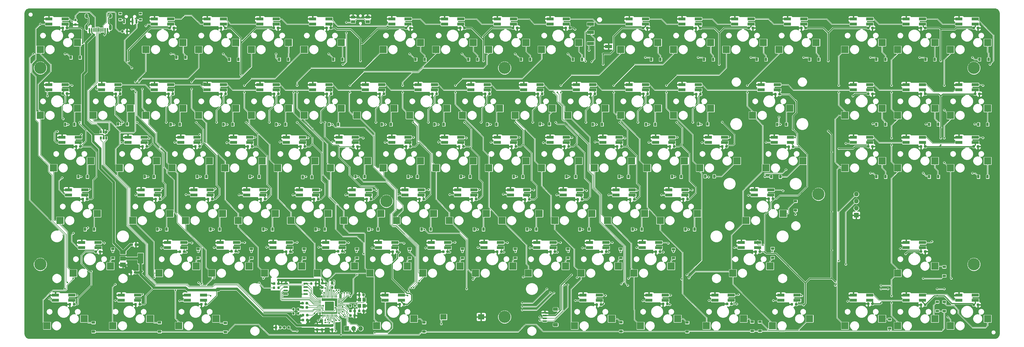
<source format=gbl>
%TF.GenerationSoftware,KiCad,Pcbnew,(5.1.10)-1*%
%TF.CreationDate,2022-02-04T14:19:33-06:00*%
%TF.ProjectId,PyKey87,50794b65-7938-4372-9e6b-696361645f70,rev?*%
%TF.SameCoordinates,Original*%
%TF.FileFunction,Copper,L2,Bot*%
%TF.FilePolarity,Positive*%
%FSLAX46Y46*%
G04 Gerber Fmt 4.6, Leading zero omitted, Abs format (unit mm)*
G04 Created by KiCad (PCBNEW (5.1.10)-1) date 2022-02-04 14:19:33*
%MOMM*%
%LPD*%
G01*
G04 APERTURE LIST*
%TA.AperFunction,SMDPad,CuDef*%
%ADD10R,2.500000X1.100000*%
%TD*%
%TA.AperFunction,SMDPad,CuDef*%
%ADD11R,2.550000X2.500000*%
%TD*%
%TA.AperFunction,SMDPad,CuDef*%
%ADD12R,1.550000X1.000000*%
%TD*%
%TA.AperFunction,ComponentPad*%
%ADD13C,4.400000*%
%TD*%
%TA.AperFunction,ComponentPad*%
%ADD14O,1.700000X1.700000*%
%TD*%
%TA.AperFunction,ComponentPad*%
%ADD15R,1.700000X1.700000*%
%TD*%
%TA.AperFunction,SMDPad,CuDef*%
%ADD16R,2.500000X1.200000*%
%TD*%
%TA.AperFunction,SMDPad,CuDef*%
%ADD17R,2.306599X1.956600*%
%TD*%
%TA.AperFunction,SMDPad,CuDef*%
%ADD18R,1.200000X0.900000*%
%TD*%
%TA.AperFunction,SMDPad,CuDef*%
%ADD19R,0.900000X1.200000*%
%TD*%
%TA.AperFunction,SMDPad,CuDef*%
%ADD20R,2.000000X1.500000*%
%TD*%
%TA.AperFunction,SMDPad,CuDef*%
%ADD21R,2.000000X3.800000*%
%TD*%
%TA.AperFunction,SMDPad,CuDef*%
%ADD22R,1.200000X1.400000*%
%TD*%
%TA.AperFunction,SMDPad,CuDef*%
%ADD23R,0.600000X1.450000*%
%TD*%
%TA.AperFunction,SMDPad,CuDef*%
%ADD24R,0.300000X1.450000*%
%TD*%
%TA.AperFunction,ComponentPad*%
%ADD25O,1.000000X2.100000*%
%TD*%
%TA.AperFunction,ComponentPad*%
%ADD26O,1.000000X1.600000*%
%TD*%
%TA.AperFunction,ComponentPad*%
%ADD27C,0.600000*%
%TD*%
%TA.AperFunction,SMDPad,CuDef*%
%ADD28R,0.650000X1.060000*%
%TD*%
%TA.AperFunction,SMDPad,CuDef*%
%ADD29R,0.700000X1.500000*%
%TD*%
%TA.AperFunction,SMDPad,CuDef*%
%ADD30R,1.000000X0.800000*%
%TD*%
%TA.AperFunction,ViaPad*%
%ADD31C,0.609600*%
%TD*%
%TA.AperFunction,Conductor*%
%ADD32C,0.406400*%
%TD*%
%TA.AperFunction,Conductor*%
%ADD33C,0.152400*%
%TD*%
%TA.AperFunction,Conductor*%
%ADD34C,0.889000*%
%TD*%
%TA.AperFunction,Conductor*%
%ADD35C,0.254000*%
%TD*%
%TA.AperFunction,Conductor*%
%ADD36C,0.200000*%
%TD*%
%TA.AperFunction,Conductor*%
%ADD37C,0.150000*%
%TD*%
G04 APERTURE END LIST*
D10*
X144687500Y-44007500D03*
X144687500Y-45907500D03*
X150587500Y-44007500D03*
X150587500Y-45907500D03*
D11*
X141622500Y-55087500D03*
X155047500Y-52547500D03*
D10*
X316137500Y-44007500D03*
X316137500Y-45907500D03*
X322037500Y-44007500D03*
X322037500Y-45907500D03*
D11*
X313072500Y-55087500D03*
X326497500Y-52547500D03*
D10*
X397100000Y-144020000D03*
X397100000Y-145920000D03*
X403000000Y-144020000D03*
X403000000Y-145920000D03*
D11*
X394035000Y-155100000D03*
X407460000Y-152560000D03*
D10*
X87537500Y-67820000D03*
X87537500Y-69720000D03*
X93437500Y-67820000D03*
X93437500Y-69720000D03*
D11*
X84472500Y-78900000D03*
X97897500Y-76360000D03*
D12*
X178350000Y-43355000D03*
X183600000Y-43355000D03*
X183600000Y-45055000D03*
X178350000Y-45055000D03*
D10*
X68487500Y-67820000D03*
X68487500Y-69720000D03*
X74387500Y-67820000D03*
X74387500Y-69720000D03*
D11*
X65422500Y-78900000D03*
X78847500Y-76360000D03*
D13*
X402495000Y-132875000D03*
X233045000Y-151925000D03*
X65405000Y-132875000D03*
X346375000Y-107475000D03*
X190365000Y-110015000D03*
X402495000Y-61755000D03*
X233045000Y-61755000D03*
X65405000Y-61755000D03*
D14*
X360045000Y-107475000D03*
X360045000Y-110015000D03*
X360045000Y-112555000D03*
D15*
X360045000Y-115095000D03*
D16*
X264085000Y-45880000D03*
X264085000Y-48880000D03*
X264085000Y-52880000D03*
X270585000Y-53980000D03*
%TA.AperFunction,SMDPad,CuDef*%
G36*
G01*
X250779999Y-154125000D02*
X252080001Y-154125000D01*
G75*
G02*
X252330000Y-154374999I0J-249999D01*
G01*
X252330000Y-155075001D01*
G75*
G02*
X252080001Y-155325000I-249999J0D01*
G01*
X250779999Y-155325000D01*
G75*
G02*
X250530000Y-155075001I0J249999D01*
G01*
X250530000Y-154374999D01*
G75*
G02*
X250779999Y-154125000I249999J0D01*
G01*
G37*
%TD.AperFunction*%
%TA.AperFunction,SMDPad,CuDef*%
G36*
G01*
X250779999Y-148525000D02*
X252080001Y-148525000D01*
G75*
G02*
X252330000Y-148774999I0J-249999D01*
G01*
X252330000Y-149475001D01*
G75*
G02*
X252080001Y-149725000I-249999J0D01*
G01*
X250779999Y-149725000D01*
G75*
G02*
X250530000Y-149475001I0J249999D01*
G01*
X250530000Y-148774999D01*
G75*
G02*
X250779999Y-148525000I249999J0D01*
G01*
G37*
%TD.AperFunction*%
%TA.AperFunction,SMDPad,CuDef*%
G36*
G01*
X246930000Y-153125000D02*
X248180000Y-153125000D01*
G75*
G02*
X248330000Y-153275000I0J-150000D01*
G01*
X248330000Y-153575000D01*
G75*
G02*
X248180000Y-153725000I-150000J0D01*
G01*
X246930000Y-153725000D01*
G75*
G02*
X246780000Y-153575000I0J150000D01*
G01*
X246780000Y-153275000D01*
G75*
G02*
X246930000Y-153125000I150000J0D01*
G01*
G37*
%TD.AperFunction*%
%TA.AperFunction,SMDPad,CuDef*%
G36*
G01*
X246930000Y-152125000D02*
X248180000Y-152125000D01*
G75*
G02*
X248330000Y-152275000I0J-150000D01*
G01*
X248330000Y-152575000D01*
G75*
G02*
X248180000Y-152725000I-150000J0D01*
G01*
X246930000Y-152725000D01*
G75*
G02*
X246780000Y-152575000I0J150000D01*
G01*
X246780000Y-152275000D01*
G75*
G02*
X246930000Y-152125000I150000J0D01*
G01*
G37*
%TD.AperFunction*%
%TA.AperFunction,SMDPad,CuDef*%
G36*
G01*
X246930000Y-151125000D02*
X248180000Y-151125000D01*
G75*
G02*
X248330000Y-151275000I0J-150000D01*
G01*
X248330000Y-151575000D01*
G75*
G02*
X248180000Y-151725000I-150000J0D01*
G01*
X246930000Y-151725000D01*
G75*
G02*
X246780000Y-151575000I0J150000D01*
G01*
X246780000Y-151275000D01*
G75*
G02*
X246930000Y-151125000I150000J0D01*
G01*
G37*
%TD.AperFunction*%
%TA.AperFunction,SMDPad,CuDef*%
G36*
G01*
X246930000Y-150125000D02*
X248180000Y-150125000D01*
G75*
G02*
X248330000Y-150275000I0J-150000D01*
G01*
X248330000Y-150575000D01*
G75*
G02*
X248180000Y-150725000I-150000J0D01*
G01*
X246930000Y-150725000D01*
G75*
G02*
X246780000Y-150575000I0J150000D01*
G01*
X246780000Y-150275000D01*
G75*
G02*
X246930000Y-150125000I150000J0D01*
G01*
G37*
%TD.AperFunction*%
D10*
X335187500Y-44007500D03*
X335187500Y-45907500D03*
X341087500Y-44007500D03*
X341087500Y-45907500D03*
D11*
X332122500Y-55087500D03*
X345547500Y-52547500D03*
D10*
X397100000Y-44007500D03*
X397100000Y-45907500D03*
X403000000Y-44007500D03*
X403000000Y-45907500D03*
D11*
X394035000Y-55087500D03*
X407460000Y-52547500D03*
D10*
X397100000Y-67820000D03*
X397100000Y-69720000D03*
X403000000Y-67820000D03*
X403000000Y-69720000D03*
D11*
X394035000Y-78900000D03*
X407460000Y-76360000D03*
D10*
X397100000Y-86870000D03*
X397100000Y-88770000D03*
X403000000Y-86870000D03*
X403000000Y-88770000D03*
D11*
X394035000Y-97950000D03*
X407460000Y-95410000D03*
D10*
X378050000Y-124970000D03*
X378050000Y-126870000D03*
X383950000Y-124970000D03*
X383950000Y-126870000D03*
D11*
X374985000Y-136050000D03*
X388410000Y-133510000D03*
%TA.AperFunction,SMDPad,CuDef*%
G36*
G01*
X153955000Y-155478750D02*
X153955000Y-155991250D01*
G75*
G02*
X153736250Y-156210000I-218750J0D01*
G01*
X153298750Y-156210000D01*
G75*
G02*
X153080000Y-155991250I0J218750D01*
G01*
X153080000Y-155478750D01*
G75*
G02*
X153298750Y-155260000I218750J0D01*
G01*
X153736250Y-155260000D01*
G75*
G02*
X153955000Y-155478750I0J-218750D01*
G01*
G37*
%TD.AperFunction*%
%TA.AperFunction,SMDPad,CuDef*%
G36*
G01*
X155530000Y-155478750D02*
X155530000Y-155991250D01*
G75*
G02*
X155311250Y-156210000I-218750J0D01*
G01*
X154873750Y-156210000D01*
G75*
G02*
X154655000Y-155991250I0J218750D01*
G01*
X154655000Y-155478750D01*
G75*
G02*
X154873750Y-155260000I218750J0D01*
G01*
X155311250Y-155260000D01*
G75*
G02*
X155530000Y-155478750I0J-218750D01*
G01*
G37*
%TD.AperFunction*%
%TA.AperFunction,SMDPad,CuDef*%
G36*
G01*
X151632500Y-155991250D02*
X151632500Y-155478750D01*
G75*
G02*
X151851250Y-155260000I218750J0D01*
G01*
X152288750Y-155260000D01*
G75*
G02*
X152507500Y-155478750I0J-218750D01*
G01*
X152507500Y-155991250D01*
G75*
G02*
X152288750Y-156210000I-218750J0D01*
G01*
X151851250Y-156210000D01*
G75*
G02*
X151632500Y-155991250I0J218750D01*
G01*
G37*
%TD.AperFunction*%
%TA.AperFunction,SMDPad,CuDef*%
G36*
G01*
X150057500Y-155991250D02*
X150057500Y-155478750D01*
G75*
G02*
X150276250Y-155260000I218750J0D01*
G01*
X150713750Y-155260000D01*
G75*
G02*
X150932500Y-155478750I0J-218750D01*
G01*
X150932500Y-155991250D01*
G75*
G02*
X150713750Y-156210000I-218750J0D01*
G01*
X150276250Y-156210000D01*
G75*
G02*
X150057500Y-155991250I0J218750D01*
G01*
G37*
%TD.AperFunction*%
D17*
X211012900Y-151925000D03*
X224597100Y-151925000D03*
D10*
X80362000Y-124970000D03*
X80362000Y-126870000D03*
X86262000Y-124970000D03*
X86262000Y-126870000D03*
D11*
X77297000Y-136050000D03*
X90722000Y-133510000D03*
D10*
X106588000Y-67820000D03*
X106588000Y-69720000D03*
X112488000Y-67820000D03*
X112488000Y-69720000D03*
D11*
X103523000Y-78900000D03*
X116948000Y-76360000D03*
D10*
X125638000Y-67820000D03*
X125638000Y-69720000D03*
X131538000Y-67820000D03*
X131538000Y-69720000D03*
D11*
X122573000Y-78900000D03*
X135998000Y-76360000D03*
D10*
X144688000Y-67820000D03*
X144688000Y-69720000D03*
X150588000Y-67820000D03*
X150588000Y-69720000D03*
D11*
X141623000Y-78900000D03*
X155048000Y-76360000D03*
D10*
X163738000Y-67820000D03*
X163738000Y-69720000D03*
X169638000Y-67820000D03*
X169638000Y-69720000D03*
D11*
X160673000Y-78900000D03*
X174098000Y-76360000D03*
D10*
X201838000Y-67820000D03*
X201838000Y-69720000D03*
X207738000Y-67820000D03*
X207738000Y-69720000D03*
D11*
X198773000Y-78900000D03*
X212198000Y-76360000D03*
D10*
X220888000Y-67820000D03*
X220888000Y-69720000D03*
X226788000Y-67820000D03*
X226788000Y-69720000D03*
D11*
X217823000Y-78900000D03*
X231248000Y-76360000D03*
D10*
X239938000Y-67820000D03*
X239938000Y-69720000D03*
X245838000Y-67820000D03*
X245838000Y-69720000D03*
D11*
X236873000Y-78900000D03*
X250298000Y-76360000D03*
D10*
X258988000Y-67820000D03*
X258988000Y-69720000D03*
X264888000Y-67820000D03*
X264888000Y-69720000D03*
D11*
X255923000Y-78900000D03*
X269348000Y-76360000D03*
D10*
X278038000Y-67820000D03*
X278038000Y-69720000D03*
X283938000Y-67820000D03*
X283938000Y-69720000D03*
D11*
X274973000Y-78900000D03*
X288398000Y-76360000D03*
D10*
X297088000Y-67820000D03*
X297088000Y-69720000D03*
X302988000Y-67820000D03*
X302988000Y-69720000D03*
D11*
X294023000Y-78900000D03*
X307448000Y-76360000D03*
D10*
X97062000Y-86870000D03*
X97062000Y-88770000D03*
X102962000Y-86870000D03*
X102962000Y-88770000D03*
D11*
X93997000Y-97950000D03*
X107422000Y-95410000D03*
D10*
X116112000Y-86870000D03*
X116112000Y-88770000D03*
X122012000Y-86870000D03*
X122012000Y-88770000D03*
D11*
X113047000Y-97950000D03*
X126472000Y-95410000D03*
D10*
X135162000Y-86870000D03*
X135162000Y-88770000D03*
X141062000Y-86870000D03*
X141062000Y-88770000D03*
D11*
X132097000Y-97950000D03*
X145522000Y-95410000D03*
D10*
X154212000Y-86870000D03*
X154212000Y-88770000D03*
X160112000Y-86870000D03*
X160112000Y-88770000D03*
D11*
X151147000Y-97950000D03*
X164572000Y-95410000D03*
D10*
X173262000Y-86870000D03*
X173262000Y-88770000D03*
X179162000Y-86870000D03*
X179162000Y-88770000D03*
D11*
X170197000Y-97950000D03*
X183622000Y-95410000D03*
D10*
X192312000Y-86870000D03*
X192312000Y-88770000D03*
X198212000Y-86870000D03*
X198212000Y-88770000D03*
D11*
X189247000Y-97950000D03*
X202672000Y-95410000D03*
D10*
X211362000Y-86870000D03*
X211362000Y-88770000D03*
X217262000Y-86870000D03*
X217262000Y-88770000D03*
D11*
X208297000Y-97950000D03*
X221722000Y-95410000D03*
D10*
X230412000Y-86870000D03*
X230412000Y-88770000D03*
X236312000Y-86870000D03*
X236312000Y-88770000D03*
D11*
X227347000Y-97950000D03*
X240772000Y-95410000D03*
D10*
X249462000Y-86870000D03*
X249462000Y-88770000D03*
X255362000Y-86870000D03*
X255362000Y-88770000D03*
D11*
X246397000Y-97950000D03*
X259822000Y-95410000D03*
D10*
X268512000Y-86870000D03*
X268512000Y-88770000D03*
X274412000Y-86870000D03*
X274412000Y-88770000D03*
D11*
X265447000Y-97950000D03*
X278872000Y-95410000D03*
D10*
X287562000Y-86870000D03*
X287562000Y-88770000D03*
X293462000Y-86870000D03*
X293462000Y-88770000D03*
D11*
X284497000Y-97950000D03*
X297922000Y-95410000D03*
D10*
X306612000Y-86870000D03*
X306612000Y-88770000D03*
X312512000Y-86870000D03*
X312512000Y-88770000D03*
D11*
X303547000Y-97950000D03*
X316972000Y-95410000D03*
D10*
X101825000Y-105920000D03*
X101825000Y-107820000D03*
X107725000Y-105920000D03*
X107725000Y-107820000D03*
D11*
X98760000Y-117000000D03*
X112185000Y-114460000D03*
D10*
X120875000Y-105920000D03*
X120875000Y-107820000D03*
X126775000Y-105920000D03*
X126775000Y-107820000D03*
D11*
X117810000Y-117000000D03*
X131235000Y-114460000D03*
D10*
X139925000Y-105920000D03*
X139925000Y-107820000D03*
X145825000Y-105920000D03*
X145825000Y-107820000D03*
D11*
X136860000Y-117000000D03*
X150285000Y-114460000D03*
D10*
X158975000Y-105920000D03*
X158975000Y-107820000D03*
X164875000Y-105920000D03*
X164875000Y-107820000D03*
D11*
X155910000Y-117000000D03*
X169335000Y-114460000D03*
D10*
X178025000Y-105920000D03*
X178025000Y-107820000D03*
X183925000Y-105920000D03*
X183925000Y-107820000D03*
D11*
X174960000Y-117000000D03*
X188385000Y-114460000D03*
D10*
X197075000Y-105920000D03*
X197075000Y-107820000D03*
X202975000Y-105920000D03*
X202975000Y-107820000D03*
D11*
X194010000Y-117000000D03*
X207435000Y-114460000D03*
D10*
X216125000Y-105920000D03*
X216125000Y-107820000D03*
X222025000Y-105920000D03*
X222025000Y-107820000D03*
D11*
X213060000Y-117000000D03*
X226485000Y-114460000D03*
D10*
X235175000Y-105920000D03*
X235175000Y-107820000D03*
X241075000Y-105920000D03*
X241075000Y-107820000D03*
D11*
X232110000Y-117000000D03*
X245535000Y-114460000D03*
D10*
X254225000Y-105920000D03*
X254225000Y-107820000D03*
X260125000Y-105920000D03*
X260125000Y-107820000D03*
D11*
X251160000Y-117000000D03*
X264585000Y-114460000D03*
D10*
X273275000Y-105920000D03*
X273275000Y-107820000D03*
X279175000Y-105920000D03*
X279175000Y-107820000D03*
D11*
X270210000Y-117000000D03*
X283635000Y-114460000D03*
D10*
X292325000Y-105920000D03*
X292325000Y-107820000D03*
X298225000Y-105920000D03*
X298225000Y-107820000D03*
D11*
X289260000Y-117000000D03*
X302685000Y-114460000D03*
D10*
X111350000Y-124970000D03*
X111350000Y-126870000D03*
X117250000Y-124970000D03*
X117250000Y-126870000D03*
D11*
X108285000Y-136050000D03*
X121710000Y-133510000D03*
D10*
X130400000Y-124970000D03*
X130400000Y-126870000D03*
X136300000Y-124970000D03*
X136300000Y-126870000D03*
D11*
X127335000Y-136050000D03*
X140760000Y-133510000D03*
D10*
X149450000Y-124970000D03*
X149450000Y-126870000D03*
X155350000Y-124970000D03*
X155350000Y-126870000D03*
D11*
X146385000Y-136050000D03*
X159810000Y-133510000D03*
D10*
X168500000Y-124970000D03*
X168500000Y-126870000D03*
X174400000Y-124970000D03*
X174400000Y-126870000D03*
D11*
X165435000Y-136050000D03*
X178860000Y-133510000D03*
D10*
X187550000Y-124970000D03*
X187550000Y-126870000D03*
X193450000Y-124970000D03*
X193450000Y-126870000D03*
D11*
X184485000Y-136050000D03*
X197910000Y-133510000D03*
D10*
X206600000Y-124970000D03*
X206600000Y-126870000D03*
X212500000Y-124970000D03*
X212500000Y-126870000D03*
D11*
X203535000Y-136050000D03*
X216960000Y-133510000D03*
D10*
X225650000Y-124970000D03*
X225650000Y-126870000D03*
X231550000Y-124970000D03*
X231550000Y-126870000D03*
D11*
X222585000Y-136050000D03*
X236010000Y-133510000D03*
D10*
X244700000Y-124970000D03*
X244700000Y-126870000D03*
X250600000Y-124970000D03*
X250600000Y-126870000D03*
D11*
X241635000Y-136050000D03*
X255060000Y-133510000D03*
D10*
X263750000Y-124970000D03*
X263750000Y-126870000D03*
X269650000Y-124970000D03*
X269650000Y-126870000D03*
D11*
X260685000Y-136050000D03*
X274110000Y-133510000D03*
D10*
X282800000Y-124970000D03*
X282800000Y-126870000D03*
X288700000Y-124970000D03*
X288700000Y-126870000D03*
D11*
X279735000Y-136050000D03*
X293160000Y-133510000D03*
D10*
X68487500Y-44007500D03*
X68487500Y-45907500D03*
X74387500Y-44007500D03*
X74387500Y-45907500D03*
D11*
X65422500Y-55087500D03*
X78847500Y-52547500D03*
X116947500Y-52547500D03*
X103522500Y-55087500D03*
D10*
X112487500Y-45907500D03*
X112487500Y-44007500D03*
X106587500Y-45907500D03*
X106587500Y-44007500D03*
X125637500Y-44007500D03*
X125637500Y-45907500D03*
X131537500Y-44007500D03*
X131537500Y-45907500D03*
D11*
X122572500Y-55087500D03*
X135997500Y-52547500D03*
D10*
X163737500Y-44007500D03*
X163737500Y-45907500D03*
X169637500Y-44007500D03*
X169637500Y-45907500D03*
D11*
X160672500Y-55087500D03*
X174097500Y-52547500D03*
D10*
X192312500Y-44007500D03*
X192312500Y-45907500D03*
X198212500Y-44007500D03*
X198212500Y-45907500D03*
D11*
X189247500Y-55087500D03*
X202672500Y-52547500D03*
D10*
X211362500Y-44007500D03*
X211362500Y-45907500D03*
X217262500Y-44007500D03*
X217262500Y-45907500D03*
D11*
X208297500Y-55087500D03*
X221722500Y-52547500D03*
D10*
X230412500Y-44007500D03*
X230412500Y-45907500D03*
X236312500Y-44007500D03*
X236312500Y-45907500D03*
D11*
X227347500Y-55087500D03*
X240772500Y-52547500D03*
D10*
X249462500Y-44007500D03*
X249462500Y-45907500D03*
X255362500Y-44007500D03*
X255362500Y-45907500D03*
D11*
X246397500Y-55087500D03*
X259822500Y-52547500D03*
D10*
X278037500Y-44007500D03*
X278037500Y-45907500D03*
X283937500Y-44007500D03*
X283937500Y-45907500D03*
D11*
X274972500Y-55087500D03*
X288397500Y-52547500D03*
D10*
X297087500Y-44007500D03*
X297087500Y-45907500D03*
X302987500Y-44007500D03*
X302987500Y-45907500D03*
D11*
X294022500Y-55087500D03*
X307447500Y-52547500D03*
D10*
X359000000Y-44007500D03*
X359000000Y-45907500D03*
X364900000Y-44007500D03*
X364900000Y-45907500D03*
D11*
X355935000Y-55087500D03*
X369360000Y-52547500D03*
D10*
X359000000Y-67820000D03*
X359000000Y-69720000D03*
X364900000Y-67820000D03*
X364900000Y-69720000D03*
D11*
X355935000Y-78900000D03*
X369360000Y-76360000D03*
D10*
X359000000Y-86870000D03*
X359000000Y-88770000D03*
X364900000Y-86870000D03*
X364900000Y-88770000D03*
D11*
X355935000Y-97950000D03*
X369360000Y-95410000D03*
D10*
X359000000Y-144020000D03*
X359000000Y-145920000D03*
X364900000Y-144020000D03*
X364900000Y-145920000D03*
D11*
X355935000Y-155100000D03*
X369360000Y-152560000D03*
D10*
X378050000Y-44007500D03*
X378050000Y-45907500D03*
X383950000Y-44007500D03*
X383950000Y-45907500D03*
D11*
X374985000Y-55087500D03*
X388410000Y-52547500D03*
D10*
X378050000Y-67820000D03*
X378050000Y-69720000D03*
X383950000Y-67820000D03*
X383950000Y-69720000D03*
D11*
X374985000Y-78900000D03*
X388410000Y-76360000D03*
D10*
X378050000Y-86870000D03*
X378050000Y-88770000D03*
X383950000Y-86870000D03*
X383950000Y-88770000D03*
D11*
X374985000Y-97950000D03*
X388410000Y-95410000D03*
D10*
X182788000Y-67820000D03*
X182788000Y-69720000D03*
X188688000Y-67820000D03*
X188688000Y-69720000D03*
D11*
X179723000Y-78900000D03*
X193148000Y-76360000D03*
D10*
X378050000Y-144020000D03*
X378050000Y-145920000D03*
X383950000Y-144020000D03*
X383950000Y-145920000D03*
D11*
X374985000Y-155100000D03*
X388410000Y-152560000D03*
%TA.AperFunction,SMDPad,CuDef*%
G36*
G01*
X226497500Y-70903000D02*
X226497500Y-71403000D01*
G75*
G02*
X226272500Y-71628000I-225000J0D01*
G01*
X225822500Y-71628000D01*
G75*
G02*
X225597500Y-71403000I0J225000D01*
G01*
X225597500Y-70903000D01*
G75*
G02*
X225822500Y-70678000I225000J0D01*
G01*
X226272500Y-70678000D01*
G75*
G02*
X226497500Y-70903000I0J-225000D01*
G01*
G37*
%TD.AperFunction*%
%TA.AperFunction,SMDPad,CuDef*%
G36*
G01*
X228072500Y-70903000D02*
X228072500Y-71403000D01*
G75*
G02*
X227847500Y-71628000I-225000J0D01*
G01*
X227397500Y-71628000D01*
G75*
G02*
X227172500Y-71403000I0J225000D01*
G01*
X227172500Y-70903000D01*
G75*
G02*
X227397500Y-70678000I225000J0D01*
G01*
X227847500Y-70678000D01*
G75*
G02*
X228072500Y-70903000I0J-225000D01*
G01*
G37*
%TD.AperFunction*%
%TA.AperFunction,SMDPad,CuDef*%
G36*
G01*
X403550000Y-147765000D02*
X403550000Y-147265000D01*
G75*
G02*
X403775000Y-147040000I225000J0D01*
G01*
X404225000Y-147040000D01*
G75*
G02*
X404450000Y-147265000I0J-225000D01*
G01*
X404450000Y-147765000D01*
G75*
G02*
X404225000Y-147990000I-225000J0D01*
G01*
X403775000Y-147990000D01*
G75*
G02*
X403550000Y-147765000I0J225000D01*
G01*
G37*
%TD.AperFunction*%
%TA.AperFunction,SMDPad,CuDef*%
G36*
G01*
X402000000Y-147765000D02*
X402000000Y-147265000D01*
G75*
G02*
X402225000Y-147040000I225000J0D01*
G01*
X402675000Y-147040000D01*
G75*
G02*
X402900000Y-147265000I0J-225000D01*
G01*
X402900000Y-147765000D01*
G75*
G02*
X402675000Y-147990000I-225000J0D01*
G01*
X402225000Y-147990000D01*
G75*
G02*
X402000000Y-147765000I0J225000D01*
G01*
G37*
%TD.AperFunction*%
%TA.AperFunction,SMDPad,CuDef*%
G36*
G01*
X385400000Y-147265000D02*
X385400000Y-147765000D01*
G75*
G02*
X385175000Y-147990000I-225000J0D01*
G01*
X384725000Y-147990000D01*
G75*
G02*
X384500000Y-147765000I0J225000D01*
G01*
X384500000Y-147265000D01*
G75*
G02*
X384725000Y-147040000I225000J0D01*
G01*
X385175000Y-147040000D01*
G75*
G02*
X385400000Y-147265000I0J-225000D01*
G01*
G37*
%TD.AperFunction*%
%TA.AperFunction,SMDPad,CuDef*%
G36*
G01*
X383850000Y-147265000D02*
X383850000Y-147765000D01*
G75*
G02*
X383625000Y-147990000I-225000J0D01*
G01*
X383175000Y-147990000D01*
G75*
G02*
X382950000Y-147765000I0J225000D01*
G01*
X382950000Y-147265000D01*
G75*
G02*
X383175000Y-147040000I225000J0D01*
G01*
X383625000Y-147040000D01*
G75*
G02*
X383850000Y-147265000I0J-225000D01*
G01*
G37*
%TD.AperFunction*%
%TA.AperFunction,SMDPad,CuDef*%
G36*
G01*
X364800000Y-146895000D02*
X364800000Y-147395000D01*
G75*
G02*
X364575000Y-147620000I-225000J0D01*
G01*
X364125000Y-147620000D01*
G75*
G02*
X363900000Y-147395000I0J225000D01*
G01*
X363900000Y-146895000D01*
G75*
G02*
X364125000Y-146670000I225000J0D01*
G01*
X364575000Y-146670000D01*
G75*
G02*
X364800000Y-146895000I0J-225000D01*
G01*
G37*
%TD.AperFunction*%
%TA.AperFunction,SMDPad,CuDef*%
G36*
G01*
X366350000Y-146895000D02*
X366350000Y-147395000D01*
G75*
G02*
X366125000Y-147620000I-225000J0D01*
G01*
X365675000Y-147620000D01*
G75*
G02*
X365450000Y-147395000I0J225000D01*
G01*
X365450000Y-146895000D01*
G75*
G02*
X365675000Y-146670000I225000J0D01*
G01*
X366125000Y-146670000D01*
G75*
G02*
X366350000Y-146895000I0J-225000D01*
G01*
G37*
%TD.AperFunction*%
%TA.AperFunction,SMDPad,CuDef*%
G36*
G01*
X382950000Y-128495000D02*
X382950000Y-127995000D01*
G75*
G02*
X383175000Y-127770000I225000J0D01*
G01*
X383625000Y-127770000D01*
G75*
G02*
X383850000Y-127995000I0J-225000D01*
G01*
X383850000Y-128495000D01*
G75*
G02*
X383625000Y-128720000I-225000J0D01*
G01*
X383175000Y-128720000D01*
G75*
G02*
X382950000Y-128495000I0J225000D01*
G01*
G37*
%TD.AperFunction*%
%TA.AperFunction,SMDPad,CuDef*%
G36*
G01*
X384500000Y-128495000D02*
X384500000Y-127995000D01*
G75*
G02*
X384725000Y-127770000I225000J0D01*
G01*
X385175000Y-127770000D01*
G75*
G02*
X385400000Y-127995000I0J-225000D01*
G01*
X385400000Y-128495000D01*
G75*
G02*
X385175000Y-128720000I-225000J0D01*
G01*
X384725000Y-128720000D01*
G75*
G02*
X384500000Y-128495000I0J225000D01*
G01*
G37*
%TD.AperFunction*%
%TA.AperFunction,SMDPad,CuDef*%
G36*
G01*
X385400000Y-89965000D02*
X385400000Y-90465000D01*
G75*
G02*
X385175000Y-90690000I-225000J0D01*
G01*
X384725000Y-90690000D01*
G75*
G02*
X384500000Y-90465000I0J225000D01*
G01*
X384500000Y-89965000D01*
G75*
G02*
X384725000Y-89740000I225000J0D01*
G01*
X385175000Y-89740000D01*
G75*
G02*
X385400000Y-89965000I0J-225000D01*
G01*
G37*
%TD.AperFunction*%
%TA.AperFunction,SMDPad,CuDef*%
G36*
G01*
X383850000Y-89965000D02*
X383850000Y-90465000D01*
G75*
G02*
X383625000Y-90690000I-225000J0D01*
G01*
X383175000Y-90690000D01*
G75*
G02*
X382950000Y-90465000I0J225000D01*
G01*
X382950000Y-89965000D01*
G75*
G02*
X383175000Y-89740000I225000J0D01*
G01*
X383625000Y-89740000D01*
G75*
G02*
X383850000Y-89965000I0J-225000D01*
G01*
G37*
%TD.AperFunction*%
%TA.AperFunction,SMDPad,CuDef*%
G36*
G01*
X383850000Y-70915000D02*
X383850000Y-71415000D01*
G75*
G02*
X383625000Y-71640000I-225000J0D01*
G01*
X383175000Y-71640000D01*
G75*
G02*
X382950000Y-71415000I0J225000D01*
G01*
X382950000Y-70915000D01*
G75*
G02*
X383175000Y-70690000I225000J0D01*
G01*
X383625000Y-70690000D01*
G75*
G02*
X383850000Y-70915000I0J-225000D01*
G01*
G37*
%TD.AperFunction*%
%TA.AperFunction,SMDPad,CuDef*%
G36*
G01*
X385400000Y-70915000D02*
X385400000Y-71415000D01*
G75*
G02*
X385175000Y-71640000I-225000J0D01*
G01*
X384725000Y-71640000D01*
G75*
G02*
X384500000Y-71415000I0J225000D01*
G01*
X384500000Y-70915000D01*
G75*
G02*
X384725000Y-70690000I225000J0D01*
G01*
X385175000Y-70690000D01*
G75*
G02*
X385400000Y-70915000I0J-225000D01*
G01*
G37*
%TD.AperFunction*%
%TA.AperFunction,SMDPad,CuDef*%
G36*
G01*
X363900000Y-90465000D02*
X363900000Y-89965000D01*
G75*
G02*
X364125000Y-89740000I225000J0D01*
G01*
X364575000Y-89740000D01*
G75*
G02*
X364800000Y-89965000I0J-225000D01*
G01*
X364800000Y-90465000D01*
G75*
G02*
X364575000Y-90690000I-225000J0D01*
G01*
X364125000Y-90690000D01*
G75*
G02*
X363900000Y-90465000I0J225000D01*
G01*
G37*
%TD.AperFunction*%
%TA.AperFunction,SMDPad,CuDef*%
G36*
G01*
X365450000Y-90465000D02*
X365450000Y-89965000D01*
G75*
G02*
X365675000Y-89740000I225000J0D01*
G01*
X366125000Y-89740000D01*
G75*
G02*
X366350000Y-89965000I0J-225000D01*
G01*
X366350000Y-90465000D01*
G75*
G02*
X366125000Y-90690000I-225000J0D01*
G01*
X365675000Y-90690000D01*
G75*
G02*
X365450000Y-90465000I0J225000D01*
G01*
G37*
%TD.AperFunction*%
%TA.AperFunction,SMDPad,CuDef*%
G36*
G01*
X403550000Y-90465000D02*
X403550000Y-89965000D01*
G75*
G02*
X403775000Y-89740000I225000J0D01*
G01*
X404225000Y-89740000D01*
G75*
G02*
X404450000Y-89965000I0J-225000D01*
G01*
X404450000Y-90465000D01*
G75*
G02*
X404225000Y-90690000I-225000J0D01*
G01*
X403775000Y-90690000D01*
G75*
G02*
X403550000Y-90465000I0J225000D01*
G01*
G37*
%TD.AperFunction*%
%TA.AperFunction,SMDPad,CuDef*%
G36*
G01*
X402000000Y-90465000D02*
X402000000Y-89965000D01*
G75*
G02*
X402225000Y-89740000I225000J0D01*
G01*
X402675000Y-89740000D01*
G75*
G02*
X402900000Y-89965000I0J-225000D01*
G01*
X402900000Y-90465000D01*
G75*
G02*
X402675000Y-90690000I-225000J0D01*
G01*
X402225000Y-90690000D01*
G75*
G02*
X402000000Y-90465000I0J225000D01*
G01*
G37*
%TD.AperFunction*%
%TA.AperFunction,SMDPad,CuDef*%
G36*
G01*
X402495000Y-71415000D02*
X402495000Y-70915000D01*
G75*
G02*
X402720000Y-70690000I225000J0D01*
G01*
X403170000Y-70690000D01*
G75*
G02*
X403395000Y-70915000I0J-225000D01*
G01*
X403395000Y-71415000D01*
G75*
G02*
X403170000Y-71640000I-225000J0D01*
G01*
X402720000Y-71640000D01*
G75*
G02*
X402495000Y-71415000I0J225000D01*
G01*
G37*
%TD.AperFunction*%
%TA.AperFunction,SMDPad,CuDef*%
G36*
G01*
X404045000Y-71415000D02*
X404045000Y-70915000D01*
G75*
G02*
X404270000Y-70690000I225000J0D01*
G01*
X404720000Y-70690000D01*
G75*
G02*
X404945000Y-70915000I0J-225000D01*
G01*
X404945000Y-71415000D01*
G75*
G02*
X404720000Y-71640000I-225000J0D01*
G01*
X404270000Y-71640000D01*
G75*
G02*
X404045000Y-71415000I0J225000D01*
G01*
G37*
%TD.AperFunction*%
%TA.AperFunction,SMDPad,CuDef*%
G36*
G01*
X365450000Y-71415000D02*
X365450000Y-70915000D01*
G75*
G02*
X365675000Y-70690000I225000J0D01*
G01*
X366125000Y-70690000D01*
G75*
G02*
X366350000Y-70915000I0J-225000D01*
G01*
X366350000Y-71415000D01*
G75*
G02*
X366125000Y-71640000I-225000J0D01*
G01*
X365675000Y-71640000D01*
G75*
G02*
X365450000Y-71415000I0J225000D01*
G01*
G37*
%TD.AperFunction*%
%TA.AperFunction,SMDPad,CuDef*%
G36*
G01*
X363900000Y-71415000D02*
X363900000Y-70915000D01*
G75*
G02*
X364125000Y-70690000I225000J0D01*
G01*
X364575000Y-70690000D01*
G75*
G02*
X364800000Y-70915000I0J-225000D01*
G01*
X364800000Y-71415000D01*
G75*
G02*
X364575000Y-71640000I-225000J0D01*
G01*
X364125000Y-71640000D01*
G75*
G02*
X363900000Y-71415000I0J225000D01*
G01*
G37*
%TD.AperFunction*%
%TA.AperFunction,SMDPad,CuDef*%
G36*
G01*
X403550000Y-47535000D02*
X403550000Y-47035000D01*
G75*
G02*
X403775000Y-46810000I225000J0D01*
G01*
X404225000Y-46810000D01*
G75*
G02*
X404450000Y-47035000I0J-225000D01*
G01*
X404450000Y-47535000D01*
G75*
G02*
X404225000Y-47760000I-225000J0D01*
G01*
X403775000Y-47760000D01*
G75*
G02*
X403550000Y-47535000I0J225000D01*
G01*
G37*
%TD.AperFunction*%
%TA.AperFunction,SMDPad,CuDef*%
G36*
G01*
X402000000Y-47535000D02*
X402000000Y-47035000D01*
G75*
G02*
X402225000Y-46810000I225000J0D01*
G01*
X402675000Y-46810000D01*
G75*
G02*
X402900000Y-47035000I0J-225000D01*
G01*
X402900000Y-47535000D01*
G75*
G02*
X402675000Y-47760000I-225000J0D01*
G01*
X402225000Y-47760000D01*
G75*
G02*
X402000000Y-47535000I0J225000D01*
G01*
G37*
%TD.AperFunction*%
%TA.AperFunction,SMDPad,CuDef*%
G36*
G01*
X385400000Y-47035000D02*
X385400000Y-47535000D01*
G75*
G02*
X385175000Y-47760000I-225000J0D01*
G01*
X384725000Y-47760000D01*
G75*
G02*
X384500000Y-47535000I0J225000D01*
G01*
X384500000Y-47035000D01*
G75*
G02*
X384725000Y-46810000I225000J0D01*
G01*
X385175000Y-46810000D01*
G75*
G02*
X385400000Y-47035000I0J-225000D01*
G01*
G37*
%TD.AperFunction*%
%TA.AperFunction,SMDPad,CuDef*%
G36*
G01*
X383850000Y-47035000D02*
X383850000Y-47535000D01*
G75*
G02*
X383625000Y-47760000I-225000J0D01*
G01*
X383175000Y-47760000D01*
G75*
G02*
X382950000Y-47535000I0J225000D01*
G01*
X382950000Y-47035000D01*
G75*
G02*
X383175000Y-46810000I225000J0D01*
G01*
X383625000Y-46810000D01*
G75*
G02*
X383850000Y-47035000I0J-225000D01*
G01*
G37*
%TD.AperFunction*%
%TA.AperFunction,SMDPad,CuDef*%
G36*
G01*
X363900000Y-47535000D02*
X363900000Y-47035000D01*
G75*
G02*
X364125000Y-46810000I225000J0D01*
G01*
X364575000Y-46810000D01*
G75*
G02*
X364800000Y-47035000I0J-225000D01*
G01*
X364800000Y-47535000D01*
G75*
G02*
X364575000Y-47760000I-225000J0D01*
G01*
X364125000Y-47760000D01*
G75*
G02*
X363900000Y-47535000I0J225000D01*
G01*
G37*
%TD.AperFunction*%
%TA.AperFunction,SMDPad,CuDef*%
G36*
G01*
X365450000Y-47535000D02*
X365450000Y-47035000D01*
G75*
G02*
X365675000Y-46810000I225000J0D01*
G01*
X366125000Y-46810000D01*
G75*
G02*
X366350000Y-47035000I0J-225000D01*
G01*
X366350000Y-47535000D01*
G75*
G02*
X366125000Y-47760000I-225000J0D01*
G01*
X365675000Y-47760000D01*
G75*
G02*
X365450000Y-47535000I0J225000D01*
G01*
G37*
%TD.AperFunction*%
%TA.AperFunction,SMDPad,CuDef*%
G36*
G01*
X340670000Y-47035000D02*
X340670000Y-47535000D01*
G75*
G02*
X340445000Y-47760000I-225000J0D01*
G01*
X339995000Y-47760000D01*
G75*
G02*
X339770000Y-47535000I0J225000D01*
G01*
X339770000Y-47035000D01*
G75*
G02*
X339995000Y-46810000I225000J0D01*
G01*
X340445000Y-46810000D01*
G75*
G02*
X340670000Y-47035000I0J-225000D01*
G01*
G37*
%TD.AperFunction*%
%TA.AperFunction,SMDPad,CuDef*%
G36*
G01*
X342220000Y-47035000D02*
X342220000Y-47535000D01*
G75*
G02*
X341995000Y-47760000I-225000J0D01*
G01*
X341545000Y-47760000D01*
G75*
G02*
X341320000Y-47535000I0J225000D01*
G01*
X341320000Y-47035000D01*
G75*
G02*
X341545000Y-46810000I225000J0D01*
G01*
X341995000Y-46810000D01*
G75*
G02*
X342220000Y-47035000I0J-225000D01*
G01*
G37*
%TD.AperFunction*%
%TA.AperFunction,SMDPad,CuDef*%
G36*
G01*
X322270000Y-47535000D02*
X322270000Y-47035000D01*
G75*
G02*
X322495000Y-46810000I225000J0D01*
G01*
X322945000Y-46810000D01*
G75*
G02*
X323170000Y-47035000I0J-225000D01*
G01*
X323170000Y-47535000D01*
G75*
G02*
X322945000Y-47760000I-225000J0D01*
G01*
X322495000Y-47760000D01*
G75*
G02*
X322270000Y-47535000I0J225000D01*
G01*
G37*
%TD.AperFunction*%
%TA.AperFunction,SMDPad,CuDef*%
G36*
G01*
X320720000Y-47535000D02*
X320720000Y-47035000D01*
G75*
G02*
X320945000Y-46810000I225000J0D01*
G01*
X321395000Y-46810000D01*
G75*
G02*
X321620000Y-47035000I0J-225000D01*
G01*
X321620000Y-47535000D01*
G75*
G02*
X321395000Y-47760000I-225000J0D01*
G01*
X320945000Y-47760000D01*
G75*
G02*
X320720000Y-47535000I0J225000D01*
G01*
G37*
%TD.AperFunction*%
%TA.AperFunction,SMDPad,CuDef*%
G36*
G01*
X304120000Y-47035000D02*
X304120000Y-47535000D01*
G75*
G02*
X303895000Y-47760000I-225000J0D01*
G01*
X303445000Y-47760000D01*
G75*
G02*
X303220000Y-47535000I0J225000D01*
G01*
X303220000Y-47035000D01*
G75*
G02*
X303445000Y-46810000I225000J0D01*
G01*
X303895000Y-46810000D01*
G75*
G02*
X304120000Y-47035000I0J-225000D01*
G01*
G37*
%TD.AperFunction*%
%TA.AperFunction,SMDPad,CuDef*%
G36*
G01*
X302570000Y-47035000D02*
X302570000Y-47535000D01*
G75*
G02*
X302345000Y-47760000I-225000J0D01*
G01*
X301895000Y-47760000D01*
G75*
G02*
X301670000Y-47535000I0J225000D01*
G01*
X301670000Y-47035000D01*
G75*
G02*
X301895000Y-46810000I225000J0D01*
G01*
X302345000Y-46810000D01*
G75*
G02*
X302570000Y-47035000I0J-225000D01*
G01*
G37*
%TD.AperFunction*%
%TA.AperFunction,SMDPad,CuDef*%
G36*
G01*
X282620000Y-47535000D02*
X282620000Y-47035000D01*
G75*
G02*
X282845000Y-46810000I225000J0D01*
G01*
X283295000Y-46810000D01*
G75*
G02*
X283520000Y-47035000I0J-225000D01*
G01*
X283520000Y-47535000D01*
G75*
G02*
X283295000Y-47760000I-225000J0D01*
G01*
X282845000Y-47760000D01*
G75*
G02*
X282620000Y-47535000I0J225000D01*
G01*
G37*
%TD.AperFunction*%
%TA.AperFunction,SMDPad,CuDef*%
G36*
G01*
X284170000Y-47535000D02*
X284170000Y-47035000D01*
G75*
G02*
X284395000Y-46810000I225000J0D01*
G01*
X284845000Y-46810000D01*
G75*
G02*
X285070000Y-47035000I0J-225000D01*
G01*
X285070000Y-47535000D01*
G75*
G02*
X284845000Y-47760000I-225000J0D01*
G01*
X284395000Y-47760000D01*
G75*
G02*
X284170000Y-47535000I0J225000D01*
G01*
G37*
%TD.AperFunction*%
%TA.AperFunction,SMDPad,CuDef*%
G36*
G01*
X255580000Y-47035000D02*
X255580000Y-47535000D01*
G75*
G02*
X255355000Y-47760000I-225000J0D01*
G01*
X254905000Y-47760000D01*
G75*
G02*
X254680000Y-47535000I0J225000D01*
G01*
X254680000Y-47035000D01*
G75*
G02*
X254905000Y-46810000I225000J0D01*
G01*
X255355000Y-46810000D01*
G75*
G02*
X255580000Y-47035000I0J-225000D01*
G01*
G37*
%TD.AperFunction*%
%TA.AperFunction,SMDPad,CuDef*%
G36*
G01*
X257130000Y-47035000D02*
X257130000Y-47535000D01*
G75*
G02*
X256905000Y-47760000I-225000J0D01*
G01*
X256455000Y-47760000D01*
G75*
G02*
X256230000Y-47535000I0J225000D01*
G01*
X256230000Y-47035000D01*
G75*
G02*
X256455000Y-46810000I225000J0D01*
G01*
X256905000Y-46810000D01*
G75*
G02*
X257130000Y-47035000I0J-225000D01*
G01*
G37*
%TD.AperFunction*%
%TA.AperFunction,SMDPad,CuDef*%
G36*
G01*
X237180000Y-47535000D02*
X237180000Y-47035000D01*
G75*
G02*
X237405000Y-46810000I225000J0D01*
G01*
X237855000Y-46810000D01*
G75*
G02*
X238080000Y-47035000I0J-225000D01*
G01*
X238080000Y-47535000D01*
G75*
G02*
X237855000Y-47760000I-225000J0D01*
G01*
X237405000Y-47760000D01*
G75*
G02*
X237180000Y-47535000I0J225000D01*
G01*
G37*
%TD.AperFunction*%
%TA.AperFunction,SMDPad,CuDef*%
G36*
G01*
X235630000Y-47535000D02*
X235630000Y-47035000D01*
G75*
G02*
X235855000Y-46810000I225000J0D01*
G01*
X236305000Y-46810000D01*
G75*
G02*
X236530000Y-47035000I0J-225000D01*
G01*
X236530000Y-47535000D01*
G75*
G02*
X236305000Y-47760000I-225000J0D01*
G01*
X235855000Y-47760000D01*
G75*
G02*
X235630000Y-47535000I0J225000D01*
G01*
G37*
%TD.AperFunction*%
%TA.AperFunction,SMDPad,CuDef*%
G36*
G01*
X219030000Y-47035000D02*
X219030000Y-47535000D01*
G75*
G02*
X218805000Y-47760000I-225000J0D01*
G01*
X218355000Y-47760000D01*
G75*
G02*
X218130000Y-47535000I0J225000D01*
G01*
X218130000Y-47035000D01*
G75*
G02*
X218355000Y-46810000I225000J0D01*
G01*
X218805000Y-46810000D01*
G75*
G02*
X219030000Y-47035000I0J-225000D01*
G01*
G37*
%TD.AperFunction*%
%TA.AperFunction,SMDPad,CuDef*%
G36*
G01*
X217480000Y-47035000D02*
X217480000Y-47535000D01*
G75*
G02*
X217255000Y-47760000I-225000J0D01*
G01*
X216805000Y-47760000D01*
G75*
G02*
X216580000Y-47535000I0J225000D01*
G01*
X216580000Y-47035000D01*
G75*
G02*
X216805000Y-46810000I225000J0D01*
G01*
X217255000Y-46810000D01*
G75*
G02*
X217480000Y-47035000I0J-225000D01*
G01*
G37*
%TD.AperFunction*%
%TA.AperFunction,SMDPad,CuDef*%
G36*
G01*
X197030000Y-47535000D02*
X197030000Y-47035000D01*
G75*
G02*
X197255000Y-46810000I225000J0D01*
G01*
X197705000Y-46810000D01*
G75*
G02*
X197930000Y-47035000I0J-225000D01*
G01*
X197930000Y-47535000D01*
G75*
G02*
X197705000Y-47760000I-225000J0D01*
G01*
X197255000Y-47760000D01*
G75*
G02*
X197030000Y-47535000I0J225000D01*
G01*
G37*
%TD.AperFunction*%
%TA.AperFunction,SMDPad,CuDef*%
G36*
G01*
X198580000Y-47535000D02*
X198580000Y-47035000D01*
G75*
G02*
X198805000Y-46810000I225000J0D01*
G01*
X199255000Y-46810000D01*
G75*
G02*
X199480000Y-47035000I0J-225000D01*
G01*
X199480000Y-47535000D01*
G75*
G02*
X199255000Y-47760000I-225000J0D01*
G01*
X198805000Y-47760000D01*
G75*
G02*
X198580000Y-47535000I0J225000D01*
G01*
G37*
%TD.AperFunction*%
%TA.AperFunction,SMDPad,CuDef*%
G36*
G01*
X169220000Y-47035000D02*
X169220000Y-47535000D01*
G75*
G02*
X168995000Y-47760000I-225000J0D01*
G01*
X168545000Y-47760000D01*
G75*
G02*
X168320000Y-47535000I0J225000D01*
G01*
X168320000Y-47035000D01*
G75*
G02*
X168545000Y-46810000I225000J0D01*
G01*
X168995000Y-46810000D01*
G75*
G02*
X169220000Y-47035000I0J-225000D01*
G01*
G37*
%TD.AperFunction*%
%TA.AperFunction,SMDPad,CuDef*%
G36*
G01*
X170770000Y-47035000D02*
X170770000Y-47535000D01*
G75*
G02*
X170545000Y-47760000I-225000J0D01*
G01*
X170095000Y-47760000D01*
G75*
G02*
X169870000Y-47535000I0J225000D01*
G01*
X169870000Y-47035000D01*
G75*
G02*
X170095000Y-46810000I225000J0D01*
G01*
X170545000Y-46810000D01*
G75*
G02*
X170770000Y-47035000I0J-225000D01*
G01*
G37*
%TD.AperFunction*%
%TA.AperFunction,SMDPad,CuDef*%
G36*
G01*
X132670000Y-47035000D02*
X132670000Y-47535000D01*
G75*
G02*
X132445000Y-47760000I-225000J0D01*
G01*
X131995000Y-47760000D01*
G75*
G02*
X131770000Y-47535000I0J225000D01*
G01*
X131770000Y-47035000D01*
G75*
G02*
X131995000Y-46810000I225000J0D01*
G01*
X132445000Y-46810000D01*
G75*
G02*
X132670000Y-47035000I0J-225000D01*
G01*
G37*
%TD.AperFunction*%
%TA.AperFunction,SMDPad,CuDef*%
G36*
G01*
X131120000Y-47035000D02*
X131120000Y-47535000D01*
G75*
G02*
X130895000Y-47760000I-225000J0D01*
G01*
X130445000Y-47760000D01*
G75*
G02*
X130220000Y-47535000I0J225000D01*
G01*
X130220000Y-47035000D01*
G75*
G02*
X130445000Y-46810000I225000J0D01*
G01*
X130895000Y-46810000D01*
G75*
G02*
X131120000Y-47035000I0J-225000D01*
G01*
G37*
%TD.AperFunction*%
%TA.AperFunction,SMDPad,CuDef*%
G36*
G01*
X150820000Y-47535000D02*
X150820000Y-47035000D01*
G75*
G02*
X151045000Y-46810000I225000J0D01*
G01*
X151495000Y-46810000D01*
G75*
G02*
X151720000Y-47035000I0J-225000D01*
G01*
X151720000Y-47535000D01*
G75*
G02*
X151495000Y-47760000I-225000J0D01*
G01*
X151045000Y-47760000D01*
G75*
G02*
X150820000Y-47535000I0J225000D01*
G01*
G37*
%TD.AperFunction*%
%TA.AperFunction,SMDPad,CuDef*%
G36*
G01*
X149270000Y-47535000D02*
X149270000Y-47035000D01*
G75*
G02*
X149495000Y-46810000I225000J0D01*
G01*
X149945000Y-46810000D01*
G75*
G02*
X150170000Y-47035000I0J-225000D01*
G01*
X150170000Y-47535000D01*
G75*
G02*
X149945000Y-47760000I-225000J0D01*
G01*
X149495000Y-47760000D01*
G75*
G02*
X149270000Y-47535000I0J225000D01*
G01*
G37*
%TD.AperFunction*%
%TA.AperFunction,SMDPad,CuDef*%
G36*
G01*
X111665000Y-47535000D02*
X111665000Y-47035000D01*
G75*
G02*
X111890000Y-46810000I225000J0D01*
G01*
X112340000Y-46810000D01*
G75*
G02*
X112565000Y-47035000I0J-225000D01*
G01*
X112565000Y-47535000D01*
G75*
G02*
X112340000Y-47760000I-225000J0D01*
G01*
X111890000Y-47760000D01*
G75*
G02*
X111665000Y-47535000I0J225000D01*
G01*
G37*
%TD.AperFunction*%
%TA.AperFunction,SMDPad,CuDef*%
G36*
G01*
X113215000Y-47535000D02*
X113215000Y-47035000D01*
G75*
G02*
X113440000Y-46810000I225000J0D01*
G01*
X113890000Y-46810000D01*
G75*
G02*
X114115000Y-47035000I0J-225000D01*
G01*
X114115000Y-47535000D01*
G75*
G02*
X113890000Y-47760000I-225000J0D01*
G01*
X113440000Y-47760000D01*
G75*
G02*
X113215000Y-47535000I0J225000D01*
G01*
G37*
%TD.AperFunction*%
%TA.AperFunction,SMDPad,CuDef*%
G36*
G01*
X73970000Y-47035000D02*
X73970000Y-47535000D01*
G75*
G02*
X73745000Y-47760000I-225000J0D01*
G01*
X73295000Y-47760000D01*
G75*
G02*
X73070000Y-47535000I0J225000D01*
G01*
X73070000Y-47035000D01*
G75*
G02*
X73295000Y-46810000I225000J0D01*
G01*
X73745000Y-46810000D01*
G75*
G02*
X73970000Y-47035000I0J-225000D01*
G01*
G37*
%TD.AperFunction*%
%TA.AperFunction,SMDPad,CuDef*%
G36*
G01*
X75520000Y-47035000D02*
X75520000Y-47535000D01*
G75*
G02*
X75295000Y-47760000I-225000J0D01*
G01*
X74845000Y-47760000D01*
G75*
G02*
X74620000Y-47535000I0J225000D01*
G01*
X74620000Y-47035000D01*
G75*
G02*
X74845000Y-46810000I225000J0D01*
G01*
X75295000Y-46810000D01*
G75*
G02*
X75520000Y-47035000I0J-225000D01*
G01*
G37*
%TD.AperFunction*%
D18*
X391795000Y-146465000D03*
X391795000Y-149765000D03*
X389255000Y-146465000D03*
X389255000Y-149765000D03*
X372075000Y-152815000D03*
X372075000Y-156115000D03*
X391795000Y-133765000D03*
X391795000Y-137065000D03*
D19*
X407415000Y-101125000D03*
X404115000Y-101125000D03*
X389635000Y-101125000D03*
X386335000Y-101125000D03*
X370585000Y-101125000D03*
X367285000Y-101125000D03*
X407415000Y-82202000D03*
X404115000Y-82202000D03*
X389635000Y-82202000D03*
X386335000Y-82202000D03*
X370585000Y-82202000D03*
X367285000Y-82202000D03*
X407795000Y-58675000D03*
X404495000Y-58675000D03*
X388365000Y-58675000D03*
X385065000Y-58675000D03*
X370585000Y-58675000D03*
X367285000Y-58675000D03*
X346455000Y-58675000D03*
X343155000Y-58675000D03*
X327405000Y-58675000D03*
X324105000Y-58675000D03*
X308355000Y-58675000D03*
X305055000Y-58675000D03*
X289305000Y-58675000D03*
X286005000Y-58675000D03*
X260985000Y-58675000D03*
X257685000Y-58675000D03*
X242315000Y-58675000D03*
X239015000Y-58675000D03*
X223265000Y-58675000D03*
X219965000Y-58675000D03*
X204215000Y-58675000D03*
X200915000Y-58675000D03*
X174505000Y-58675000D03*
X171205000Y-58675000D03*
X154955000Y-58675000D03*
X151655000Y-58675000D03*
X136905000Y-58715000D03*
X133605000Y-58715000D03*
X114555000Y-57945000D03*
X117855000Y-57945000D03*
X79755000Y-57945000D03*
X76455000Y-57945000D03*
%TA.AperFunction,SMDPad,CuDef*%
G36*
G01*
X78796000Y-89953000D02*
X78796000Y-90453000D01*
G75*
G02*
X78571000Y-90678000I-225000J0D01*
G01*
X78121000Y-90678000D01*
G75*
G02*
X77896000Y-90453000I0J225000D01*
G01*
X77896000Y-89953000D01*
G75*
G02*
X78121000Y-89728000I225000J0D01*
G01*
X78571000Y-89728000D01*
G75*
G02*
X78796000Y-89953000I0J-225000D01*
G01*
G37*
%TD.AperFunction*%
%TA.AperFunction,SMDPad,CuDef*%
G36*
G01*
X80346000Y-89953000D02*
X80346000Y-90453000D01*
G75*
G02*
X80121000Y-90678000I-225000J0D01*
G01*
X79671000Y-90678000D01*
G75*
G02*
X79446000Y-90453000I0J225000D01*
G01*
X79446000Y-89953000D01*
G75*
G02*
X79671000Y-89728000I225000J0D01*
G01*
X80121000Y-89728000D01*
G75*
G02*
X80346000Y-89953000I0J-225000D01*
G01*
G37*
%TD.AperFunction*%
%TA.AperFunction,SMDPad,CuDef*%
G36*
G01*
X236035000Y-89953000D02*
X236035000Y-90453000D01*
G75*
G02*
X235810000Y-90678000I-225000J0D01*
G01*
X235360000Y-90678000D01*
G75*
G02*
X235135000Y-90453000I0J225000D01*
G01*
X235135000Y-89953000D01*
G75*
G02*
X235360000Y-89728000I225000J0D01*
G01*
X235810000Y-89728000D01*
G75*
G02*
X236035000Y-89953000I0J-225000D01*
G01*
G37*
%TD.AperFunction*%
%TA.AperFunction,SMDPad,CuDef*%
G36*
G01*
X237585000Y-89953000D02*
X237585000Y-90453000D01*
G75*
G02*
X237360000Y-90678000I-225000J0D01*
G01*
X236910000Y-90678000D01*
G75*
G02*
X236685000Y-90453000I0J225000D01*
G01*
X236685000Y-89953000D01*
G75*
G02*
X236910000Y-89728000I225000J0D01*
G01*
X237360000Y-89728000D01*
G75*
G02*
X237585000Y-89953000I0J-225000D01*
G01*
G37*
%TD.AperFunction*%
%TA.AperFunction,SMDPad,CuDef*%
G36*
G01*
X255085000Y-89953000D02*
X255085000Y-90453000D01*
G75*
G02*
X254860000Y-90678000I-225000J0D01*
G01*
X254410000Y-90678000D01*
G75*
G02*
X254185000Y-90453000I0J225000D01*
G01*
X254185000Y-89953000D01*
G75*
G02*
X254410000Y-89728000I225000J0D01*
G01*
X254860000Y-89728000D01*
G75*
G02*
X255085000Y-89953000I0J-225000D01*
G01*
G37*
%TD.AperFunction*%
%TA.AperFunction,SMDPad,CuDef*%
G36*
G01*
X256635000Y-89953000D02*
X256635000Y-90453000D01*
G75*
G02*
X256410000Y-90678000I-225000J0D01*
G01*
X255960000Y-90678000D01*
G75*
G02*
X255735000Y-90453000I0J225000D01*
G01*
X255735000Y-89953000D01*
G75*
G02*
X255960000Y-89728000I225000J0D01*
G01*
X256410000Y-89728000D01*
G75*
G02*
X256635000Y-89953000I0J-225000D01*
G01*
G37*
%TD.AperFunction*%
%TA.AperFunction,SMDPad,CuDef*%
G36*
G01*
X264584000Y-70903000D02*
X264584000Y-71403000D01*
G75*
G02*
X264359000Y-71628000I-225000J0D01*
G01*
X263909000Y-71628000D01*
G75*
G02*
X263684000Y-71403000I0J225000D01*
G01*
X263684000Y-70903000D01*
G75*
G02*
X263909000Y-70678000I225000J0D01*
G01*
X264359000Y-70678000D01*
G75*
G02*
X264584000Y-70903000I0J-225000D01*
G01*
G37*
%TD.AperFunction*%
%TA.AperFunction,SMDPad,CuDef*%
G36*
G01*
X266134000Y-70903000D02*
X266134000Y-71403000D01*
G75*
G02*
X265909000Y-71628000I-225000J0D01*
G01*
X265459000Y-71628000D01*
G75*
G02*
X265234000Y-71403000I0J225000D01*
G01*
X265234000Y-70903000D01*
G75*
G02*
X265459000Y-70678000I225000J0D01*
G01*
X265909000Y-70678000D01*
G75*
G02*
X266134000Y-70903000I0J-225000D01*
G01*
G37*
%TD.AperFunction*%
%TA.AperFunction,SMDPad,CuDef*%
G36*
G01*
X202761000Y-109003000D02*
X202761000Y-109503000D01*
G75*
G02*
X202536000Y-109728000I-225000J0D01*
G01*
X202086000Y-109728000D01*
G75*
G02*
X201861000Y-109503000I0J225000D01*
G01*
X201861000Y-109003000D01*
G75*
G02*
X202086000Y-108778000I225000J0D01*
G01*
X202536000Y-108778000D01*
G75*
G02*
X202761000Y-109003000I0J-225000D01*
G01*
G37*
%TD.AperFunction*%
%TA.AperFunction,SMDPad,CuDef*%
G36*
G01*
X204311000Y-109003000D02*
X204311000Y-109503000D01*
G75*
G02*
X204086000Y-109728000I-225000J0D01*
G01*
X203636000Y-109728000D01*
G75*
G02*
X203411000Y-109503000I0J225000D01*
G01*
X203411000Y-109003000D01*
G75*
G02*
X203636000Y-108778000I225000J0D01*
G01*
X204086000Y-108778000D01*
G75*
G02*
X204311000Y-109003000I0J-225000D01*
G01*
G37*
%TD.AperFunction*%
%TA.AperFunction,SMDPad,CuDef*%
G36*
G01*
X245534000Y-70903000D02*
X245534000Y-71403000D01*
G75*
G02*
X245309000Y-71628000I-225000J0D01*
G01*
X244859000Y-71628000D01*
G75*
G02*
X244634000Y-71403000I0J225000D01*
G01*
X244634000Y-70903000D01*
G75*
G02*
X244859000Y-70678000I225000J0D01*
G01*
X245309000Y-70678000D01*
G75*
G02*
X245534000Y-70903000I0J-225000D01*
G01*
G37*
%TD.AperFunction*%
%TA.AperFunction,SMDPad,CuDef*%
G36*
G01*
X247084000Y-70903000D02*
X247084000Y-71403000D01*
G75*
G02*
X246859000Y-71628000I-225000J0D01*
G01*
X246409000Y-71628000D01*
G75*
G02*
X246184000Y-71403000I0J225000D01*
G01*
X246184000Y-70903000D01*
G75*
G02*
X246409000Y-70678000I225000J0D01*
G01*
X246859000Y-70678000D01*
G75*
G02*
X247084000Y-70903000I0J-225000D01*
G01*
G37*
%TD.AperFunction*%
%TA.AperFunction,SMDPad,CuDef*%
G36*
G01*
X331259000Y-71030000D02*
X331259000Y-71530000D01*
G75*
G02*
X331034000Y-71755000I-225000J0D01*
G01*
X330584000Y-71755000D01*
G75*
G02*
X330359000Y-71530000I0J225000D01*
G01*
X330359000Y-71030000D01*
G75*
G02*
X330584000Y-70805000I225000J0D01*
G01*
X331034000Y-70805000D01*
G75*
G02*
X331259000Y-71030000I0J-225000D01*
G01*
G37*
%TD.AperFunction*%
%TA.AperFunction,SMDPad,CuDef*%
G36*
G01*
X332809000Y-71030000D02*
X332809000Y-71530000D01*
G75*
G02*
X332584000Y-71755000I-225000J0D01*
G01*
X332134000Y-71755000D01*
G75*
G02*
X331909000Y-71530000I0J225000D01*
G01*
X331909000Y-71030000D01*
G75*
G02*
X332134000Y-70805000I225000J0D01*
G01*
X332584000Y-70805000D01*
G75*
G02*
X332809000Y-71030000I0J-225000D01*
G01*
G37*
%TD.AperFunction*%
%TA.AperFunction,SMDPad,CuDef*%
G36*
G01*
X217112000Y-89953000D02*
X217112000Y-90453000D01*
G75*
G02*
X216887000Y-90678000I-225000J0D01*
G01*
X216437000Y-90678000D01*
G75*
G02*
X216212000Y-90453000I0J225000D01*
G01*
X216212000Y-89953000D01*
G75*
G02*
X216437000Y-89728000I225000J0D01*
G01*
X216887000Y-89728000D01*
G75*
G02*
X217112000Y-89953000I0J-225000D01*
G01*
G37*
%TD.AperFunction*%
%TA.AperFunction,SMDPad,CuDef*%
G36*
G01*
X218662000Y-89953000D02*
X218662000Y-90453000D01*
G75*
G02*
X218437000Y-90678000I-225000J0D01*
G01*
X217987000Y-90678000D01*
G75*
G02*
X217762000Y-90453000I0J225000D01*
G01*
X217762000Y-89953000D01*
G75*
G02*
X217987000Y-89728000I225000J0D01*
G01*
X218437000Y-89728000D01*
G75*
G02*
X218662000Y-89953000I0J-225000D01*
G01*
G37*
%TD.AperFunction*%
%TA.AperFunction,SMDPad,CuDef*%
G36*
G01*
X283634000Y-70903000D02*
X283634000Y-71403000D01*
G75*
G02*
X283409000Y-71628000I-225000J0D01*
G01*
X282959000Y-71628000D01*
G75*
G02*
X282734000Y-71403000I0J225000D01*
G01*
X282734000Y-70903000D01*
G75*
G02*
X282959000Y-70678000I225000J0D01*
G01*
X283409000Y-70678000D01*
G75*
G02*
X283634000Y-70903000I0J-225000D01*
G01*
G37*
%TD.AperFunction*%
%TA.AperFunction,SMDPad,CuDef*%
G36*
G01*
X285184000Y-70903000D02*
X285184000Y-71403000D01*
G75*
G02*
X284959000Y-71628000I-225000J0D01*
G01*
X284509000Y-71628000D01*
G75*
G02*
X284284000Y-71403000I0J225000D01*
G01*
X284284000Y-70903000D01*
G75*
G02*
X284509000Y-70678000I225000J0D01*
G01*
X284959000Y-70678000D01*
G75*
G02*
X285184000Y-70903000I0J-225000D01*
G01*
G37*
%TD.AperFunction*%
%TA.AperFunction,SMDPad,CuDef*%
G36*
G01*
X197935000Y-89953000D02*
X197935000Y-90453000D01*
G75*
G02*
X197710000Y-90678000I-225000J0D01*
G01*
X197260000Y-90678000D01*
G75*
G02*
X197035000Y-90453000I0J225000D01*
G01*
X197035000Y-89953000D01*
G75*
G02*
X197260000Y-89728000I225000J0D01*
G01*
X197710000Y-89728000D01*
G75*
G02*
X197935000Y-89953000I0J-225000D01*
G01*
G37*
%TD.AperFunction*%
%TA.AperFunction,SMDPad,CuDef*%
G36*
G01*
X199485000Y-89953000D02*
X199485000Y-90453000D01*
G75*
G02*
X199260000Y-90678000I-225000J0D01*
G01*
X198810000Y-90678000D01*
G75*
G02*
X198585000Y-90453000I0J225000D01*
G01*
X198585000Y-89953000D01*
G75*
G02*
X198810000Y-89728000I225000J0D01*
G01*
X199260000Y-89728000D01*
G75*
G02*
X199485000Y-89953000I0J-225000D01*
G01*
G37*
%TD.AperFunction*%
%TA.AperFunction,SMDPad,CuDef*%
G36*
G01*
X185261000Y-109003000D02*
X185261000Y-109503000D01*
G75*
G02*
X185036000Y-109728000I-225000J0D01*
G01*
X184586000Y-109728000D01*
G75*
G02*
X184361000Y-109503000I0J225000D01*
G01*
X184361000Y-109003000D01*
G75*
G02*
X184586000Y-108778000I225000J0D01*
G01*
X185036000Y-108778000D01*
G75*
G02*
X185261000Y-109003000I0J-225000D01*
G01*
G37*
%TD.AperFunction*%
%TA.AperFunction,SMDPad,CuDef*%
G36*
G01*
X183711000Y-109003000D02*
X183711000Y-109503000D01*
G75*
G02*
X183486000Y-109728000I-225000J0D01*
G01*
X183036000Y-109728000D01*
G75*
G02*
X182811000Y-109503000I0J225000D01*
G01*
X182811000Y-109003000D01*
G75*
G02*
X183036000Y-108778000I225000J0D01*
G01*
X183486000Y-108778000D01*
G75*
G02*
X183711000Y-109003000I0J-225000D01*
G01*
G37*
%TD.AperFunction*%
%TA.AperFunction,SMDPad,CuDef*%
G36*
G01*
X221684000Y-109003000D02*
X221684000Y-109503000D01*
G75*
G02*
X221459000Y-109728000I-225000J0D01*
G01*
X221009000Y-109728000D01*
G75*
G02*
X220784000Y-109503000I0J225000D01*
G01*
X220784000Y-109003000D01*
G75*
G02*
X221009000Y-108778000I225000J0D01*
G01*
X221459000Y-108778000D01*
G75*
G02*
X221684000Y-109003000I0J-225000D01*
G01*
G37*
%TD.AperFunction*%
%TA.AperFunction,SMDPad,CuDef*%
G36*
G01*
X223234000Y-109003000D02*
X223234000Y-109503000D01*
G75*
G02*
X223009000Y-109728000I-225000J0D01*
G01*
X222559000Y-109728000D01*
G75*
G02*
X222334000Y-109503000I0J225000D01*
G01*
X222334000Y-109003000D01*
G75*
G02*
X222559000Y-108778000I225000J0D01*
G01*
X223009000Y-108778000D01*
G75*
G02*
X223234000Y-109003000I0J-225000D01*
G01*
G37*
%TD.AperFunction*%
%TA.AperFunction,SMDPad,CuDef*%
G36*
G01*
X302684000Y-71030000D02*
X302684000Y-71530000D01*
G75*
G02*
X302459000Y-71755000I-225000J0D01*
G01*
X302009000Y-71755000D01*
G75*
G02*
X301784000Y-71530000I0J225000D01*
G01*
X301784000Y-71030000D01*
G75*
G02*
X302009000Y-70805000I225000J0D01*
G01*
X302459000Y-70805000D01*
G75*
G02*
X302684000Y-71030000I0J-225000D01*
G01*
G37*
%TD.AperFunction*%
%TA.AperFunction,SMDPad,CuDef*%
G36*
G01*
X304234000Y-71030000D02*
X304234000Y-71530000D01*
G75*
G02*
X304009000Y-71755000I-225000J0D01*
G01*
X303559000Y-71755000D01*
G75*
G02*
X303334000Y-71530000I0J225000D01*
G01*
X303334000Y-71030000D01*
G75*
G02*
X303559000Y-70805000I225000J0D01*
G01*
X304009000Y-70805000D01*
G75*
G02*
X304234000Y-71030000I0J-225000D01*
G01*
G37*
%TD.AperFunction*%
%TA.AperFunction,SMDPad,CuDef*%
G36*
G01*
X159835000Y-89953000D02*
X159835000Y-90453000D01*
G75*
G02*
X159610000Y-90678000I-225000J0D01*
G01*
X159160000Y-90678000D01*
G75*
G02*
X158935000Y-90453000I0J225000D01*
G01*
X158935000Y-89953000D01*
G75*
G02*
X159160000Y-89728000I225000J0D01*
G01*
X159610000Y-89728000D01*
G75*
G02*
X159835000Y-89953000I0J-225000D01*
G01*
G37*
%TD.AperFunction*%
%TA.AperFunction,SMDPad,CuDef*%
G36*
G01*
X161385000Y-89953000D02*
X161385000Y-90453000D01*
G75*
G02*
X161160000Y-90678000I-225000J0D01*
G01*
X160710000Y-90678000D01*
G75*
G02*
X160485000Y-90453000I0J225000D01*
G01*
X160485000Y-89953000D01*
G75*
G02*
X160710000Y-89728000I225000J0D01*
G01*
X161160000Y-89728000D01*
G75*
G02*
X161385000Y-89953000I0J-225000D01*
G01*
G37*
%TD.AperFunction*%
%TA.AperFunction,SMDPad,CuDef*%
G36*
G01*
X112184000Y-70903000D02*
X112184000Y-71403000D01*
G75*
G02*
X111959000Y-71628000I-225000J0D01*
G01*
X111509000Y-71628000D01*
G75*
G02*
X111284000Y-71403000I0J225000D01*
G01*
X111284000Y-70903000D01*
G75*
G02*
X111509000Y-70678000I225000J0D01*
G01*
X111959000Y-70678000D01*
G75*
G02*
X112184000Y-70903000I0J-225000D01*
G01*
G37*
%TD.AperFunction*%
%TA.AperFunction,SMDPad,CuDef*%
G36*
G01*
X113734000Y-70903000D02*
X113734000Y-71403000D01*
G75*
G02*
X113509000Y-71628000I-225000J0D01*
G01*
X113059000Y-71628000D01*
G75*
G02*
X112834000Y-71403000I0J225000D01*
G01*
X112834000Y-70903000D01*
G75*
G02*
X113059000Y-70678000I225000J0D01*
G01*
X113509000Y-70678000D01*
G75*
G02*
X113734000Y-70903000I0J-225000D01*
G01*
G37*
%TD.AperFunction*%
%TA.AperFunction,SMDPad,CuDef*%
G36*
G01*
X145484000Y-109003000D02*
X145484000Y-109503000D01*
G75*
G02*
X145259000Y-109728000I-225000J0D01*
G01*
X144809000Y-109728000D01*
G75*
G02*
X144584000Y-109503000I0J225000D01*
G01*
X144584000Y-109003000D01*
G75*
G02*
X144809000Y-108778000I225000J0D01*
G01*
X145259000Y-108778000D01*
G75*
G02*
X145484000Y-109003000I0J-225000D01*
G01*
G37*
%TD.AperFunction*%
%TA.AperFunction,SMDPad,CuDef*%
G36*
G01*
X147034000Y-109003000D02*
X147034000Y-109503000D01*
G75*
G02*
X146809000Y-109728000I-225000J0D01*
G01*
X146359000Y-109728000D01*
G75*
G02*
X146134000Y-109503000I0J225000D01*
G01*
X146134000Y-109003000D01*
G75*
G02*
X146359000Y-108778000I225000J0D01*
G01*
X146809000Y-108778000D01*
G75*
G02*
X147034000Y-109003000I0J-225000D01*
G01*
G37*
%TD.AperFunction*%
%TA.AperFunction,SMDPad,CuDef*%
G36*
G01*
X179522000Y-90534000D02*
X179522000Y-90034000D01*
G75*
G02*
X179747000Y-89809000I225000J0D01*
G01*
X180197000Y-89809000D01*
G75*
G02*
X180422000Y-90034000I0J-225000D01*
G01*
X180422000Y-90534000D01*
G75*
G02*
X180197000Y-90759000I-225000J0D01*
G01*
X179747000Y-90759000D01*
G75*
G02*
X179522000Y-90534000I0J225000D01*
G01*
G37*
%TD.AperFunction*%
%TA.AperFunction,SMDPad,CuDef*%
G36*
G01*
X177972000Y-90534000D02*
X177972000Y-90034000D01*
G75*
G02*
X178197000Y-89809000I225000J0D01*
G01*
X178647000Y-89809000D01*
G75*
G02*
X178872000Y-90034000I0J-225000D01*
G01*
X178872000Y-90534000D01*
G75*
G02*
X178647000Y-90759000I-225000J0D01*
G01*
X178197000Y-90759000D01*
G75*
G02*
X177972000Y-90534000I0J225000D01*
G01*
G37*
%TD.AperFunction*%
%TA.AperFunction,SMDPad,CuDef*%
G36*
G01*
X240861000Y-109130000D02*
X240861000Y-109630000D01*
G75*
G02*
X240636000Y-109855000I-225000J0D01*
G01*
X240186000Y-109855000D01*
G75*
G02*
X239961000Y-109630000I0J225000D01*
G01*
X239961000Y-109130000D01*
G75*
G02*
X240186000Y-108905000I225000J0D01*
G01*
X240636000Y-108905000D01*
G75*
G02*
X240861000Y-109130000I0J-225000D01*
G01*
G37*
%TD.AperFunction*%
%TA.AperFunction,SMDPad,CuDef*%
G36*
G01*
X242411000Y-109130000D02*
X242411000Y-109630000D01*
G75*
G02*
X242186000Y-109855000I-225000J0D01*
G01*
X241736000Y-109855000D01*
G75*
G02*
X241511000Y-109630000I0J225000D01*
G01*
X241511000Y-109130000D01*
G75*
G02*
X241736000Y-108905000I225000J0D01*
G01*
X242186000Y-108905000D01*
G75*
G02*
X242411000Y-109130000I0J-225000D01*
G01*
G37*
%TD.AperFunction*%
%TA.AperFunction,SMDPad,CuDef*%
G36*
G01*
X259911000Y-109130000D02*
X259911000Y-109630000D01*
G75*
G02*
X259686000Y-109855000I-225000J0D01*
G01*
X259236000Y-109855000D01*
G75*
G02*
X259011000Y-109630000I0J225000D01*
G01*
X259011000Y-109130000D01*
G75*
G02*
X259236000Y-108905000I225000J0D01*
G01*
X259686000Y-108905000D01*
G75*
G02*
X259911000Y-109130000I0J-225000D01*
G01*
G37*
%TD.AperFunction*%
%TA.AperFunction,SMDPad,CuDef*%
G36*
G01*
X261461000Y-109130000D02*
X261461000Y-109630000D01*
G75*
G02*
X261236000Y-109855000I-225000J0D01*
G01*
X260786000Y-109855000D01*
G75*
G02*
X260561000Y-109630000I0J225000D01*
G01*
X260561000Y-109130000D01*
G75*
G02*
X260786000Y-108905000I225000J0D01*
G01*
X261236000Y-108905000D01*
G75*
G02*
X261461000Y-109130000I0J-225000D01*
G01*
G37*
%TD.AperFunction*%
%TA.AperFunction,SMDPad,CuDef*%
G36*
G01*
X207434000Y-70903000D02*
X207434000Y-71403000D01*
G75*
G02*
X207209000Y-71628000I-225000J0D01*
G01*
X206759000Y-71628000D01*
G75*
G02*
X206534000Y-71403000I0J225000D01*
G01*
X206534000Y-70903000D01*
G75*
G02*
X206759000Y-70678000I225000J0D01*
G01*
X207209000Y-70678000D01*
G75*
G02*
X207434000Y-70903000I0J-225000D01*
G01*
G37*
%TD.AperFunction*%
%TA.AperFunction,SMDPad,CuDef*%
G36*
G01*
X208984000Y-70903000D02*
X208984000Y-71403000D01*
G75*
G02*
X208759000Y-71628000I-225000J0D01*
G01*
X208309000Y-71628000D01*
G75*
G02*
X208084000Y-71403000I0J225000D01*
G01*
X208084000Y-70903000D01*
G75*
G02*
X208309000Y-70678000I225000J0D01*
G01*
X208759000Y-70678000D01*
G75*
G02*
X208984000Y-70903000I0J-225000D01*
G01*
G37*
%TD.AperFunction*%
%TA.AperFunction,SMDPad,CuDef*%
G36*
G01*
X193109000Y-128053000D02*
X193109000Y-128553000D01*
G75*
G02*
X192884000Y-128778000I-225000J0D01*
G01*
X192434000Y-128778000D01*
G75*
G02*
X192209000Y-128553000I0J225000D01*
G01*
X192209000Y-128053000D01*
G75*
G02*
X192434000Y-127828000I225000J0D01*
G01*
X192884000Y-127828000D01*
G75*
G02*
X193109000Y-128053000I0J-225000D01*
G01*
G37*
%TD.AperFunction*%
%TA.AperFunction,SMDPad,CuDef*%
G36*
G01*
X194659000Y-128053000D02*
X194659000Y-128553000D01*
G75*
G02*
X194434000Y-128778000I-225000J0D01*
G01*
X193984000Y-128778000D01*
G75*
G02*
X193759000Y-128553000I0J225000D01*
G01*
X193759000Y-128053000D01*
G75*
G02*
X193984000Y-127828000I225000J0D01*
G01*
X194434000Y-127828000D01*
G75*
G02*
X194659000Y-128053000I0J-225000D01*
G01*
G37*
%TD.AperFunction*%
%TA.AperFunction,SMDPad,CuDef*%
G36*
G01*
X131234000Y-70903000D02*
X131234000Y-71403000D01*
G75*
G02*
X131009000Y-71628000I-225000J0D01*
G01*
X130559000Y-71628000D01*
G75*
G02*
X130334000Y-71403000I0J225000D01*
G01*
X130334000Y-70903000D01*
G75*
G02*
X130559000Y-70678000I225000J0D01*
G01*
X131009000Y-70678000D01*
G75*
G02*
X131234000Y-70903000I0J-225000D01*
G01*
G37*
%TD.AperFunction*%
%TA.AperFunction,SMDPad,CuDef*%
G36*
G01*
X132784000Y-70903000D02*
X132784000Y-71403000D01*
G75*
G02*
X132559000Y-71628000I-225000J0D01*
G01*
X132109000Y-71628000D01*
G75*
G02*
X131884000Y-71403000I0J225000D01*
G01*
X131884000Y-70903000D01*
G75*
G02*
X132109000Y-70678000I225000J0D01*
G01*
X132559000Y-70678000D01*
G75*
G02*
X132784000Y-70903000I0J-225000D01*
G01*
G37*
%TD.AperFunction*%
%TA.AperFunction,SMDPad,CuDef*%
G36*
G01*
X140785000Y-89953000D02*
X140785000Y-90453000D01*
G75*
G02*
X140560000Y-90678000I-225000J0D01*
G01*
X140110000Y-90678000D01*
G75*
G02*
X139885000Y-90453000I0J225000D01*
G01*
X139885000Y-89953000D01*
G75*
G02*
X140110000Y-89728000I225000J0D01*
G01*
X140560000Y-89728000D01*
G75*
G02*
X140785000Y-89953000I0J-225000D01*
G01*
G37*
%TD.AperFunction*%
%TA.AperFunction,SMDPad,CuDef*%
G36*
G01*
X142335000Y-89953000D02*
X142335000Y-90453000D01*
G75*
G02*
X142110000Y-90678000I-225000J0D01*
G01*
X141660000Y-90678000D01*
G75*
G02*
X141435000Y-90453000I0J225000D01*
G01*
X141435000Y-89953000D01*
G75*
G02*
X141660000Y-89728000I225000J0D01*
G01*
X142110000Y-89728000D01*
G75*
G02*
X142335000Y-89953000I0J-225000D01*
G01*
G37*
%TD.AperFunction*%
%TA.AperFunction,SMDPad,CuDef*%
G36*
G01*
X164661000Y-109003000D02*
X164661000Y-109503000D01*
G75*
G02*
X164436000Y-109728000I-225000J0D01*
G01*
X163986000Y-109728000D01*
G75*
G02*
X163761000Y-109503000I0J225000D01*
G01*
X163761000Y-109003000D01*
G75*
G02*
X163986000Y-108778000I225000J0D01*
G01*
X164436000Y-108778000D01*
G75*
G02*
X164661000Y-109003000I0J-225000D01*
G01*
G37*
%TD.AperFunction*%
%TA.AperFunction,SMDPad,CuDef*%
G36*
G01*
X166211000Y-109003000D02*
X166211000Y-109503000D01*
G75*
G02*
X165986000Y-109728000I-225000J0D01*
G01*
X165536000Y-109728000D01*
G75*
G02*
X165311000Y-109503000I0J225000D01*
G01*
X165311000Y-109003000D01*
G75*
G02*
X165536000Y-108778000I225000J0D01*
G01*
X165986000Y-108778000D01*
G75*
G02*
X166211000Y-109003000I0J-225000D01*
G01*
G37*
%TD.AperFunction*%
%TA.AperFunction,SMDPad,CuDef*%
G36*
G01*
X274135000Y-89953000D02*
X274135000Y-90453000D01*
G75*
G02*
X273910000Y-90678000I-225000J0D01*
G01*
X273460000Y-90678000D01*
G75*
G02*
X273235000Y-90453000I0J225000D01*
G01*
X273235000Y-89953000D01*
G75*
G02*
X273460000Y-89728000I225000J0D01*
G01*
X273910000Y-89728000D01*
G75*
G02*
X274135000Y-89953000I0J-225000D01*
G01*
G37*
%TD.AperFunction*%
%TA.AperFunction,SMDPad,CuDef*%
G36*
G01*
X275685000Y-89953000D02*
X275685000Y-90453000D01*
G75*
G02*
X275460000Y-90678000I-225000J0D01*
G01*
X275010000Y-90678000D01*
G75*
G02*
X274785000Y-90453000I0J225000D01*
G01*
X274785000Y-89953000D01*
G75*
G02*
X275010000Y-89728000I225000J0D01*
G01*
X275460000Y-89728000D01*
G75*
G02*
X275685000Y-89953000I0J-225000D01*
G01*
G37*
%TD.AperFunction*%
%TA.AperFunction,SMDPad,CuDef*%
G36*
G01*
X211384000Y-128053000D02*
X211384000Y-128553000D01*
G75*
G02*
X211159000Y-128778000I-225000J0D01*
G01*
X210709000Y-128778000D01*
G75*
G02*
X210484000Y-128553000I0J225000D01*
G01*
X210484000Y-128053000D01*
G75*
G02*
X210709000Y-127828000I225000J0D01*
G01*
X211159000Y-127828000D01*
G75*
G02*
X211384000Y-128053000I0J-225000D01*
G01*
G37*
%TD.AperFunction*%
%TA.AperFunction,SMDPad,CuDef*%
G36*
G01*
X212934000Y-128053000D02*
X212934000Y-128553000D01*
G75*
G02*
X212709000Y-128778000I-225000J0D01*
G01*
X212259000Y-128778000D01*
G75*
G02*
X212034000Y-128553000I0J225000D01*
G01*
X212034000Y-128053000D01*
G75*
G02*
X212259000Y-127828000I225000J0D01*
G01*
X212709000Y-127828000D01*
G75*
G02*
X212934000Y-128053000I0J-225000D01*
G01*
G37*
%TD.AperFunction*%
%TA.AperFunction,SMDPad,CuDef*%
G36*
G01*
X230828000Y-128053000D02*
X230828000Y-128553000D01*
G75*
G02*
X230603000Y-128778000I-225000J0D01*
G01*
X230153000Y-128778000D01*
G75*
G02*
X229928000Y-128553000I0J225000D01*
G01*
X229928000Y-128053000D01*
G75*
G02*
X230153000Y-127828000I225000J0D01*
G01*
X230603000Y-127828000D01*
G75*
G02*
X230828000Y-128053000I0J-225000D01*
G01*
G37*
%TD.AperFunction*%
%TA.AperFunction,SMDPad,CuDef*%
G36*
G01*
X232378000Y-128053000D02*
X232378000Y-128553000D01*
G75*
G02*
X232153000Y-128778000I-225000J0D01*
G01*
X231703000Y-128778000D01*
G75*
G02*
X231478000Y-128553000I0J225000D01*
G01*
X231478000Y-128053000D01*
G75*
G02*
X231703000Y-127828000I225000J0D01*
G01*
X232153000Y-127828000D01*
G75*
G02*
X232378000Y-128053000I0J-225000D01*
G01*
G37*
%TD.AperFunction*%
%TA.AperFunction,SMDPad,CuDef*%
G36*
G01*
X188410000Y-70903000D02*
X188410000Y-71403000D01*
G75*
G02*
X188185000Y-71628000I-225000J0D01*
G01*
X187735000Y-71628000D01*
G75*
G02*
X187510000Y-71403000I0J225000D01*
G01*
X187510000Y-70903000D01*
G75*
G02*
X187735000Y-70678000I225000J0D01*
G01*
X188185000Y-70678000D01*
G75*
G02*
X188410000Y-70903000I0J-225000D01*
G01*
G37*
%TD.AperFunction*%
%TA.AperFunction,SMDPad,CuDef*%
G36*
G01*
X189960000Y-70903000D02*
X189960000Y-71403000D01*
G75*
G02*
X189735000Y-71628000I-225000J0D01*
G01*
X189285000Y-71628000D01*
G75*
G02*
X189060000Y-71403000I0J225000D01*
G01*
X189060000Y-70903000D01*
G75*
G02*
X189285000Y-70678000I225000J0D01*
G01*
X189735000Y-70678000D01*
G75*
G02*
X189960000Y-70903000I0J-225000D01*
G01*
G37*
%TD.AperFunction*%
%TA.AperFunction,SMDPad,CuDef*%
G36*
G01*
X154628000Y-128053000D02*
X154628000Y-128553000D01*
G75*
G02*
X154403000Y-128778000I-225000J0D01*
G01*
X153953000Y-128778000D01*
G75*
G02*
X153728000Y-128553000I0J225000D01*
G01*
X153728000Y-128053000D01*
G75*
G02*
X153953000Y-127828000I225000J0D01*
G01*
X154403000Y-127828000D01*
G75*
G02*
X154628000Y-128053000I0J-225000D01*
G01*
G37*
%TD.AperFunction*%
%TA.AperFunction,SMDPad,CuDef*%
G36*
G01*
X156178000Y-128053000D02*
X156178000Y-128553000D01*
G75*
G02*
X155953000Y-128778000I-225000J0D01*
G01*
X155503000Y-128778000D01*
G75*
G02*
X155278000Y-128553000I0J225000D01*
G01*
X155278000Y-128053000D01*
G75*
G02*
X155503000Y-127828000I225000J0D01*
G01*
X155953000Y-127828000D01*
G75*
G02*
X156178000Y-128053000I0J-225000D01*
G01*
G37*
%TD.AperFunction*%
%TA.AperFunction,SMDPad,CuDef*%
G36*
G01*
X93147000Y-70903000D02*
X93147000Y-71403000D01*
G75*
G02*
X92922000Y-71628000I-225000J0D01*
G01*
X92472000Y-71628000D01*
G75*
G02*
X92247000Y-71403000I0J225000D01*
G01*
X92247000Y-70903000D01*
G75*
G02*
X92472000Y-70678000I225000J0D01*
G01*
X92922000Y-70678000D01*
G75*
G02*
X93147000Y-70903000I0J-225000D01*
G01*
G37*
%TD.AperFunction*%
%TA.AperFunction,SMDPad,CuDef*%
G36*
G01*
X94697000Y-70903000D02*
X94697000Y-71403000D01*
G75*
G02*
X94472000Y-71628000I-225000J0D01*
G01*
X94022000Y-71628000D01*
G75*
G02*
X93797000Y-71403000I0J225000D01*
G01*
X93797000Y-70903000D01*
G75*
G02*
X94022000Y-70678000I225000J0D01*
G01*
X94472000Y-70678000D01*
G75*
G02*
X94697000Y-70903000I0J-225000D01*
G01*
G37*
%TD.AperFunction*%
%TA.AperFunction,SMDPad,CuDef*%
G36*
G01*
X121862000Y-89953000D02*
X121862000Y-90453000D01*
G75*
G02*
X121637000Y-90678000I-225000J0D01*
G01*
X121187000Y-90678000D01*
G75*
G02*
X120962000Y-90453000I0J225000D01*
G01*
X120962000Y-89953000D01*
G75*
G02*
X121187000Y-89728000I225000J0D01*
G01*
X121637000Y-89728000D01*
G75*
G02*
X121862000Y-89953000I0J-225000D01*
G01*
G37*
%TD.AperFunction*%
%TA.AperFunction,SMDPad,CuDef*%
G36*
G01*
X123412000Y-89953000D02*
X123412000Y-90453000D01*
G75*
G02*
X123187000Y-90678000I-225000J0D01*
G01*
X122737000Y-90678000D01*
G75*
G02*
X122512000Y-90453000I0J225000D01*
G01*
X122512000Y-89953000D01*
G75*
G02*
X122737000Y-89728000I225000J0D01*
G01*
X123187000Y-89728000D01*
G75*
G02*
X123412000Y-89953000I0J-225000D01*
G01*
G37*
%TD.AperFunction*%
%TA.AperFunction,SMDPad,CuDef*%
G36*
G01*
X173398000Y-127926000D02*
X173398000Y-128426000D01*
G75*
G02*
X173173000Y-128651000I-225000J0D01*
G01*
X172723000Y-128651000D01*
G75*
G02*
X172498000Y-128426000I0J225000D01*
G01*
X172498000Y-127926000D01*
G75*
G02*
X172723000Y-127701000I225000J0D01*
G01*
X173173000Y-127701000D01*
G75*
G02*
X173398000Y-127926000I0J-225000D01*
G01*
G37*
%TD.AperFunction*%
%TA.AperFunction,SMDPad,CuDef*%
G36*
G01*
X174948000Y-127926000D02*
X174948000Y-128426000D01*
G75*
G02*
X174723000Y-128651000I-225000J0D01*
G01*
X174273000Y-128651000D01*
G75*
G02*
X174048000Y-128426000I0J225000D01*
G01*
X174048000Y-127926000D01*
G75*
G02*
X174273000Y-127701000I225000J0D01*
G01*
X174723000Y-127701000D01*
G75*
G02*
X174948000Y-127926000I0J-225000D01*
G01*
G37*
%TD.AperFunction*%
%TA.AperFunction,SMDPad,CuDef*%
G36*
G01*
X293185000Y-89953000D02*
X293185000Y-90453000D01*
G75*
G02*
X292960000Y-90678000I-225000J0D01*
G01*
X292510000Y-90678000D01*
G75*
G02*
X292285000Y-90453000I0J225000D01*
G01*
X292285000Y-89953000D01*
G75*
G02*
X292510000Y-89728000I225000J0D01*
G01*
X292960000Y-89728000D01*
G75*
G02*
X293185000Y-89953000I0J-225000D01*
G01*
G37*
%TD.AperFunction*%
%TA.AperFunction,SMDPad,CuDef*%
G36*
G01*
X294735000Y-89953000D02*
X294735000Y-90453000D01*
G75*
G02*
X294510000Y-90678000I-225000J0D01*
G01*
X294060000Y-90678000D01*
G75*
G02*
X293835000Y-90453000I0J225000D01*
G01*
X293835000Y-89953000D01*
G75*
G02*
X294060000Y-89728000I225000J0D01*
G01*
X294510000Y-89728000D01*
G75*
G02*
X294735000Y-89953000I0J-225000D01*
G01*
G37*
%TD.AperFunction*%
%TA.AperFunction,SMDPad,CuDef*%
G36*
G01*
X250132000Y-128053000D02*
X250132000Y-128553000D01*
G75*
G02*
X249907000Y-128778000I-225000J0D01*
G01*
X249457000Y-128778000D01*
G75*
G02*
X249232000Y-128553000I0J225000D01*
G01*
X249232000Y-128053000D01*
G75*
G02*
X249457000Y-127828000I225000J0D01*
G01*
X249907000Y-127828000D01*
G75*
G02*
X250132000Y-128053000I0J-225000D01*
G01*
G37*
%TD.AperFunction*%
%TA.AperFunction,SMDPad,CuDef*%
G36*
G01*
X251682000Y-128053000D02*
X251682000Y-128553000D01*
G75*
G02*
X251457000Y-128778000I-225000J0D01*
G01*
X251007000Y-128778000D01*
G75*
G02*
X250782000Y-128553000I0J225000D01*
G01*
X250782000Y-128053000D01*
G75*
G02*
X251007000Y-127828000I225000J0D01*
G01*
X251457000Y-127828000D01*
G75*
G02*
X251682000Y-128053000I0J-225000D01*
G01*
G37*
%TD.AperFunction*%
%TA.AperFunction,SMDPad,CuDef*%
G36*
G01*
X195649000Y-147103000D02*
X195649000Y-147603000D01*
G75*
G02*
X195424000Y-147828000I-225000J0D01*
G01*
X194974000Y-147828000D01*
G75*
G02*
X194749000Y-147603000I0J225000D01*
G01*
X194749000Y-147103000D01*
G75*
G02*
X194974000Y-146878000I225000J0D01*
G01*
X195424000Y-146878000D01*
G75*
G02*
X195649000Y-147103000I0J-225000D01*
G01*
G37*
%TD.AperFunction*%
%TA.AperFunction,SMDPad,CuDef*%
G36*
G01*
X197199000Y-147103000D02*
X197199000Y-147603000D01*
G75*
G02*
X196974000Y-147828000I-225000J0D01*
G01*
X196524000Y-147828000D01*
G75*
G02*
X196299000Y-147603000I0J225000D01*
G01*
X196299000Y-147103000D01*
G75*
G02*
X196524000Y-146878000I225000J0D01*
G01*
X196974000Y-146878000D01*
G75*
G02*
X197199000Y-147103000I0J-225000D01*
G01*
G37*
%TD.AperFunction*%
%TA.AperFunction,SMDPad,CuDef*%
G36*
G01*
X74620000Y-71295000D02*
X74620000Y-70795000D01*
G75*
G02*
X74845000Y-70570000I225000J0D01*
G01*
X75295000Y-70570000D01*
G75*
G02*
X75520000Y-70795000I0J-225000D01*
G01*
X75520000Y-71295000D01*
G75*
G02*
X75295000Y-71520000I-225000J0D01*
G01*
X74845000Y-71520000D01*
G75*
G02*
X74620000Y-71295000I0J225000D01*
G01*
G37*
%TD.AperFunction*%
%TA.AperFunction,SMDPad,CuDef*%
G36*
G01*
X73070000Y-71295000D02*
X73070000Y-70795000D01*
G75*
G02*
X73295000Y-70570000I225000J0D01*
G01*
X73745000Y-70570000D01*
G75*
G02*
X73970000Y-70795000I0J-225000D01*
G01*
X73970000Y-71295000D01*
G75*
G02*
X73745000Y-71520000I-225000J0D01*
G01*
X73295000Y-71520000D01*
G75*
G02*
X73070000Y-71295000I0J225000D01*
G01*
G37*
%TD.AperFunction*%
%TA.AperFunction,SMDPad,CuDef*%
G36*
G01*
X81222000Y-109003000D02*
X81222000Y-109503000D01*
G75*
G02*
X80997000Y-109728000I-225000J0D01*
G01*
X80547000Y-109728000D01*
G75*
G02*
X80322000Y-109503000I0J225000D01*
G01*
X80322000Y-109003000D01*
G75*
G02*
X80547000Y-108778000I225000J0D01*
G01*
X80997000Y-108778000D01*
G75*
G02*
X81222000Y-109003000I0J-225000D01*
G01*
G37*
%TD.AperFunction*%
%TA.AperFunction,SMDPad,CuDef*%
G36*
G01*
X82772000Y-109003000D02*
X82772000Y-109503000D01*
G75*
G02*
X82547000Y-109728000I-225000J0D01*
G01*
X82097000Y-109728000D01*
G75*
G02*
X81872000Y-109503000I0J225000D01*
G01*
X81872000Y-109003000D01*
G75*
G02*
X82097000Y-108778000I225000J0D01*
G01*
X82547000Y-108778000D01*
G75*
G02*
X82772000Y-109003000I0J-225000D01*
G01*
G37*
%TD.AperFunction*%
%TA.AperFunction,SMDPad,CuDef*%
G36*
G01*
X150297000Y-70903000D02*
X150297000Y-71403000D01*
G75*
G02*
X150072000Y-71628000I-225000J0D01*
G01*
X149622000Y-71628000D01*
G75*
G02*
X149397000Y-71403000I0J225000D01*
G01*
X149397000Y-70903000D01*
G75*
G02*
X149622000Y-70678000I225000J0D01*
G01*
X150072000Y-70678000D01*
G75*
G02*
X150297000Y-70903000I0J-225000D01*
G01*
G37*
%TD.AperFunction*%
%TA.AperFunction,SMDPad,CuDef*%
G36*
G01*
X151847000Y-70903000D02*
X151847000Y-71403000D01*
G75*
G02*
X151622000Y-71628000I-225000J0D01*
G01*
X151172000Y-71628000D01*
G75*
G02*
X150947000Y-71403000I0J225000D01*
G01*
X150947000Y-70903000D01*
G75*
G02*
X151172000Y-70678000I225000J0D01*
G01*
X151622000Y-70678000D01*
G75*
G02*
X151847000Y-70903000I0J-225000D01*
G01*
G37*
%TD.AperFunction*%
%TA.AperFunction,SMDPad,CuDef*%
G36*
G01*
X312108000Y-89953000D02*
X312108000Y-90453000D01*
G75*
G02*
X311883000Y-90678000I-225000J0D01*
G01*
X311433000Y-90678000D01*
G75*
G02*
X311208000Y-90453000I0J225000D01*
G01*
X311208000Y-89953000D01*
G75*
G02*
X311433000Y-89728000I225000J0D01*
G01*
X311883000Y-89728000D01*
G75*
G02*
X312108000Y-89953000I0J-225000D01*
G01*
G37*
%TD.AperFunction*%
%TA.AperFunction,SMDPad,CuDef*%
G36*
G01*
X313658000Y-89953000D02*
X313658000Y-90453000D01*
G75*
G02*
X313433000Y-90678000I-225000J0D01*
G01*
X312983000Y-90678000D01*
G75*
G02*
X312758000Y-90453000I0J225000D01*
G01*
X312758000Y-89953000D01*
G75*
G02*
X312983000Y-89728000I225000J0D01*
G01*
X313433000Y-89728000D01*
G75*
G02*
X313658000Y-89953000I0J-225000D01*
G01*
G37*
%TD.AperFunction*%
%TA.AperFunction,SMDPad,CuDef*%
G36*
G01*
X134917000Y-127926000D02*
X134917000Y-128426000D01*
G75*
G02*
X134692000Y-128651000I-225000J0D01*
G01*
X134242000Y-128651000D01*
G75*
G02*
X134017000Y-128426000I0J225000D01*
G01*
X134017000Y-127926000D01*
G75*
G02*
X134242000Y-127701000I225000J0D01*
G01*
X134692000Y-127701000D01*
G75*
G02*
X134917000Y-127926000I0J-225000D01*
G01*
G37*
%TD.AperFunction*%
%TA.AperFunction,SMDPad,CuDef*%
G36*
G01*
X136467000Y-127926000D02*
X136467000Y-128426000D01*
G75*
G02*
X136242000Y-128651000I-225000J0D01*
G01*
X135792000Y-128651000D01*
G75*
G02*
X135567000Y-128426000I0J225000D01*
G01*
X135567000Y-127926000D01*
G75*
G02*
X135792000Y-127701000I225000J0D01*
G01*
X136242000Y-127701000D01*
G75*
G02*
X136467000Y-127926000I0J-225000D01*
G01*
G37*
%TD.AperFunction*%
%TA.AperFunction,SMDPad,CuDef*%
G36*
G01*
X324147000Y-128053000D02*
X324147000Y-128553000D01*
G75*
G02*
X323922000Y-128778000I-225000J0D01*
G01*
X323472000Y-128778000D01*
G75*
G02*
X323247000Y-128553000I0J225000D01*
G01*
X323247000Y-128053000D01*
G75*
G02*
X323472000Y-127828000I225000J0D01*
G01*
X323922000Y-127828000D01*
G75*
G02*
X324147000Y-128053000I0J-225000D01*
G01*
G37*
%TD.AperFunction*%
%TA.AperFunction,SMDPad,CuDef*%
G36*
G01*
X325697000Y-128053000D02*
X325697000Y-128553000D01*
G75*
G02*
X325472000Y-128778000I-225000J0D01*
G01*
X325022000Y-128778000D01*
G75*
G02*
X324797000Y-128553000I0J225000D01*
G01*
X324797000Y-128053000D01*
G75*
G02*
X325022000Y-127828000I225000J0D01*
G01*
X325472000Y-127828000D01*
G75*
G02*
X325697000Y-128053000I0J-225000D01*
G01*
G37*
%TD.AperFunction*%
%TA.AperFunction,SMDPad,CuDef*%
G36*
G01*
X278834000Y-109130000D02*
X278834000Y-109630000D01*
G75*
G02*
X278609000Y-109855000I-225000J0D01*
G01*
X278159000Y-109855000D01*
G75*
G02*
X277934000Y-109630000I0J225000D01*
G01*
X277934000Y-109130000D01*
G75*
G02*
X278159000Y-108905000I225000J0D01*
G01*
X278609000Y-108905000D01*
G75*
G02*
X278834000Y-109130000I0J-225000D01*
G01*
G37*
%TD.AperFunction*%
%TA.AperFunction,SMDPad,CuDef*%
G36*
G01*
X280384000Y-109130000D02*
X280384000Y-109630000D01*
G75*
G02*
X280159000Y-109855000I-225000J0D01*
G01*
X279709000Y-109855000D01*
G75*
G02*
X279484000Y-109630000I0J225000D01*
G01*
X279484000Y-109130000D01*
G75*
G02*
X279709000Y-108905000I225000J0D01*
G01*
X280159000Y-108905000D01*
G75*
G02*
X280384000Y-109130000I0J-225000D01*
G01*
G37*
%TD.AperFunction*%
%TA.AperFunction,SMDPad,CuDef*%
G36*
G01*
X268674000Y-128053000D02*
X268674000Y-128553000D01*
G75*
G02*
X268449000Y-128778000I-225000J0D01*
G01*
X267999000Y-128778000D01*
G75*
G02*
X267774000Y-128553000I0J225000D01*
G01*
X267774000Y-128053000D01*
G75*
G02*
X267999000Y-127828000I225000J0D01*
G01*
X268449000Y-127828000D01*
G75*
G02*
X268674000Y-128053000I0J-225000D01*
G01*
G37*
%TD.AperFunction*%
%TA.AperFunction,SMDPad,CuDef*%
G36*
G01*
X270224000Y-128053000D02*
X270224000Y-128553000D01*
G75*
G02*
X269999000Y-128778000I-225000J0D01*
G01*
X269549000Y-128778000D01*
G75*
G02*
X269324000Y-128553000I0J225000D01*
G01*
X269324000Y-128053000D01*
G75*
G02*
X269549000Y-127828000I225000J0D01*
G01*
X269999000Y-127828000D01*
G75*
G02*
X270224000Y-128053000I0J-225000D01*
G01*
G37*
%TD.AperFunction*%
%TA.AperFunction,SMDPad,CuDef*%
G36*
G01*
X169334000Y-70903000D02*
X169334000Y-71403000D01*
G75*
G02*
X169109000Y-71628000I-225000J0D01*
G01*
X168659000Y-71628000D01*
G75*
G02*
X168434000Y-71403000I0J225000D01*
G01*
X168434000Y-70903000D01*
G75*
G02*
X168659000Y-70678000I225000J0D01*
G01*
X169109000Y-70678000D01*
G75*
G02*
X169334000Y-70903000I0J-225000D01*
G01*
G37*
%TD.AperFunction*%
%TA.AperFunction,SMDPad,CuDef*%
G36*
G01*
X170884000Y-70903000D02*
X170884000Y-71403000D01*
G75*
G02*
X170659000Y-71628000I-225000J0D01*
G01*
X170209000Y-71628000D01*
G75*
G02*
X169984000Y-71403000I0J225000D01*
G01*
X169984000Y-70903000D01*
G75*
G02*
X170209000Y-70678000I225000J0D01*
G01*
X170659000Y-70678000D01*
G75*
G02*
X170884000Y-70903000I0J-225000D01*
G01*
G37*
%TD.AperFunction*%
%TA.AperFunction,SMDPad,CuDef*%
G36*
G01*
X100272000Y-147103000D02*
X100272000Y-147603000D01*
G75*
G02*
X100047000Y-147828000I-225000J0D01*
G01*
X99597000Y-147828000D01*
G75*
G02*
X99372000Y-147603000I0J225000D01*
G01*
X99372000Y-147103000D01*
G75*
G02*
X99597000Y-146878000I225000J0D01*
G01*
X100047000Y-146878000D01*
G75*
G02*
X100272000Y-147103000I0J-225000D01*
G01*
G37*
%TD.AperFunction*%
%TA.AperFunction,SMDPad,CuDef*%
G36*
G01*
X101822000Y-147103000D02*
X101822000Y-147603000D01*
G75*
G02*
X101597000Y-147828000I-225000J0D01*
G01*
X101147000Y-147828000D01*
G75*
G02*
X100922000Y-147603000I0J225000D01*
G01*
X100922000Y-147103000D01*
G75*
G02*
X101147000Y-146878000I225000J0D01*
G01*
X101597000Y-146878000D01*
G75*
G02*
X101822000Y-147103000I0J-225000D01*
G01*
G37*
%TD.AperFunction*%
%TA.AperFunction,SMDPad,CuDef*%
G36*
G01*
X337254000Y-147103000D02*
X337254000Y-147603000D01*
G75*
G02*
X337029000Y-147828000I-225000J0D01*
G01*
X336579000Y-147828000D01*
G75*
G02*
X336354000Y-147603000I0J225000D01*
G01*
X336354000Y-147103000D01*
G75*
G02*
X336579000Y-146878000I225000J0D01*
G01*
X337029000Y-146878000D01*
G75*
G02*
X337254000Y-147103000I0J-225000D01*
G01*
G37*
%TD.AperFunction*%
%TA.AperFunction,SMDPad,CuDef*%
G36*
G01*
X338804000Y-147103000D02*
X338804000Y-147603000D01*
G75*
G02*
X338579000Y-147828000I-225000J0D01*
G01*
X338129000Y-147828000D01*
G75*
G02*
X337904000Y-147603000I0J225000D01*
G01*
X337904000Y-147103000D01*
G75*
G02*
X338129000Y-146878000I225000J0D01*
G01*
X338579000Y-146878000D01*
G75*
G02*
X338804000Y-147103000I0J-225000D01*
G01*
G37*
%TD.AperFunction*%
%TA.AperFunction,SMDPad,CuDef*%
G36*
G01*
X116274000Y-128053000D02*
X116274000Y-128553000D01*
G75*
G02*
X116049000Y-128778000I-225000J0D01*
G01*
X115599000Y-128778000D01*
G75*
G02*
X115374000Y-128553000I0J225000D01*
G01*
X115374000Y-128053000D01*
G75*
G02*
X115599000Y-127828000I225000J0D01*
G01*
X116049000Y-127828000D01*
G75*
G02*
X116274000Y-128053000I0J-225000D01*
G01*
G37*
%TD.AperFunction*%
%TA.AperFunction,SMDPad,CuDef*%
G36*
G01*
X117824000Y-128053000D02*
X117824000Y-128553000D01*
G75*
G02*
X117599000Y-128778000I-225000J0D01*
G01*
X117149000Y-128778000D01*
G75*
G02*
X116924000Y-128553000I0J225000D01*
G01*
X116924000Y-128053000D01*
G75*
G02*
X117149000Y-127828000I225000J0D01*
G01*
X117599000Y-127828000D01*
G75*
G02*
X117824000Y-128053000I0J-225000D01*
G01*
G37*
%TD.AperFunction*%
%TA.AperFunction,SMDPad,CuDef*%
G36*
G01*
X328872000Y-108876000D02*
X328872000Y-109376000D01*
G75*
G02*
X328647000Y-109601000I-225000J0D01*
G01*
X328197000Y-109601000D01*
G75*
G02*
X327972000Y-109376000I0J225000D01*
G01*
X327972000Y-108876000D01*
G75*
G02*
X328197000Y-108651000I225000J0D01*
G01*
X328647000Y-108651000D01*
G75*
G02*
X328872000Y-108876000I0J-225000D01*
G01*
G37*
%TD.AperFunction*%
%TA.AperFunction,SMDPad,CuDef*%
G36*
G01*
X330422000Y-108876000D02*
X330422000Y-109376000D01*
G75*
G02*
X330197000Y-109601000I-225000J0D01*
G01*
X329747000Y-109601000D01*
G75*
G02*
X329522000Y-109376000I0J225000D01*
G01*
X329522000Y-108876000D01*
G75*
G02*
X329747000Y-108651000I225000J0D01*
G01*
X330197000Y-108651000D01*
G75*
G02*
X330422000Y-108876000I0J-225000D01*
G01*
G37*
%TD.AperFunction*%
%TA.AperFunction,SMDPad,CuDef*%
G36*
G01*
X266769000Y-147230000D02*
X266769000Y-147730000D01*
G75*
G02*
X266544000Y-147955000I-225000J0D01*
G01*
X266094000Y-147955000D01*
G75*
G02*
X265869000Y-147730000I0J225000D01*
G01*
X265869000Y-147230000D01*
G75*
G02*
X266094000Y-147005000I225000J0D01*
G01*
X266544000Y-147005000D01*
G75*
G02*
X266769000Y-147230000I0J-225000D01*
G01*
G37*
%TD.AperFunction*%
%TA.AperFunction,SMDPad,CuDef*%
G36*
G01*
X268319000Y-147230000D02*
X268319000Y-147730000D01*
G75*
G02*
X268094000Y-147955000I-225000J0D01*
G01*
X267644000Y-147955000D01*
G75*
G02*
X267419000Y-147730000I0J225000D01*
G01*
X267419000Y-147230000D01*
G75*
G02*
X267644000Y-147005000I225000J0D01*
G01*
X268094000Y-147005000D01*
G75*
G02*
X268319000Y-147230000I0J-225000D01*
G01*
G37*
%TD.AperFunction*%
%TA.AperFunction,SMDPad,CuDef*%
G36*
G01*
X290746000Y-146976000D02*
X290746000Y-147476000D01*
G75*
G02*
X290521000Y-147701000I-225000J0D01*
G01*
X290071000Y-147701000D01*
G75*
G02*
X289846000Y-147476000I0J225000D01*
G01*
X289846000Y-146976000D01*
G75*
G02*
X290071000Y-146751000I225000J0D01*
G01*
X290521000Y-146751000D01*
G75*
G02*
X290746000Y-146976000I0J-225000D01*
G01*
G37*
%TD.AperFunction*%
%TA.AperFunction,SMDPad,CuDef*%
G36*
G01*
X292296000Y-146976000D02*
X292296000Y-147476000D01*
G75*
G02*
X292071000Y-147701000I-225000J0D01*
G01*
X291621000Y-147701000D01*
G75*
G02*
X291396000Y-147476000I0J225000D01*
G01*
X291396000Y-146976000D01*
G75*
G02*
X291621000Y-146751000I225000J0D01*
G01*
X292071000Y-146751000D01*
G75*
G02*
X292296000Y-146976000I0J-225000D01*
G01*
G37*
%TD.AperFunction*%
%TA.AperFunction,SMDPad,CuDef*%
G36*
G01*
X102799000Y-89953000D02*
X102799000Y-90453000D01*
G75*
G02*
X102574000Y-90678000I-225000J0D01*
G01*
X102124000Y-90678000D01*
G75*
G02*
X101899000Y-90453000I0J225000D01*
G01*
X101899000Y-89953000D01*
G75*
G02*
X102124000Y-89728000I225000J0D01*
G01*
X102574000Y-89728000D01*
G75*
G02*
X102799000Y-89953000I0J-225000D01*
G01*
G37*
%TD.AperFunction*%
%TA.AperFunction,SMDPad,CuDef*%
G36*
G01*
X104349000Y-89953000D02*
X104349000Y-90453000D01*
G75*
G02*
X104124000Y-90678000I-225000J0D01*
G01*
X103674000Y-90678000D01*
G75*
G02*
X103449000Y-90453000I0J225000D01*
G01*
X103449000Y-89953000D01*
G75*
G02*
X103674000Y-89728000I225000J0D01*
G01*
X104124000Y-89728000D01*
G75*
G02*
X104349000Y-89953000I0J-225000D01*
G01*
G37*
%TD.AperFunction*%
%TA.AperFunction,SMDPad,CuDef*%
G36*
G01*
X336111000Y-90080000D02*
X336111000Y-90580000D01*
G75*
G02*
X335886000Y-90805000I-225000J0D01*
G01*
X335436000Y-90805000D01*
G75*
G02*
X335211000Y-90580000I0J225000D01*
G01*
X335211000Y-90080000D01*
G75*
G02*
X335436000Y-89855000I225000J0D01*
G01*
X335886000Y-89855000D01*
G75*
G02*
X336111000Y-90080000I0J-225000D01*
G01*
G37*
%TD.AperFunction*%
%TA.AperFunction,SMDPad,CuDef*%
G36*
G01*
X337661000Y-90080000D02*
X337661000Y-90580000D01*
G75*
G02*
X337436000Y-90805000I-225000J0D01*
G01*
X336986000Y-90805000D01*
G75*
G02*
X336761000Y-90580000I0J225000D01*
G01*
X336761000Y-90080000D01*
G75*
G02*
X336986000Y-89855000I225000J0D01*
G01*
X337436000Y-89855000D01*
G75*
G02*
X337661000Y-90080000I0J-225000D01*
G01*
G37*
%TD.AperFunction*%
%TA.AperFunction,SMDPad,CuDef*%
G36*
G01*
X86545000Y-128553000D02*
X86545000Y-128053000D01*
G75*
G02*
X86770000Y-127828000I225000J0D01*
G01*
X87220000Y-127828000D01*
G75*
G02*
X87445000Y-128053000I0J-225000D01*
G01*
X87445000Y-128553000D01*
G75*
G02*
X87220000Y-128778000I-225000J0D01*
G01*
X86770000Y-128778000D01*
G75*
G02*
X86545000Y-128553000I0J225000D01*
G01*
G37*
%TD.AperFunction*%
%TA.AperFunction,SMDPad,CuDef*%
G36*
G01*
X84995000Y-128553000D02*
X84995000Y-128053000D01*
G75*
G02*
X85220000Y-127828000I225000J0D01*
G01*
X85670000Y-127828000D01*
G75*
G02*
X85895000Y-128053000I0J-225000D01*
G01*
X85895000Y-128553000D01*
G75*
G02*
X85670000Y-128778000I-225000J0D01*
G01*
X85220000Y-128778000D01*
G75*
G02*
X84995000Y-128553000I0J225000D01*
G01*
G37*
%TD.AperFunction*%
%TA.AperFunction,SMDPad,CuDef*%
G36*
G01*
X313873000Y-146976000D02*
X313873000Y-147476000D01*
G75*
G02*
X313648000Y-147701000I-225000J0D01*
G01*
X313198000Y-147701000D01*
G75*
G02*
X312973000Y-147476000I0J225000D01*
G01*
X312973000Y-146976000D01*
G75*
G02*
X313198000Y-146751000I225000J0D01*
G01*
X313648000Y-146751000D01*
G75*
G02*
X313873000Y-146976000I0J-225000D01*
G01*
G37*
%TD.AperFunction*%
%TA.AperFunction,SMDPad,CuDef*%
G36*
G01*
X315423000Y-146976000D02*
X315423000Y-147476000D01*
G75*
G02*
X315198000Y-147701000I-225000J0D01*
G01*
X314748000Y-147701000D01*
G75*
G02*
X314523000Y-147476000I0J225000D01*
G01*
X314523000Y-146976000D01*
G75*
G02*
X314748000Y-146751000I225000J0D01*
G01*
X315198000Y-146751000D01*
G75*
G02*
X315423000Y-146976000I0J-225000D01*
G01*
G37*
%TD.AperFunction*%
%TA.AperFunction,SMDPad,CuDef*%
G36*
G01*
X288092000Y-128053000D02*
X288092000Y-128553000D01*
G75*
G02*
X287867000Y-128778000I-225000J0D01*
G01*
X287417000Y-128778000D01*
G75*
G02*
X287192000Y-128553000I0J225000D01*
G01*
X287192000Y-128053000D01*
G75*
G02*
X287417000Y-127828000I225000J0D01*
G01*
X287867000Y-127828000D01*
G75*
G02*
X288092000Y-128053000I0J-225000D01*
G01*
G37*
%TD.AperFunction*%
%TA.AperFunction,SMDPad,CuDef*%
G36*
G01*
X289642000Y-128053000D02*
X289642000Y-128553000D01*
G75*
G02*
X289417000Y-128778000I-225000J0D01*
G01*
X288967000Y-128778000D01*
G75*
G02*
X288742000Y-128553000I0J225000D01*
G01*
X288742000Y-128053000D01*
G75*
G02*
X288967000Y-127828000I225000J0D01*
G01*
X289417000Y-127828000D01*
G75*
G02*
X289642000Y-128053000I0J-225000D01*
G01*
G37*
%TD.AperFunction*%
%TA.AperFunction,SMDPad,CuDef*%
G36*
G01*
X107511000Y-109003000D02*
X107511000Y-109503000D01*
G75*
G02*
X107286000Y-109728000I-225000J0D01*
G01*
X106836000Y-109728000D01*
G75*
G02*
X106611000Y-109503000I0J225000D01*
G01*
X106611000Y-109003000D01*
G75*
G02*
X106836000Y-108778000I225000J0D01*
G01*
X107286000Y-108778000D01*
G75*
G02*
X107511000Y-109003000I0J-225000D01*
G01*
G37*
%TD.AperFunction*%
%TA.AperFunction,SMDPad,CuDef*%
G36*
G01*
X109061000Y-109003000D02*
X109061000Y-109503000D01*
G75*
G02*
X108836000Y-109728000I-225000J0D01*
G01*
X108386000Y-109728000D01*
G75*
G02*
X108161000Y-109503000I0J225000D01*
G01*
X108161000Y-109003000D01*
G75*
G02*
X108386000Y-108778000I225000J0D01*
G01*
X108836000Y-108778000D01*
G75*
G02*
X109061000Y-109003000I0J-225000D01*
G01*
G37*
%TD.AperFunction*%
%TA.AperFunction,SMDPad,CuDef*%
G36*
G01*
X76523000Y-147103000D02*
X76523000Y-147603000D01*
G75*
G02*
X76298000Y-147828000I-225000J0D01*
G01*
X75848000Y-147828000D01*
G75*
G02*
X75623000Y-147603000I0J225000D01*
G01*
X75623000Y-147103000D01*
G75*
G02*
X75848000Y-146878000I225000J0D01*
G01*
X76298000Y-146878000D01*
G75*
G02*
X76523000Y-147103000I0J-225000D01*
G01*
G37*
%TD.AperFunction*%
%TA.AperFunction,SMDPad,CuDef*%
G36*
G01*
X78073000Y-147103000D02*
X78073000Y-147603000D01*
G75*
G02*
X77848000Y-147828000I-225000J0D01*
G01*
X77398000Y-147828000D01*
G75*
G02*
X77173000Y-147603000I0J225000D01*
G01*
X77173000Y-147103000D01*
G75*
G02*
X77398000Y-146878000I225000J0D01*
G01*
X77848000Y-146878000D01*
G75*
G02*
X78073000Y-147103000I0J-225000D01*
G01*
G37*
%TD.AperFunction*%
%TA.AperFunction,SMDPad,CuDef*%
G36*
G01*
X298011000Y-109003000D02*
X298011000Y-109503000D01*
G75*
G02*
X297786000Y-109728000I-225000J0D01*
G01*
X297336000Y-109728000D01*
G75*
G02*
X297111000Y-109503000I0J225000D01*
G01*
X297111000Y-109003000D01*
G75*
G02*
X297336000Y-108778000I225000J0D01*
G01*
X297786000Y-108778000D01*
G75*
G02*
X298011000Y-109003000I0J-225000D01*
G01*
G37*
%TD.AperFunction*%
%TA.AperFunction,SMDPad,CuDef*%
G36*
G01*
X299561000Y-109003000D02*
X299561000Y-109503000D01*
G75*
G02*
X299336000Y-109728000I-225000J0D01*
G01*
X298886000Y-109728000D01*
G75*
G02*
X298661000Y-109503000I0J225000D01*
G01*
X298661000Y-109003000D01*
G75*
G02*
X298886000Y-108778000I225000J0D01*
G01*
X299336000Y-108778000D01*
G75*
G02*
X299561000Y-109003000I0J-225000D01*
G01*
G37*
%TD.AperFunction*%
%TA.AperFunction,SMDPad,CuDef*%
G36*
G01*
X126434000Y-109003000D02*
X126434000Y-109503000D01*
G75*
G02*
X126209000Y-109728000I-225000J0D01*
G01*
X125759000Y-109728000D01*
G75*
G02*
X125534000Y-109503000I0J225000D01*
G01*
X125534000Y-109003000D01*
G75*
G02*
X125759000Y-108778000I225000J0D01*
G01*
X126209000Y-108778000D01*
G75*
G02*
X126434000Y-109003000I0J-225000D01*
G01*
G37*
%TD.AperFunction*%
%TA.AperFunction,SMDPad,CuDef*%
G36*
G01*
X127984000Y-109003000D02*
X127984000Y-109503000D01*
G75*
G02*
X127759000Y-109728000I-225000J0D01*
G01*
X127309000Y-109728000D01*
G75*
G02*
X127084000Y-109503000I0J225000D01*
G01*
X127084000Y-109003000D01*
G75*
G02*
X127309000Y-108778000I225000J0D01*
G01*
X127759000Y-108778000D01*
G75*
G02*
X127984000Y-109003000I0J-225000D01*
G01*
G37*
%TD.AperFunction*%
%TA.AperFunction,SMDPad,CuDef*%
G36*
G01*
X124021000Y-147103000D02*
X124021000Y-147603000D01*
G75*
G02*
X123796000Y-147828000I-225000J0D01*
G01*
X123346000Y-147828000D01*
G75*
G02*
X123121000Y-147603000I0J225000D01*
G01*
X123121000Y-147103000D01*
G75*
G02*
X123346000Y-146878000I225000J0D01*
G01*
X123796000Y-146878000D01*
G75*
G02*
X124021000Y-147103000I0J-225000D01*
G01*
G37*
%TD.AperFunction*%
%TA.AperFunction,SMDPad,CuDef*%
G36*
G01*
X125571000Y-147103000D02*
X125571000Y-147603000D01*
G75*
G02*
X125346000Y-147828000I-225000J0D01*
G01*
X124896000Y-147828000D01*
G75*
G02*
X124671000Y-147603000I0J225000D01*
G01*
X124671000Y-147103000D01*
G75*
G02*
X124896000Y-146878000I225000J0D01*
G01*
X125346000Y-146878000D01*
G75*
G02*
X125571000Y-147103000I0J-225000D01*
G01*
G37*
%TD.AperFunction*%
D10*
X189931000Y-144020000D03*
X189931000Y-145920000D03*
X195831000Y-144020000D03*
X195831000Y-145920000D03*
D11*
X186866000Y-155100000D03*
X200291000Y-152560000D03*
D10*
X318519000Y-124970000D03*
X318519000Y-126870000D03*
X324419000Y-124970000D03*
X324419000Y-126870000D03*
D11*
X315454000Y-136050000D03*
X328879000Y-133510000D03*
D10*
X323281000Y-105920000D03*
X323281000Y-107820000D03*
X329181000Y-105920000D03*
X329181000Y-107820000D03*
D11*
X320216000Y-117000000D03*
X333641000Y-114460000D03*
D10*
X325663000Y-67820000D03*
X325663000Y-69720000D03*
X331563000Y-67820000D03*
X331563000Y-69720000D03*
D11*
X322598000Y-78900000D03*
X336023000Y-76360000D03*
D10*
X75632500Y-105920000D03*
X75632500Y-107820000D03*
X81532500Y-105920000D03*
X81532500Y-107820000D03*
D11*
X72567500Y-117000000D03*
X85992500Y-114460000D03*
D10*
X330425000Y-86870000D03*
X330425000Y-88770000D03*
X336325000Y-86870000D03*
X336325000Y-88770000D03*
D11*
X327360000Y-97950000D03*
X340785000Y-95410000D03*
D10*
X73250000Y-86870000D03*
X73250000Y-88770000D03*
X79150000Y-86870000D03*
X79150000Y-88770000D03*
D11*
X70185000Y-97950000D03*
X83610000Y-95410000D03*
D14*
X181102000Y-156116000D03*
X178562000Y-156116000D03*
D15*
X176022000Y-156116000D03*
D10*
X332794000Y-144020000D03*
X332794000Y-145920000D03*
X338694000Y-144020000D03*
X338694000Y-145920000D03*
D11*
X329729000Y-155100000D03*
X343154000Y-152560000D03*
D10*
X308981000Y-144020000D03*
X308981000Y-145920000D03*
X314881000Y-144020000D03*
X314881000Y-145920000D03*
D11*
X305916000Y-155100000D03*
X319341000Y-152560000D03*
D10*
X285181000Y-144020000D03*
X285181000Y-145920000D03*
X291081000Y-144020000D03*
X291081000Y-145920000D03*
D11*
X282116000Y-155100000D03*
X295541000Y-152560000D03*
D10*
X261369000Y-144020000D03*
X261369000Y-145920000D03*
X267269000Y-144020000D03*
X267269000Y-145920000D03*
D11*
X258304000Y-155100000D03*
X271729000Y-152560000D03*
D10*
X118494000Y-144020000D03*
X118494000Y-145920000D03*
X124394000Y-144020000D03*
X124394000Y-145920000D03*
D11*
X115429000Y-155100000D03*
X128854000Y-152560000D03*
D10*
X94681200Y-144020000D03*
X94681200Y-145920000D03*
X100581200Y-144020000D03*
X100581200Y-145920000D03*
D11*
X91616200Y-155100000D03*
X105041200Y-152560000D03*
D10*
X70868800Y-144020000D03*
X70868800Y-145920000D03*
X76768800Y-144020000D03*
X76768800Y-145920000D03*
D11*
X67803800Y-155100000D03*
X81228800Y-152560000D03*
D20*
X95275000Y-133016000D03*
X95275000Y-128416000D03*
X95275000Y-130716000D03*
D21*
X101575000Y-130716000D03*
%TA.AperFunction,SMDPad,CuDef*%
G36*
G01*
X98608000Y-135546000D02*
X98608000Y-136046000D01*
G75*
G02*
X98383000Y-136271000I-225000J0D01*
G01*
X97933000Y-136271000D01*
G75*
G02*
X97708000Y-136046000I0J225000D01*
G01*
X97708000Y-135546000D01*
G75*
G02*
X97933000Y-135321000I225000J0D01*
G01*
X98383000Y-135321000D01*
G75*
G02*
X98608000Y-135546000I0J-225000D01*
G01*
G37*
%TD.AperFunction*%
%TA.AperFunction,SMDPad,CuDef*%
G36*
G01*
X100158000Y-135546000D02*
X100158000Y-136046000D01*
G75*
G02*
X99933000Y-136271000I-225000J0D01*
G01*
X99483000Y-136271000D01*
G75*
G02*
X99258000Y-136046000I0J225000D01*
G01*
X99258000Y-135546000D01*
G75*
G02*
X99483000Y-135321000I225000J0D01*
G01*
X99933000Y-135321000D01*
G75*
G02*
X100158000Y-135546000I0J-225000D01*
G01*
G37*
%TD.AperFunction*%
%TA.AperFunction,SMDPad,CuDef*%
G36*
G01*
X99499000Y-126013000D02*
X99499000Y-125513000D01*
G75*
G02*
X99724000Y-125288000I225000J0D01*
G01*
X100174000Y-125288000D01*
G75*
G02*
X100399000Y-125513000I0J-225000D01*
G01*
X100399000Y-126013000D01*
G75*
G02*
X100174000Y-126238000I-225000J0D01*
G01*
X99724000Y-126238000D01*
G75*
G02*
X99499000Y-126013000I0J225000D01*
G01*
G37*
%TD.AperFunction*%
%TA.AperFunction,SMDPad,CuDef*%
G36*
G01*
X97949000Y-126013000D02*
X97949000Y-125513000D01*
G75*
G02*
X98174000Y-125288000I225000J0D01*
G01*
X98624000Y-125288000D01*
G75*
G02*
X98849000Y-125513000I0J-225000D01*
G01*
X98849000Y-126013000D01*
G75*
G02*
X98624000Y-126238000I-225000J0D01*
G01*
X98174000Y-126238000D01*
G75*
G02*
X97949000Y-126013000I0J225000D01*
G01*
G37*
%TD.AperFunction*%
D22*
X180633000Y-145745000D03*
X180633000Y-147945000D03*
X182333000Y-147945000D03*
X182333000Y-145745000D03*
%TA.AperFunction,SMDPad,CuDef*%
G36*
G01*
X150197000Y-141109000D02*
X150197000Y-141659000D01*
G75*
G02*
X149997000Y-141859000I-200000J0D01*
G01*
X149597000Y-141859000D01*
G75*
G02*
X149397000Y-141659000I0J200000D01*
G01*
X149397000Y-141109000D01*
G75*
G02*
X149597000Y-140909000I200000J0D01*
G01*
X149997000Y-140909000D01*
G75*
G02*
X150197000Y-141109000I0J-200000D01*
G01*
G37*
%TD.AperFunction*%
%TA.AperFunction,SMDPad,CuDef*%
G36*
G01*
X151847000Y-141109000D02*
X151847000Y-141659000D01*
G75*
G02*
X151647000Y-141859000I-200000J0D01*
G01*
X151247000Y-141859000D01*
G75*
G02*
X151047000Y-141659000I0J200000D01*
G01*
X151047000Y-141109000D01*
G75*
G02*
X151247000Y-140909000I200000J0D01*
G01*
X151647000Y-140909000D01*
G75*
G02*
X151847000Y-141109000I0J-200000D01*
G01*
G37*
%TD.AperFunction*%
%TA.AperFunction,SMDPad,CuDef*%
G36*
G01*
X164509000Y-140135000D02*
X164509000Y-139585000D01*
G75*
G02*
X164709000Y-139385000I200000J0D01*
G01*
X165109000Y-139385000D01*
G75*
G02*
X165309000Y-139585000I0J-200000D01*
G01*
X165309000Y-140135000D01*
G75*
G02*
X165109000Y-140335000I-200000J0D01*
G01*
X164709000Y-140335000D01*
G75*
G02*
X164509000Y-140135000I0J200000D01*
G01*
G37*
%TD.AperFunction*%
%TA.AperFunction,SMDPad,CuDef*%
G36*
G01*
X162859000Y-140135000D02*
X162859000Y-139585000D01*
G75*
G02*
X163059000Y-139385000I200000J0D01*
G01*
X163459000Y-139385000D01*
G75*
G02*
X163659000Y-139585000I0J-200000D01*
G01*
X163659000Y-140135000D01*
G75*
G02*
X163459000Y-140335000I-200000J0D01*
G01*
X163059000Y-140335000D01*
G75*
G02*
X162859000Y-140135000I0J200000D01*
G01*
G37*
%TD.AperFunction*%
%TA.AperFunction,SMDPad,CuDef*%
G36*
G01*
X178606000Y-148136000D02*
X178606000Y-147586000D01*
G75*
G02*
X178806000Y-147386000I200000J0D01*
G01*
X179206000Y-147386000D01*
G75*
G02*
X179406000Y-147586000I0J-200000D01*
G01*
X179406000Y-148136000D01*
G75*
G02*
X179206000Y-148336000I-200000J0D01*
G01*
X178806000Y-148336000D01*
G75*
G02*
X178606000Y-148136000I0J200000D01*
G01*
G37*
%TD.AperFunction*%
%TA.AperFunction,SMDPad,CuDef*%
G36*
G01*
X176956000Y-148136000D02*
X176956000Y-147586000D01*
G75*
G02*
X177156000Y-147386000I200000J0D01*
G01*
X177556000Y-147386000D01*
G75*
G02*
X177756000Y-147586000I0J-200000D01*
G01*
X177756000Y-148136000D01*
G75*
G02*
X177556000Y-148336000I-200000J0D01*
G01*
X177156000Y-148336000D01*
G75*
G02*
X176956000Y-148136000I0J200000D01*
G01*
G37*
%TD.AperFunction*%
%TA.AperFunction,SMDPad,CuDef*%
G36*
G01*
X158096000Y-150930000D02*
X158096000Y-150380000D01*
G75*
G02*
X158296000Y-150180000I200000J0D01*
G01*
X158696000Y-150180000D01*
G75*
G02*
X158896000Y-150380000I0J-200000D01*
G01*
X158896000Y-150930000D01*
G75*
G02*
X158696000Y-151130000I-200000J0D01*
G01*
X158296000Y-151130000D01*
G75*
G02*
X158096000Y-150930000I0J200000D01*
G01*
G37*
%TD.AperFunction*%
%TA.AperFunction,SMDPad,CuDef*%
G36*
G01*
X156446000Y-150930000D02*
X156446000Y-150380000D01*
G75*
G02*
X156646000Y-150180000I200000J0D01*
G01*
X157046000Y-150180000D01*
G75*
G02*
X157246000Y-150380000I0J-200000D01*
G01*
X157246000Y-150930000D01*
G75*
G02*
X157046000Y-151130000I-200000J0D01*
G01*
X156646000Y-151130000D01*
G75*
G02*
X156446000Y-150930000I0J200000D01*
G01*
G37*
%TD.AperFunction*%
%TA.AperFunction,SMDPad,CuDef*%
G36*
G01*
X158096000Y-149406000D02*
X158096000Y-148856000D01*
G75*
G02*
X158296000Y-148656000I200000J0D01*
G01*
X158696000Y-148656000D01*
G75*
G02*
X158896000Y-148856000I0J-200000D01*
G01*
X158896000Y-149406000D01*
G75*
G02*
X158696000Y-149606000I-200000J0D01*
G01*
X158296000Y-149606000D01*
G75*
G02*
X158096000Y-149406000I0J200000D01*
G01*
G37*
%TD.AperFunction*%
%TA.AperFunction,SMDPad,CuDef*%
G36*
G01*
X156446000Y-149406000D02*
X156446000Y-148856000D01*
G75*
G02*
X156646000Y-148656000I200000J0D01*
G01*
X157046000Y-148656000D01*
G75*
G02*
X157246000Y-148856000I0J-200000D01*
G01*
X157246000Y-149406000D01*
G75*
G02*
X157046000Y-149606000I-200000J0D01*
G01*
X156646000Y-149606000D01*
G75*
G02*
X156446000Y-149406000I0J200000D01*
G01*
G37*
%TD.AperFunction*%
%TA.AperFunction,SMDPad,CuDef*%
G36*
G01*
X178493000Y-150016000D02*
X178493000Y-149516000D01*
G75*
G02*
X178718000Y-149291000I225000J0D01*
G01*
X179168000Y-149291000D01*
G75*
G02*
X179393000Y-149516000I0J-225000D01*
G01*
X179393000Y-150016000D01*
G75*
G02*
X179168000Y-150241000I-225000J0D01*
G01*
X178718000Y-150241000D01*
G75*
G02*
X178493000Y-150016000I0J225000D01*
G01*
G37*
%TD.AperFunction*%
%TA.AperFunction,SMDPad,CuDef*%
G36*
G01*
X176943000Y-150016000D02*
X176943000Y-149516000D01*
G75*
G02*
X177168000Y-149291000I225000J0D01*
G01*
X177618000Y-149291000D01*
G75*
G02*
X177843000Y-149516000I0J-225000D01*
G01*
X177843000Y-150016000D01*
G75*
G02*
X177618000Y-150241000I-225000J0D01*
G01*
X177168000Y-150241000D01*
G75*
G02*
X176943000Y-150016000I0J225000D01*
G01*
G37*
%TD.AperFunction*%
%TA.AperFunction,SMDPad,CuDef*%
G36*
G01*
X181681000Y-150016000D02*
X181681000Y-149516000D01*
G75*
G02*
X181906000Y-149291000I225000J0D01*
G01*
X182356000Y-149291000D01*
G75*
G02*
X182581000Y-149516000I0J-225000D01*
G01*
X182581000Y-150016000D01*
G75*
G02*
X182356000Y-150241000I-225000J0D01*
G01*
X181906000Y-150241000D01*
G75*
G02*
X181681000Y-150016000I0J225000D01*
G01*
G37*
%TD.AperFunction*%
%TA.AperFunction,SMDPad,CuDef*%
G36*
G01*
X180131000Y-150016000D02*
X180131000Y-149516000D01*
G75*
G02*
X180356000Y-149291000I225000J0D01*
G01*
X180806000Y-149291000D01*
G75*
G02*
X181031000Y-149516000I0J-225000D01*
G01*
X181031000Y-150016000D01*
G75*
G02*
X180806000Y-150241000I-225000J0D01*
G01*
X180356000Y-150241000D01*
G75*
G02*
X180131000Y-150016000I0J225000D01*
G01*
G37*
%TD.AperFunction*%
%TA.AperFunction,SMDPad,CuDef*%
G36*
G01*
X181031000Y-143674000D02*
X181031000Y-144174000D01*
G75*
G02*
X180806000Y-144399000I-225000J0D01*
G01*
X180356000Y-144399000D01*
G75*
G02*
X180131000Y-144174000I0J225000D01*
G01*
X180131000Y-143674000D01*
G75*
G02*
X180356000Y-143449000I225000J0D01*
G01*
X180806000Y-143449000D01*
G75*
G02*
X181031000Y-143674000I0J-225000D01*
G01*
G37*
%TD.AperFunction*%
%TA.AperFunction,SMDPad,CuDef*%
G36*
G01*
X182581000Y-143674000D02*
X182581000Y-144174000D01*
G75*
G02*
X182356000Y-144399000I-225000J0D01*
G01*
X181906000Y-144399000D01*
G75*
G02*
X181681000Y-144174000I0J225000D01*
G01*
X181681000Y-143674000D01*
G75*
G02*
X181906000Y-143449000I225000J0D01*
G01*
X182356000Y-143449000D01*
G75*
G02*
X182581000Y-143674000I0J-225000D01*
G01*
G37*
%TD.AperFunction*%
%TA.AperFunction,SMDPad,CuDef*%
G36*
G01*
X160711000Y-152818000D02*
X160711000Y-153318000D01*
G75*
G02*
X160486000Y-153543000I-225000J0D01*
G01*
X160036000Y-153543000D01*
G75*
G02*
X159811000Y-153318000I0J225000D01*
G01*
X159811000Y-152818000D01*
G75*
G02*
X160036000Y-152593000I225000J0D01*
G01*
X160486000Y-152593000D01*
G75*
G02*
X160711000Y-152818000I0J-225000D01*
G01*
G37*
%TD.AperFunction*%
%TA.AperFunction,SMDPad,CuDef*%
G36*
G01*
X162261000Y-152818000D02*
X162261000Y-153318000D01*
G75*
G02*
X162036000Y-153543000I-225000J0D01*
G01*
X161586000Y-153543000D01*
G75*
G02*
X161361000Y-153318000I0J225000D01*
G01*
X161361000Y-152818000D01*
G75*
G02*
X161586000Y-152593000I225000J0D01*
G01*
X162036000Y-152593000D01*
G75*
G02*
X162261000Y-152818000I0J-225000D01*
G01*
G37*
%TD.AperFunction*%
%TA.AperFunction,SMDPad,CuDef*%
G36*
G01*
X160711000Y-151040000D02*
X160711000Y-151540000D01*
G75*
G02*
X160486000Y-151765000I-225000J0D01*
G01*
X160036000Y-151765000D01*
G75*
G02*
X159811000Y-151540000I0J225000D01*
G01*
X159811000Y-151040000D01*
G75*
G02*
X160036000Y-150815000I225000J0D01*
G01*
X160486000Y-150815000D01*
G75*
G02*
X160711000Y-151040000I0J-225000D01*
G01*
G37*
%TD.AperFunction*%
%TA.AperFunction,SMDPad,CuDef*%
G36*
G01*
X162261000Y-151040000D02*
X162261000Y-151540000D01*
G75*
G02*
X162036000Y-151765000I-225000J0D01*
G01*
X161586000Y-151765000D01*
G75*
G02*
X161361000Y-151540000I0J225000D01*
G01*
X161361000Y-151040000D01*
G75*
G02*
X161586000Y-150815000I225000J0D01*
G01*
X162036000Y-150815000D01*
G75*
G02*
X162261000Y-151040000I0J-225000D01*
G01*
G37*
%TD.AperFunction*%
%TA.AperFunction,SMDPad,CuDef*%
G36*
G01*
X170565000Y-156073000D02*
X171065000Y-156073000D01*
G75*
G02*
X171290000Y-156298000I0J-225000D01*
G01*
X171290000Y-156748000D01*
G75*
G02*
X171065000Y-156973000I-225000J0D01*
G01*
X170565000Y-156973000D01*
G75*
G02*
X170340000Y-156748000I0J225000D01*
G01*
X170340000Y-156298000D01*
G75*
G02*
X170565000Y-156073000I225000J0D01*
G01*
G37*
%TD.AperFunction*%
%TA.AperFunction,SMDPad,CuDef*%
G36*
G01*
X170565000Y-154523000D02*
X171065000Y-154523000D01*
G75*
G02*
X171290000Y-154748000I0J-225000D01*
G01*
X171290000Y-155198000D01*
G75*
G02*
X171065000Y-155423000I-225000J0D01*
G01*
X170565000Y-155423000D01*
G75*
G02*
X170340000Y-155198000I0J225000D01*
G01*
X170340000Y-154748000D01*
G75*
G02*
X170565000Y-154523000I225000J0D01*
G01*
G37*
%TD.AperFunction*%
%TA.AperFunction,SMDPad,CuDef*%
G36*
G01*
X171065000Y-140157000D02*
X170565000Y-140157000D01*
G75*
G02*
X170340000Y-139932000I0J225000D01*
G01*
X170340000Y-139482000D01*
G75*
G02*
X170565000Y-139257000I225000J0D01*
G01*
X171065000Y-139257000D01*
G75*
G02*
X171290000Y-139482000I0J-225000D01*
G01*
X171290000Y-139932000D01*
G75*
G02*
X171065000Y-140157000I-225000J0D01*
G01*
G37*
%TD.AperFunction*%
%TA.AperFunction,SMDPad,CuDef*%
G36*
G01*
X171065000Y-141707000D02*
X170565000Y-141707000D01*
G75*
G02*
X170340000Y-141482000I0J225000D01*
G01*
X170340000Y-141032000D01*
G75*
G02*
X170565000Y-140807000I225000J0D01*
G01*
X171065000Y-140807000D01*
G75*
G02*
X171290000Y-141032000I0J-225000D01*
G01*
X171290000Y-141482000D01*
G75*
G02*
X171065000Y-141707000I-225000J0D01*
G01*
G37*
%TD.AperFunction*%
%TA.AperFunction,SMDPad,CuDef*%
G36*
G01*
X160571000Y-148246000D02*
X160571000Y-148746000D01*
G75*
G02*
X160346000Y-148971000I-225000J0D01*
G01*
X159896000Y-148971000D01*
G75*
G02*
X159671000Y-148746000I0J225000D01*
G01*
X159671000Y-148246000D01*
G75*
G02*
X159896000Y-148021000I225000J0D01*
G01*
X160346000Y-148021000D01*
G75*
G02*
X160571000Y-148246000I0J-225000D01*
G01*
G37*
%TD.AperFunction*%
%TA.AperFunction,SMDPad,CuDef*%
G36*
G01*
X162121000Y-148246000D02*
X162121000Y-148746000D01*
G75*
G02*
X161896000Y-148971000I-225000J0D01*
G01*
X161446000Y-148971000D01*
G75*
G02*
X161221000Y-148746000I0J225000D01*
G01*
X161221000Y-148246000D01*
G75*
G02*
X161446000Y-148021000I225000J0D01*
G01*
X161896000Y-148021000D01*
G75*
G02*
X162121000Y-148246000I0J-225000D01*
G01*
G37*
%TD.AperFunction*%
%TA.AperFunction,SMDPad,CuDef*%
G36*
G01*
X166882000Y-156073000D02*
X167382000Y-156073000D01*
G75*
G02*
X167607000Y-156298000I0J-225000D01*
G01*
X167607000Y-156748000D01*
G75*
G02*
X167382000Y-156973000I-225000J0D01*
G01*
X166882000Y-156973000D01*
G75*
G02*
X166657000Y-156748000I0J225000D01*
G01*
X166657000Y-156298000D01*
G75*
G02*
X166882000Y-156073000I225000J0D01*
G01*
G37*
%TD.AperFunction*%
%TA.AperFunction,SMDPad,CuDef*%
G36*
G01*
X166882000Y-154523000D02*
X167382000Y-154523000D01*
G75*
G02*
X167607000Y-154748000I0J-225000D01*
G01*
X167607000Y-155198000D01*
G75*
G02*
X167382000Y-155423000I-225000J0D01*
G01*
X166882000Y-155423000D01*
G75*
G02*
X166657000Y-155198000I0J225000D01*
G01*
X166657000Y-154748000D01*
G75*
G02*
X166882000Y-154523000I225000J0D01*
G01*
G37*
%TD.AperFunction*%
%TA.AperFunction,SMDPad,CuDef*%
G36*
G01*
X150297000Y-139610000D02*
X150297000Y-140110000D01*
G75*
G02*
X150072000Y-140335000I-225000J0D01*
G01*
X149622000Y-140335000D01*
G75*
G02*
X149397000Y-140110000I0J225000D01*
G01*
X149397000Y-139610000D01*
G75*
G02*
X149622000Y-139385000I225000J0D01*
G01*
X150072000Y-139385000D01*
G75*
G02*
X150297000Y-139610000I0J-225000D01*
G01*
G37*
%TD.AperFunction*%
%TA.AperFunction,SMDPad,CuDef*%
G36*
G01*
X151847000Y-139610000D02*
X151847000Y-140110000D01*
G75*
G02*
X151622000Y-140335000I-225000J0D01*
G01*
X151172000Y-140335000D01*
G75*
G02*
X150947000Y-140110000I0J225000D01*
G01*
X150947000Y-139610000D01*
G75*
G02*
X151172000Y-139385000I225000J0D01*
G01*
X151622000Y-139385000D01*
G75*
G02*
X151847000Y-139610000I0J-225000D01*
G01*
G37*
%TD.AperFunction*%
%TA.AperFunction,SMDPad,CuDef*%
G36*
G01*
X165104000Y-156060000D02*
X165604000Y-156060000D01*
G75*
G02*
X165829000Y-156285000I0J-225000D01*
G01*
X165829000Y-156735000D01*
G75*
G02*
X165604000Y-156960000I-225000J0D01*
G01*
X165104000Y-156960000D01*
G75*
G02*
X164879000Y-156735000I0J225000D01*
G01*
X164879000Y-156285000D01*
G75*
G02*
X165104000Y-156060000I225000J0D01*
G01*
G37*
%TD.AperFunction*%
%TA.AperFunction,SMDPad,CuDef*%
G36*
G01*
X165104000Y-154510000D02*
X165604000Y-154510000D01*
G75*
G02*
X165829000Y-154735000I0J-225000D01*
G01*
X165829000Y-155185000D01*
G75*
G02*
X165604000Y-155410000I-225000J0D01*
G01*
X165104000Y-155410000D01*
G75*
G02*
X164879000Y-155185000I0J225000D01*
G01*
X164879000Y-154735000D01*
G75*
G02*
X165104000Y-154510000I225000J0D01*
G01*
G37*
%TD.AperFunction*%
%TA.AperFunction,SMDPad,CuDef*%
G36*
G01*
X167509000Y-140157000D02*
X167009000Y-140157000D01*
G75*
G02*
X166784000Y-139932000I0J225000D01*
G01*
X166784000Y-139482000D01*
G75*
G02*
X167009000Y-139257000I225000J0D01*
G01*
X167509000Y-139257000D01*
G75*
G02*
X167734000Y-139482000I0J-225000D01*
G01*
X167734000Y-139932000D01*
G75*
G02*
X167509000Y-140157000I-225000J0D01*
G01*
G37*
%TD.AperFunction*%
%TA.AperFunction,SMDPad,CuDef*%
G36*
G01*
X167509000Y-141707000D02*
X167009000Y-141707000D01*
G75*
G02*
X166784000Y-141482000I0J225000D01*
G01*
X166784000Y-141032000D01*
G75*
G02*
X167009000Y-140807000I225000J0D01*
G01*
X167509000Y-140807000D01*
G75*
G02*
X167734000Y-141032000I0J-225000D01*
G01*
X167734000Y-141482000D01*
G75*
G02*
X167509000Y-141707000I-225000J0D01*
G01*
G37*
%TD.AperFunction*%
%TA.AperFunction,SMDPad,CuDef*%
G36*
G01*
X178493000Y-151667000D02*
X178493000Y-151167000D01*
G75*
G02*
X178718000Y-150942000I225000J0D01*
G01*
X179168000Y-150942000D01*
G75*
G02*
X179393000Y-151167000I0J-225000D01*
G01*
X179393000Y-151667000D01*
G75*
G02*
X179168000Y-151892000I-225000J0D01*
G01*
X178718000Y-151892000D01*
G75*
G02*
X178493000Y-151667000I0J225000D01*
G01*
G37*
%TD.AperFunction*%
%TA.AperFunction,SMDPad,CuDef*%
G36*
G01*
X176943000Y-151667000D02*
X176943000Y-151167000D01*
G75*
G02*
X177168000Y-150942000I225000J0D01*
G01*
X177618000Y-150942000D01*
G75*
G02*
X177843000Y-151167000I0J-225000D01*
G01*
X177843000Y-151667000D01*
G75*
G02*
X177618000Y-151892000I-225000J0D01*
G01*
X177168000Y-151892000D01*
G75*
G02*
X176943000Y-151667000I0J225000D01*
G01*
G37*
%TD.AperFunction*%
%TA.AperFunction,SMDPad,CuDef*%
G36*
G01*
X160571000Y-146722000D02*
X160571000Y-147222000D01*
G75*
G02*
X160346000Y-147447000I-225000J0D01*
G01*
X159896000Y-147447000D01*
G75*
G02*
X159671000Y-147222000I0J225000D01*
G01*
X159671000Y-146722000D01*
G75*
G02*
X159896000Y-146497000I225000J0D01*
G01*
X160346000Y-146497000D01*
G75*
G02*
X160571000Y-146722000I0J-225000D01*
G01*
G37*
%TD.AperFunction*%
%TA.AperFunction,SMDPad,CuDef*%
G36*
G01*
X162121000Y-146722000D02*
X162121000Y-147222000D01*
G75*
G02*
X161896000Y-147447000I-225000J0D01*
G01*
X161446000Y-147447000D01*
G75*
G02*
X161221000Y-147222000I0J225000D01*
G01*
X161221000Y-146722000D01*
G75*
G02*
X161446000Y-146497000I225000J0D01*
G01*
X161896000Y-146497000D01*
G75*
G02*
X162121000Y-146722000I0J-225000D01*
G01*
G37*
%TD.AperFunction*%
D23*
X89642000Y-47996000D03*
X88842000Y-47996000D03*
X83942000Y-47996000D03*
X83142000Y-47996000D03*
X83142000Y-47996000D03*
X83942000Y-47996000D03*
X88842000Y-47996000D03*
X89642000Y-47996000D03*
D24*
X84642000Y-47996000D03*
X85142000Y-47996000D03*
X85642000Y-47996000D03*
X86642000Y-47996000D03*
X87142000Y-47996000D03*
X87642000Y-47996000D03*
X88142000Y-47996000D03*
X86142000Y-47996000D03*
D25*
X90712000Y-47081000D03*
X82072000Y-47081000D03*
D26*
X82072000Y-42901000D03*
X90712000Y-42901000D03*
D18*
X325247000Y-153704000D03*
X325247000Y-157004000D03*
X322453000Y-153704000D03*
X322453000Y-157004000D03*
X298958000Y-153958000D03*
X298958000Y-157258000D03*
X275082000Y-153831000D03*
X275082000Y-157131000D03*
X203962000Y-153958000D03*
X203962000Y-157258000D03*
X132207000Y-154085000D03*
X132207000Y-157385000D03*
X108458000Y-153958000D03*
X108458000Y-157258000D03*
X84582000Y-153958000D03*
X84582000Y-157258000D03*
X329819000Y-130460000D03*
X329819000Y-127160000D03*
X294005000Y-130588000D03*
X294005000Y-127416000D03*
X274955000Y-130588000D03*
X274955000Y-127289000D03*
X255905000Y-130589000D03*
X255905000Y-127289000D03*
X236855000Y-130588000D03*
X236855000Y-127288000D03*
X217805000Y-130589000D03*
X217805000Y-127289000D03*
X198755000Y-130589000D03*
X198755000Y-127289000D03*
X179705000Y-130589000D03*
X179705000Y-127289000D03*
X160655000Y-130589000D03*
X160655000Y-127289000D03*
X141605000Y-130589000D03*
X141605000Y-127289000D03*
X122428000Y-130589000D03*
X122428000Y-127289000D03*
X91567000Y-130589000D03*
X91567000Y-127289000D03*
X338074000Y-110016000D03*
X338074000Y-113316000D03*
D19*
X301625000Y-120175000D03*
X298325000Y-120175000D03*
X282575000Y-120175000D03*
X279275000Y-120175000D03*
X263525000Y-120175000D03*
X260225000Y-120175000D03*
X244475000Y-120175000D03*
X241175000Y-120175000D03*
X225425000Y-120175000D03*
X222125000Y-120175000D03*
X206375000Y-120175000D03*
X203075000Y-120175000D03*
X187325000Y-120175000D03*
X184025000Y-120175000D03*
X168148000Y-120175000D03*
X164848000Y-120175000D03*
X149224000Y-120175000D03*
X145924000Y-120175000D03*
X130175000Y-120175000D03*
X126875000Y-120175000D03*
X110998000Y-120175000D03*
X107698000Y-120175000D03*
X84836000Y-120175000D03*
X81536000Y-120175000D03*
X332613000Y-101125000D03*
X329313000Y-101125000D03*
X308736000Y-100998000D03*
X305436000Y-100998000D03*
X296799000Y-101125000D03*
X293499000Y-101125000D03*
X277748000Y-101125000D03*
X274448000Y-101125000D03*
X258698000Y-101125000D03*
X255398000Y-101125000D03*
X239649000Y-101125000D03*
X236349000Y-101125000D03*
X220599000Y-101125000D03*
X217299000Y-101125000D03*
X201549000Y-101125000D03*
X198249000Y-101125000D03*
X182499000Y-101125000D03*
X179199000Y-101125000D03*
X163449000Y-101252000D03*
X160149000Y-101252000D03*
X144399000Y-101125000D03*
X141099000Y-101125000D03*
X125349000Y-101125000D03*
X122049000Y-101125000D03*
X106426000Y-101125000D03*
X103126000Y-101125000D03*
X82422000Y-101125000D03*
X79122000Y-101125000D03*
X334772000Y-82202000D03*
X331472000Y-82202000D03*
X306324000Y-82075000D03*
X303024000Y-82075000D03*
X287401000Y-82202000D03*
X284101000Y-82202000D03*
X268224000Y-82202000D03*
X264924000Y-82202000D03*
X249174000Y-82075000D03*
X245874000Y-82075000D03*
X230124000Y-82202000D03*
X226824000Y-82202000D03*
X211074000Y-82202000D03*
X207774000Y-82202000D03*
X192024000Y-82202000D03*
X188724000Y-82202000D03*
X172974000Y-82202000D03*
X169674000Y-82202000D03*
X153923000Y-82202000D03*
X150623000Y-82202000D03*
X134874000Y-82202000D03*
X131574000Y-82202000D03*
X115824000Y-82202000D03*
X112524000Y-82202000D03*
X96773000Y-82075000D03*
X93473000Y-82075000D03*
X77724000Y-82202000D03*
X74424000Y-82202000D03*
%TA.AperFunction,SMDPad,CuDef*%
G36*
G01*
X78380000Y-44820000D02*
X77830000Y-44820000D01*
G75*
G02*
X77630000Y-44620000I0J200000D01*
G01*
X77630000Y-44220000D01*
G75*
G02*
X77830000Y-44020000I200000J0D01*
G01*
X78380000Y-44020000D01*
G75*
G02*
X78580000Y-44220000I0J-200000D01*
G01*
X78580000Y-44620000D01*
G75*
G02*
X78380000Y-44820000I-200000J0D01*
G01*
G37*
%TD.AperFunction*%
%TA.AperFunction,SMDPad,CuDef*%
G36*
G01*
X78380000Y-46470000D02*
X77830000Y-46470000D01*
G75*
G02*
X77630000Y-46270000I0J200000D01*
G01*
X77630000Y-45870000D01*
G75*
G02*
X77830000Y-45670000I200000J0D01*
G01*
X78380000Y-45670000D01*
G75*
G02*
X78580000Y-45870000I0J-200000D01*
G01*
X78580000Y-46270000D01*
G75*
G02*
X78380000Y-46470000I-200000J0D01*
G01*
G37*
%TD.AperFunction*%
%TA.AperFunction,SMDPad,CuDef*%
G36*
G01*
X97110000Y-48240000D02*
X97110000Y-48790000D01*
G75*
G02*
X96910000Y-48990000I-200000J0D01*
G01*
X96510000Y-48990000D01*
G75*
G02*
X96310000Y-48790000I0J200000D01*
G01*
X96310000Y-48240000D01*
G75*
G02*
X96510000Y-48040000I200000J0D01*
G01*
X96910000Y-48040000D01*
G75*
G02*
X97110000Y-48240000I0J-200000D01*
G01*
G37*
%TD.AperFunction*%
%TA.AperFunction,SMDPad,CuDef*%
G36*
G01*
X95460000Y-48240000D02*
X95460000Y-48790000D01*
G75*
G02*
X95260000Y-48990000I-200000J0D01*
G01*
X94860000Y-48990000D01*
G75*
G02*
X94660000Y-48790000I0J200000D01*
G01*
X94660000Y-48240000D01*
G75*
G02*
X94860000Y-48040000I200000J0D01*
G01*
X95260000Y-48040000D01*
G75*
G02*
X95460000Y-48240000I0J-200000D01*
G01*
G37*
%TD.AperFunction*%
%TA.AperFunction,SMDPad,CuDef*%
G36*
G01*
X168343000Y-146388000D02*
X171255000Y-146388000D01*
G75*
G02*
X171399000Y-146532000I0J-144000D01*
G01*
X171399000Y-149444000D01*
G75*
G02*
X171255000Y-149588000I-144000J0D01*
G01*
X168343000Y-149588000D01*
G75*
G02*
X168199000Y-149444000I0J144000D01*
G01*
X168199000Y-146532000D01*
G75*
G02*
X168343000Y-146388000I144000J0D01*
G01*
G37*
%TD.AperFunction*%
D27*
X168524000Y-146713000D03*
X168524000Y-147988000D03*
X168524000Y-149263000D03*
X169799000Y-146713000D03*
X169799000Y-147988000D03*
X169799000Y-149263000D03*
X171074000Y-146713000D03*
X171074000Y-147988000D03*
X171074000Y-149263000D03*
%TA.AperFunction,SMDPad,CuDef*%
G36*
G01*
X167149000Y-144113000D02*
X167249000Y-144113000D01*
G75*
G02*
X167299000Y-144163000I0J-50000D01*
G01*
X167299000Y-144938000D01*
G75*
G02*
X167249000Y-144988000I-50000J0D01*
G01*
X167149000Y-144988000D01*
G75*
G02*
X167099000Y-144938000I0J50000D01*
G01*
X167099000Y-144163000D01*
G75*
G02*
X167149000Y-144113000I50000J0D01*
G01*
G37*
%TD.AperFunction*%
%TA.AperFunction,SMDPad,CuDef*%
G36*
G01*
X167549000Y-144113000D02*
X167649000Y-144113000D01*
G75*
G02*
X167699000Y-144163000I0J-50000D01*
G01*
X167699000Y-144938000D01*
G75*
G02*
X167649000Y-144988000I-50000J0D01*
G01*
X167549000Y-144988000D01*
G75*
G02*
X167499000Y-144938000I0J50000D01*
G01*
X167499000Y-144163000D01*
G75*
G02*
X167549000Y-144113000I50000J0D01*
G01*
G37*
%TD.AperFunction*%
%TA.AperFunction,SMDPad,CuDef*%
G36*
G01*
X167949000Y-144113000D02*
X168049000Y-144113000D01*
G75*
G02*
X168099000Y-144163000I0J-50000D01*
G01*
X168099000Y-144938000D01*
G75*
G02*
X168049000Y-144988000I-50000J0D01*
G01*
X167949000Y-144988000D01*
G75*
G02*
X167899000Y-144938000I0J50000D01*
G01*
X167899000Y-144163000D01*
G75*
G02*
X167949000Y-144113000I50000J0D01*
G01*
G37*
%TD.AperFunction*%
%TA.AperFunction,SMDPad,CuDef*%
G36*
G01*
X168349000Y-144113000D02*
X168449000Y-144113000D01*
G75*
G02*
X168499000Y-144163000I0J-50000D01*
G01*
X168499000Y-144938000D01*
G75*
G02*
X168449000Y-144988000I-50000J0D01*
G01*
X168349000Y-144988000D01*
G75*
G02*
X168299000Y-144938000I0J50000D01*
G01*
X168299000Y-144163000D01*
G75*
G02*
X168349000Y-144113000I50000J0D01*
G01*
G37*
%TD.AperFunction*%
%TA.AperFunction,SMDPad,CuDef*%
G36*
G01*
X168749000Y-144113000D02*
X168849000Y-144113000D01*
G75*
G02*
X168899000Y-144163000I0J-50000D01*
G01*
X168899000Y-144938000D01*
G75*
G02*
X168849000Y-144988000I-50000J0D01*
G01*
X168749000Y-144988000D01*
G75*
G02*
X168699000Y-144938000I0J50000D01*
G01*
X168699000Y-144163000D01*
G75*
G02*
X168749000Y-144113000I50000J0D01*
G01*
G37*
%TD.AperFunction*%
%TA.AperFunction,SMDPad,CuDef*%
G36*
G01*
X169149000Y-144113000D02*
X169249000Y-144113000D01*
G75*
G02*
X169299000Y-144163000I0J-50000D01*
G01*
X169299000Y-144938000D01*
G75*
G02*
X169249000Y-144988000I-50000J0D01*
G01*
X169149000Y-144988000D01*
G75*
G02*
X169099000Y-144938000I0J50000D01*
G01*
X169099000Y-144163000D01*
G75*
G02*
X169149000Y-144113000I50000J0D01*
G01*
G37*
%TD.AperFunction*%
%TA.AperFunction,SMDPad,CuDef*%
G36*
G01*
X169549000Y-144113000D02*
X169649000Y-144113000D01*
G75*
G02*
X169699000Y-144163000I0J-50000D01*
G01*
X169699000Y-144938000D01*
G75*
G02*
X169649000Y-144988000I-50000J0D01*
G01*
X169549000Y-144988000D01*
G75*
G02*
X169499000Y-144938000I0J50000D01*
G01*
X169499000Y-144163000D01*
G75*
G02*
X169549000Y-144113000I50000J0D01*
G01*
G37*
%TD.AperFunction*%
%TA.AperFunction,SMDPad,CuDef*%
G36*
G01*
X169949000Y-144113000D02*
X170049000Y-144113000D01*
G75*
G02*
X170099000Y-144163000I0J-50000D01*
G01*
X170099000Y-144938000D01*
G75*
G02*
X170049000Y-144988000I-50000J0D01*
G01*
X169949000Y-144988000D01*
G75*
G02*
X169899000Y-144938000I0J50000D01*
G01*
X169899000Y-144163000D01*
G75*
G02*
X169949000Y-144113000I50000J0D01*
G01*
G37*
%TD.AperFunction*%
%TA.AperFunction,SMDPad,CuDef*%
G36*
G01*
X170349000Y-144113000D02*
X170449000Y-144113000D01*
G75*
G02*
X170499000Y-144163000I0J-50000D01*
G01*
X170499000Y-144938000D01*
G75*
G02*
X170449000Y-144988000I-50000J0D01*
G01*
X170349000Y-144988000D01*
G75*
G02*
X170299000Y-144938000I0J50000D01*
G01*
X170299000Y-144163000D01*
G75*
G02*
X170349000Y-144113000I50000J0D01*
G01*
G37*
%TD.AperFunction*%
%TA.AperFunction,SMDPad,CuDef*%
G36*
G01*
X170749000Y-144113000D02*
X170849000Y-144113000D01*
G75*
G02*
X170899000Y-144163000I0J-50000D01*
G01*
X170899000Y-144938000D01*
G75*
G02*
X170849000Y-144988000I-50000J0D01*
G01*
X170749000Y-144988000D01*
G75*
G02*
X170699000Y-144938000I0J50000D01*
G01*
X170699000Y-144163000D01*
G75*
G02*
X170749000Y-144113000I50000J0D01*
G01*
G37*
%TD.AperFunction*%
%TA.AperFunction,SMDPad,CuDef*%
G36*
G01*
X171149000Y-144113000D02*
X171249000Y-144113000D01*
G75*
G02*
X171299000Y-144163000I0J-50000D01*
G01*
X171299000Y-144938000D01*
G75*
G02*
X171249000Y-144988000I-50000J0D01*
G01*
X171149000Y-144988000D01*
G75*
G02*
X171099000Y-144938000I0J50000D01*
G01*
X171099000Y-144163000D01*
G75*
G02*
X171149000Y-144113000I50000J0D01*
G01*
G37*
%TD.AperFunction*%
%TA.AperFunction,SMDPad,CuDef*%
G36*
G01*
X171549000Y-144113000D02*
X171649000Y-144113000D01*
G75*
G02*
X171699000Y-144163000I0J-50000D01*
G01*
X171699000Y-144938000D01*
G75*
G02*
X171649000Y-144988000I-50000J0D01*
G01*
X171549000Y-144988000D01*
G75*
G02*
X171499000Y-144938000I0J50000D01*
G01*
X171499000Y-144163000D01*
G75*
G02*
X171549000Y-144113000I50000J0D01*
G01*
G37*
%TD.AperFunction*%
%TA.AperFunction,SMDPad,CuDef*%
G36*
G01*
X171949000Y-144113000D02*
X172049000Y-144113000D01*
G75*
G02*
X172099000Y-144163000I0J-50000D01*
G01*
X172099000Y-144938000D01*
G75*
G02*
X172049000Y-144988000I-50000J0D01*
G01*
X171949000Y-144988000D01*
G75*
G02*
X171899000Y-144938000I0J50000D01*
G01*
X171899000Y-144163000D01*
G75*
G02*
X171949000Y-144113000I50000J0D01*
G01*
G37*
%TD.AperFunction*%
%TA.AperFunction,SMDPad,CuDef*%
G36*
G01*
X172349000Y-144113000D02*
X172449000Y-144113000D01*
G75*
G02*
X172499000Y-144163000I0J-50000D01*
G01*
X172499000Y-144938000D01*
G75*
G02*
X172449000Y-144988000I-50000J0D01*
G01*
X172349000Y-144988000D01*
G75*
G02*
X172299000Y-144938000I0J50000D01*
G01*
X172299000Y-144163000D01*
G75*
G02*
X172349000Y-144113000I50000J0D01*
G01*
G37*
%TD.AperFunction*%
%TA.AperFunction,SMDPad,CuDef*%
G36*
G01*
X172849000Y-145288000D02*
X173624000Y-145288000D01*
G75*
G02*
X173674000Y-145338000I0J-50000D01*
G01*
X173674000Y-145438000D01*
G75*
G02*
X173624000Y-145488000I-50000J0D01*
G01*
X172849000Y-145488000D01*
G75*
G02*
X172799000Y-145438000I0J50000D01*
G01*
X172799000Y-145338000D01*
G75*
G02*
X172849000Y-145288000I50000J0D01*
G01*
G37*
%TD.AperFunction*%
%TA.AperFunction,SMDPad,CuDef*%
G36*
G01*
X172849000Y-145688000D02*
X173624000Y-145688000D01*
G75*
G02*
X173674000Y-145738000I0J-50000D01*
G01*
X173674000Y-145838000D01*
G75*
G02*
X173624000Y-145888000I-50000J0D01*
G01*
X172849000Y-145888000D01*
G75*
G02*
X172799000Y-145838000I0J50000D01*
G01*
X172799000Y-145738000D01*
G75*
G02*
X172849000Y-145688000I50000J0D01*
G01*
G37*
%TD.AperFunction*%
%TA.AperFunction,SMDPad,CuDef*%
G36*
G01*
X172849000Y-146088000D02*
X173624000Y-146088000D01*
G75*
G02*
X173674000Y-146138000I0J-50000D01*
G01*
X173674000Y-146238000D01*
G75*
G02*
X173624000Y-146288000I-50000J0D01*
G01*
X172849000Y-146288000D01*
G75*
G02*
X172799000Y-146238000I0J50000D01*
G01*
X172799000Y-146138000D01*
G75*
G02*
X172849000Y-146088000I50000J0D01*
G01*
G37*
%TD.AperFunction*%
%TA.AperFunction,SMDPad,CuDef*%
G36*
G01*
X172849000Y-146488000D02*
X173624000Y-146488000D01*
G75*
G02*
X173674000Y-146538000I0J-50000D01*
G01*
X173674000Y-146638000D01*
G75*
G02*
X173624000Y-146688000I-50000J0D01*
G01*
X172849000Y-146688000D01*
G75*
G02*
X172799000Y-146638000I0J50000D01*
G01*
X172799000Y-146538000D01*
G75*
G02*
X172849000Y-146488000I50000J0D01*
G01*
G37*
%TD.AperFunction*%
%TA.AperFunction,SMDPad,CuDef*%
G36*
G01*
X172849000Y-146888000D02*
X173624000Y-146888000D01*
G75*
G02*
X173674000Y-146938000I0J-50000D01*
G01*
X173674000Y-147038000D01*
G75*
G02*
X173624000Y-147088000I-50000J0D01*
G01*
X172849000Y-147088000D01*
G75*
G02*
X172799000Y-147038000I0J50000D01*
G01*
X172799000Y-146938000D01*
G75*
G02*
X172849000Y-146888000I50000J0D01*
G01*
G37*
%TD.AperFunction*%
%TA.AperFunction,SMDPad,CuDef*%
G36*
G01*
X172849000Y-147288000D02*
X173624000Y-147288000D01*
G75*
G02*
X173674000Y-147338000I0J-50000D01*
G01*
X173674000Y-147438000D01*
G75*
G02*
X173624000Y-147488000I-50000J0D01*
G01*
X172849000Y-147488000D01*
G75*
G02*
X172799000Y-147438000I0J50000D01*
G01*
X172799000Y-147338000D01*
G75*
G02*
X172849000Y-147288000I50000J0D01*
G01*
G37*
%TD.AperFunction*%
%TA.AperFunction,SMDPad,CuDef*%
G36*
G01*
X172849000Y-147688000D02*
X173624000Y-147688000D01*
G75*
G02*
X173674000Y-147738000I0J-50000D01*
G01*
X173674000Y-147838000D01*
G75*
G02*
X173624000Y-147888000I-50000J0D01*
G01*
X172849000Y-147888000D01*
G75*
G02*
X172799000Y-147838000I0J50000D01*
G01*
X172799000Y-147738000D01*
G75*
G02*
X172849000Y-147688000I50000J0D01*
G01*
G37*
%TD.AperFunction*%
%TA.AperFunction,SMDPad,CuDef*%
G36*
G01*
X172849000Y-148088000D02*
X173624000Y-148088000D01*
G75*
G02*
X173674000Y-148138000I0J-50000D01*
G01*
X173674000Y-148238000D01*
G75*
G02*
X173624000Y-148288000I-50000J0D01*
G01*
X172849000Y-148288000D01*
G75*
G02*
X172799000Y-148238000I0J50000D01*
G01*
X172799000Y-148138000D01*
G75*
G02*
X172849000Y-148088000I50000J0D01*
G01*
G37*
%TD.AperFunction*%
%TA.AperFunction,SMDPad,CuDef*%
G36*
G01*
X172849000Y-148488000D02*
X173624000Y-148488000D01*
G75*
G02*
X173674000Y-148538000I0J-50000D01*
G01*
X173674000Y-148638000D01*
G75*
G02*
X173624000Y-148688000I-50000J0D01*
G01*
X172849000Y-148688000D01*
G75*
G02*
X172799000Y-148638000I0J50000D01*
G01*
X172799000Y-148538000D01*
G75*
G02*
X172849000Y-148488000I50000J0D01*
G01*
G37*
%TD.AperFunction*%
%TA.AperFunction,SMDPad,CuDef*%
G36*
G01*
X172849000Y-148888000D02*
X173624000Y-148888000D01*
G75*
G02*
X173674000Y-148938000I0J-50000D01*
G01*
X173674000Y-149038000D01*
G75*
G02*
X173624000Y-149088000I-50000J0D01*
G01*
X172849000Y-149088000D01*
G75*
G02*
X172799000Y-149038000I0J50000D01*
G01*
X172799000Y-148938000D01*
G75*
G02*
X172849000Y-148888000I50000J0D01*
G01*
G37*
%TD.AperFunction*%
%TA.AperFunction,SMDPad,CuDef*%
G36*
G01*
X172849000Y-149288000D02*
X173624000Y-149288000D01*
G75*
G02*
X173674000Y-149338000I0J-50000D01*
G01*
X173674000Y-149438000D01*
G75*
G02*
X173624000Y-149488000I-50000J0D01*
G01*
X172849000Y-149488000D01*
G75*
G02*
X172799000Y-149438000I0J50000D01*
G01*
X172799000Y-149338000D01*
G75*
G02*
X172849000Y-149288000I50000J0D01*
G01*
G37*
%TD.AperFunction*%
%TA.AperFunction,SMDPad,CuDef*%
G36*
G01*
X172849000Y-149688000D02*
X173624000Y-149688000D01*
G75*
G02*
X173674000Y-149738000I0J-50000D01*
G01*
X173674000Y-149838000D01*
G75*
G02*
X173624000Y-149888000I-50000J0D01*
G01*
X172849000Y-149888000D01*
G75*
G02*
X172799000Y-149838000I0J50000D01*
G01*
X172799000Y-149738000D01*
G75*
G02*
X172849000Y-149688000I50000J0D01*
G01*
G37*
%TD.AperFunction*%
%TA.AperFunction,SMDPad,CuDef*%
G36*
G01*
X172849000Y-150088000D02*
X173624000Y-150088000D01*
G75*
G02*
X173674000Y-150138000I0J-50000D01*
G01*
X173674000Y-150238000D01*
G75*
G02*
X173624000Y-150288000I-50000J0D01*
G01*
X172849000Y-150288000D01*
G75*
G02*
X172799000Y-150238000I0J50000D01*
G01*
X172799000Y-150138000D01*
G75*
G02*
X172849000Y-150088000I50000J0D01*
G01*
G37*
%TD.AperFunction*%
%TA.AperFunction,SMDPad,CuDef*%
G36*
G01*
X172849000Y-150488000D02*
X173624000Y-150488000D01*
G75*
G02*
X173674000Y-150538000I0J-50000D01*
G01*
X173674000Y-150638000D01*
G75*
G02*
X173624000Y-150688000I-50000J0D01*
G01*
X172849000Y-150688000D01*
G75*
G02*
X172799000Y-150638000I0J50000D01*
G01*
X172799000Y-150538000D01*
G75*
G02*
X172849000Y-150488000I50000J0D01*
G01*
G37*
%TD.AperFunction*%
%TA.AperFunction,SMDPad,CuDef*%
G36*
G01*
X172349000Y-150988000D02*
X172449000Y-150988000D01*
G75*
G02*
X172499000Y-151038000I0J-50000D01*
G01*
X172499000Y-151813000D01*
G75*
G02*
X172449000Y-151863000I-50000J0D01*
G01*
X172349000Y-151863000D01*
G75*
G02*
X172299000Y-151813000I0J50000D01*
G01*
X172299000Y-151038000D01*
G75*
G02*
X172349000Y-150988000I50000J0D01*
G01*
G37*
%TD.AperFunction*%
%TA.AperFunction,SMDPad,CuDef*%
G36*
G01*
X171949000Y-150988000D02*
X172049000Y-150988000D01*
G75*
G02*
X172099000Y-151038000I0J-50000D01*
G01*
X172099000Y-151813000D01*
G75*
G02*
X172049000Y-151863000I-50000J0D01*
G01*
X171949000Y-151863000D01*
G75*
G02*
X171899000Y-151813000I0J50000D01*
G01*
X171899000Y-151038000D01*
G75*
G02*
X171949000Y-150988000I50000J0D01*
G01*
G37*
%TD.AperFunction*%
%TA.AperFunction,SMDPad,CuDef*%
G36*
G01*
X171549000Y-150988000D02*
X171649000Y-150988000D01*
G75*
G02*
X171699000Y-151038000I0J-50000D01*
G01*
X171699000Y-151813000D01*
G75*
G02*
X171649000Y-151863000I-50000J0D01*
G01*
X171549000Y-151863000D01*
G75*
G02*
X171499000Y-151813000I0J50000D01*
G01*
X171499000Y-151038000D01*
G75*
G02*
X171549000Y-150988000I50000J0D01*
G01*
G37*
%TD.AperFunction*%
%TA.AperFunction,SMDPad,CuDef*%
G36*
G01*
X171149000Y-150988000D02*
X171249000Y-150988000D01*
G75*
G02*
X171299000Y-151038000I0J-50000D01*
G01*
X171299000Y-151813000D01*
G75*
G02*
X171249000Y-151863000I-50000J0D01*
G01*
X171149000Y-151863000D01*
G75*
G02*
X171099000Y-151813000I0J50000D01*
G01*
X171099000Y-151038000D01*
G75*
G02*
X171149000Y-150988000I50000J0D01*
G01*
G37*
%TD.AperFunction*%
%TA.AperFunction,SMDPad,CuDef*%
G36*
G01*
X170749000Y-150988000D02*
X170849000Y-150988000D01*
G75*
G02*
X170899000Y-151038000I0J-50000D01*
G01*
X170899000Y-151813000D01*
G75*
G02*
X170849000Y-151863000I-50000J0D01*
G01*
X170749000Y-151863000D01*
G75*
G02*
X170699000Y-151813000I0J50000D01*
G01*
X170699000Y-151038000D01*
G75*
G02*
X170749000Y-150988000I50000J0D01*
G01*
G37*
%TD.AperFunction*%
%TA.AperFunction,SMDPad,CuDef*%
G36*
G01*
X170349000Y-150988000D02*
X170449000Y-150988000D01*
G75*
G02*
X170499000Y-151038000I0J-50000D01*
G01*
X170499000Y-151813000D01*
G75*
G02*
X170449000Y-151863000I-50000J0D01*
G01*
X170349000Y-151863000D01*
G75*
G02*
X170299000Y-151813000I0J50000D01*
G01*
X170299000Y-151038000D01*
G75*
G02*
X170349000Y-150988000I50000J0D01*
G01*
G37*
%TD.AperFunction*%
%TA.AperFunction,SMDPad,CuDef*%
G36*
G01*
X169949000Y-150988000D02*
X170049000Y-150988000D01*
G75*
G02*
X170099000Y-151038000I0J-50000D01*
G01*
X170099000Y-151813000D01*
G75*
G02*
X170049000Y-151863000I-50000J0D01*
G01*
X169949000Y-151863000D01*
G75*
G02*
X169899000Y-151813000I0J50000D01*
G01*
X169899000Y-151038000D01*
G75*
G02*
X169949000Y-150988000I50000J0D01*
G01*
G37*
%TD.AperFunction*%
%TA.AperFunction,SMDPad,CuDef*%
G36*
G01*
X169549000Y-150988000D02*
X169649000Y-150988000D01*
G75*
G02*
X169699000Y-151038000I0J-50000D01*
G01*
X169699000Y-151813000D01*
G75*
G02*
X169649000Y-151863000I-50000J0D01*
G01*
X169549000Y-151863000D01*
G75*
G02*
X169499000Y-151813000I0J50000D01*
G01*
X169499000Y-151038000D01*
G75*
G02*
X169549000Y-150988000I50000J0D01*
G01*
G37*
%TD.AperFunction*%
%TA.AperFunction,SMDPad,CuDef*%
G36*
G01*
X169149000Y-150988000D02*
X169249000Y-150988000D01*
G75*
G02*
X169299000Y-151038000I0J-50000D01*
G01*
X169299000Y-151813000D01*
G75*
G02*
X169249000Y-151863000I-50000J0D01*
G01*
X169149000Y-151863000D01*
G75*
G02*
X169099000Y-151813000I0J50000D01*
G01*
X169099000Y-151038000D01*
G75*
G02*
X169149000Y-150988000I50000J0D01*
G01*
G37*
%TD.AperFunction*%
%TA.AperFunction,SMDPad,CuDef*%
G36*
G01*
X168749000Y-150988000D02*
X168849000Y-150988000D01*
G75*
G02*
X168899000Y-151038000I0J-50000D01*
G01*
X168899000Y-151813000D01*
G75*
G02*
X168849000Y-151863000I-50000J0D01*
G01*
X168749000Y-151863000D01*
G75*
G02*
X168699000Y-151813000I0J50000D01*
G01*
X168699000Y-151038000D01*
G75*
G02*
X168749000Y-150988000I50000J0D01*
G01*
G37*
%TD.AperFunction*%
%TA.AperFunction,SMDPad,CuDef*%
G36*
G01*
X168349000Y-150988000D02*
X168449000Y-150988000D01*
G75*
G02*
X168499000Y-151038000I0J-50000D01*
G01*
X168499000Y-151813000D01*
G75*
G02*
X168449000Y-151863000I-50000J0D01*
G01*
X168349000Y-151863000D01*
G75*
G02*
X168299000Y-151813000I0J50000D01*
G01*
X168299000Y-151038000D01*
G75*
G02*
X168349000Y-150988000I50000J0D01*
G01*
G37*
%TD.AperFunction*%
%TA.AperFunction,SMDPad,CuDef*%
G36*
G01*
X167949000Y-150988000D02*
X168049000Y-150988000D01*
G75*
G02*
X168099000Y-151038000I0J-50000D01*
G01*
X168099000Y-151813000D01*
G75*
G02*
X168049000Y-151863000I-50000J0D01*
G01*
X167949000Y-151863000D01*
G75*
G02*
X167899000Y-151813000I0J50000D01*
G01*
X167899000Y-151038000D01*
G75*
G02*
X167949000Y-150988000I50000J0D01*
G01*
G37*
%TD.AperFunction*%
%TA.AperFunction,SMDPad,CuDef*%
G36*
G01*
X167549000Y-150988000D02*
X167649000Y-150988000D01*
G75*
G02*
X167699000Y-151038000I0J-50000D01*
G01*
X167699000Y-151813000D01*
G75*
G02*
X167649000Y-151863000I-50000J0D01*
G01*
X167549000Y-151863000D01*
G75*
G02*
X167499000Y-151813000I0J50000D01*
G01*
X167499000Y-151038000D01*
G75*
G02*
X167549000Y-150988000I50000J0D01*
G01*
G37*
%TD.AperFunction*%
%TA.AperFunction,SMDPad,CuDef*%
G36*
G01*
X167149000Y-150988000D02*
X167249000Y-150988000D01*
G75*
G02*
X167299000Y-151038000I0J-50000D01*
G01*
X167299000Y-151813000D01*
G75*
G02*
X167249000Y-151863000I-50000J0D01*
G01*
X167149000Y-151863000D01*
G75*
G02*
X167099000Y-151813000I0J50000D01*
G01*
X167099000Y-151038000D01*
G75*
G02*
X167149000Y-150988000I50000J0D01*
G01*
G37*
%TD.AperFunction*%
%TA.AperFunction,SMDPad,CuDef*%
G36*
G01*
X165974000Y-150488000D02*
X166749000Y-150488000D01*
G75*
G02*
X166799000Y-150538000I0J-50000D01*
G01*
X166799000Y-150638000D01*
G75*
G02*
X166749000Y-150688000I-50000J0D01*
G01*
X165974000Y-150688000D01*
G75*
G02*
X165924000Y-150638000I0J50000D01*
G01*
X165924000Y-150538000D01*
G75*
G02*
X165974000Y-150488000I50000J0D01*
G01*
G37*
%TD.AperFunction*%
%TA.AperFunction,SMDPad,CuDef*%
G36*
G01*
X165974000Y-150088000D02*
X166749000Y-150088000D01*
G75*
G02*
X166799000Y-150138000I0J-50000D01*
G01*
X166799000Y-150238000D01*
G75*
G02*
X166749000Y-150288000I-50000J0D01*
G01*
X165974000Y-150288000D01*
G75*
G02*
X165924000Y-150238000I0J50000D01*
G01*
X165924000Y-150138000D01*
G75*
G02*
X165974000Y-150088000I50000J0D01*
G01*
G37*
%TD.AperFunction*%
%TA.AperFunction,SMDPad,CuDef*%
G36*
G01*
X165974000Y-149688000D02*
X166749000Y-149688000D01*
G75*
G02*
X166799000Y-149738000I0J-50000D01*
G01*
X166799000Y-149838000D01*
G75*
G02*
X166749000Y-149888000I-50000J0D01*
G01*
X165974000Y-149888000D01*
G75*
G02*
X165924000Y-149838000I0J50000D01*
G01*
X165924000Y-149738000D01*
G75*
G02*
X165974000Y-149688000I50000J0D01*
G01*
G37*
%TD.AperFunction*%
%TA.AperFunction,SMDPad,CuDef*%
G36*
G01*
X165974000Y-149288000D02*
X166749000Y-149288000D01*
G75*
G02*
X166799000Y-149338000I0J-50000D01*
G01*
X166799000Y-149438000D01*
G75*
G02*
X166749000Y-149488000I-50000J0D01*
G01*
X165974000Y-149488000D01*
G75*
G02*
X165924000Y-149438000I0J50000D01*
G01*
X165924000Y-149338000D01*
G75*
G02*
X165974000Y-149288000I50000J0D01*
G01*
G37*
%TD.AperFunction*%
%TA.AperFunction,SMDPad,CuDef*%
G36*
G01*
X165974000Y-148888000D02*
X166749000Y-148888000D01*
G75*
G02*
X166799000Y-148938000I0J-50000D01*
G01*
X166799000Y-149038000D01*
G75*
G02*
X166749000Y-149088000I-50000J0D01*
G01*
X165974000Y-149088000D01*
G75*
G02*
X165924000Y-149038000I0J50000D01*
G01*
X165924000Y-148938000D01*
G75*
G02*
X165974000Y-148888000I50000J0D01*
G01*
G37*
%TD.AperFunction*%
%TA.AperFunction,SMDPad,CuDef*%
G36*
G01*
X165974000Y-148488000D02*
X166749000Y-148488000D01*
G75*
G02*
X166799000Y-148538000I0J-50000D01*
G01*
X166799000Y-148638000D01*
G75*
G02*
X166749000Y-148688000I-50000J0D01*
G01*
X165974000Y-148688000D01*
G75*
G02*
X165924000Y-148638000I0J50000D01*
G01*
X165924000Y-148538000D01*
G75*
G02*
X165974000Y-148488000I50000J0D01*
G01*
G37*
%TD.AperFunction*%
%TA.AperFunction,SMDPad,CuDef*%
G36*
G01*
X165974000Y-148088000D02*
X166749000Y-148088000D01*
G75*
G02*
X166799000Y-148138000I0J-50000D01*
G01*
X166799000Y-148238000D01*
G75*
G02*
X166749000Y-148288000I-50000J0D01*
G01*
X165974000Y-148288000D01*
G75*
G02*
X165924000Y-148238000I0J50000D01*
G01*
X165924000Y-148138000D01*
G75*
G02*
X165974000Y-148088000I50000J0D01*
G01*
G37*
%TD.AperFunction*%
%TA.AperFunction,SMDPad,CuDef*%
G36*
G01*
X165974000Y-147688000D02*
X166749000Y-147688000D01*
G75*
G02*
X166799000Y-147738000I0J-50000D01*
G01*
X166799000Y-147838000D01*
G75*
G02*
X166749000Y-147888000I-50000J0D01*
G01*
X165974000Y-147888000D01*
G75*
G02*
X165924000Y-147838000I0J50000D01*
G01*
X165924000Y-147738000D01*
G75*
G02*
X165974000Y-147688000I50000J0D01*
G01*
G37*
%TD.AperFunction*%
%TA.AperFunction,SMDPad,CuDef*%
G36*
G01*
X165974000Y-147288000D02*
X166749000Y-147288000D01*
G75*
G02*
X166799000Y-147338000I0J-50000D01*
G01*
X166799000Y-147438000D01*
G75*
G02*
X166749000Y-147488000I-50000J0D01*
G01*
X165974000Y-147488000D01*
G75*
G02*
X165924000Y-147438000I0J50000D01*
G01*
X165924000Y-147338000D01*
G75*
G02*
X165974000Y-147288000I50000J0D01*
G01*
G37*
%TD.AperFunction*%
%TA.AperFunction,SMDPad,CuDef*%
G36*
G01*
X165974000Y-146888000D02*
X166749000Y-146888000D01*
G75*
G02*
X166799000Y-146938000I0J-50000D01*
G01*
X166799000Y-147038000D01*
G75*
G02*
X166749000Y-147088000I-50000J0D01*
G01*
X165974000Y-147088000D01*
G75*
G02*
X165924000Y-147038000I0J50000D01*
G01*
X165924000Y-146938000D01*
G75*
G02*
X165974000Y-146888000I50000J0D01*
G01*
G37*
%TD.AperFunction*%
%TA.AperFunction,SMDPad,CuDef*%
G36*
G01*
X165974000Y-146488000D02*
X166749000Y-146488000D01*
G75*
G02*
X166799000Y-146538000I0J-50000D01*
G01*
X166799000Y-146638000D01*
G75*
G02*
X166749000Y-146688000I-50000J0D01*
G01*
X165974000Y-146688000D01*
G75*
G02*
X165924000Y-146638000I0J50000D01*
G01*
X165924000Y-146538000D01*
G75*
G02*
X165974000Y-146488000I50000J0D01*
G01*
G37*
%TD.AperFunction*%
%TA.AperFunction,SMDPad,CuDef*%
G36*
G01*
X165974000Y-146088000D02*
X166749000Y-146088000D01*
G75*
G02*
X166799000Y-146138000I0J-50000D01*
G01*
X166799000Y-146238000D01*
G75*
G02*
X166749000Y-146288000I-50000J0D01*
G01*
X165974000Y-146288000D01*
G75*
G02*
X165924000Y-146238000I0J50000D01*
G01*
X165924000Y-146138000D01*
G75*
G02*
X165974000Y-146088000I50000J0D01*
G01*
G37*
%TD.AperFunction*%
%TA.AperFunction,SMDPad,CuDef*%
G36*
G01*
X165974000Y-145688000D02*
X166749000Y-145688000D01*
G75*
G02*
X166799000Y-145738000I0J-50000D01*
G01*
X166799000Y-145838000D01*
G75*
G02*
X166749000Y-145888000I-50000J0D01*
G01*
X165974000Y-145888000D01*
G75*
G02*
X165924000Y-145838000I0J50000D01*
G01*
X165924000Y-145738000D01*
G75*
G02*
X165974000Y-145688000I50000J0D01*
G01*
G37*
%TD.AperFunction*%
%TA.AperFunction,SMDPad,CuDef*%
G36*
G01*
X165974000Y-145288000D02*
X166749000Y-145288000D01*
G75*
G02*
X166799000Y-145338000I0J-50000D01*
G01*
X166799000Y-145438000D01*
G75*
G02*
X166749000Y-145488000I-50000J0D01*
G01*
X165974000Y-145488000D01*
G75*
G02*
X165924000Y-145438000I0J50000D01*
G01*
X165924000Y-145338000D01*
G75*
G02*
X165974000Y-145288000I50000J0D01*
G01*
G37*
%TD.AperFunction*%
D28*
X87315000Y-84955000D03*
X88265000Y-84955000D03*
X89215000Y-84955000D03*
X89215000Y-87155000D03*
X87315000Y-87155000D03*
X88265000Y-87155000D03*
%TA.AperFunction,SMDPad,CuDef*%
G36*
G01*
X162007000Y-139710000D02*
X162007000Y-140010000D01*
G75*
G02*
X161857000Y-140160000I-150000J0D01*
G01*
X160557000Y-140160000D01*
G75*
G02*
X160407000Y-140010000I0J150000D01*
G01*
X160407000Y-139710000D01*
G75*
G02*
X160557000Y-139560000I150000J0D01*
G01*
X161857000Y-139560000D01*
G75*
G02*
X162007000Y-139710000I0J-150000D01*
G01*
G37*
%TD.AperFunction*%
%TA.AperFunction,SMDPad,CuDef*%
G36*
G01*
X162007000Y-140980000D02*
X162007000Y-141280000D01*
G75*
G02*
X161857000Y-141430000I-150000J0D01*
G01*
X160557000Y-141430000D01*
G75*
G02*
X160407000Y-141280000I0J150000D01*
G01*
X160407000Y-140980000D01*
G75*
G02*
X160557000Y-140830000I150000J0D01*
G01*
X161857000Y-140830000D01*
G75*
G02*
X162007000Y-140980000I0J-150000D01*
G01*
G37*
%TD.AperFunction*%
%TA.AperFunction,SMDPad,CuDef*%
G36*
G01*
X162007000Y-142250000D02*
X162007000Y-142550000D01*
G75*
G02*
X161857000Y-142700000I-150000J0D01*
G01*
X160557000Y-142700000D01*
G75*
G02*
X160407000Y-142550000I0J150000D01*
G01*
X160407000Y-142250000D01*
G75*
G02*
X160557000Y-142100000I150000J0D01*
G01*
X161857000Y-142100000D01*
G75*
G02*
X162007000Y-142250000I0J-150000D01*
G01*
G37*
%TD.AperFunction*%
%TA.AperFunction,SMDPad,CuDef*%
G36*
G01*
X162007000Y-143520000D02*
X162007000Y-143820000D01*
G75*
G02*
X161857000Y-143970000I-150000J0D01*
G01*
X160557000Y-143970000D01*
G75*
G02*
X160407000Y-143820000I0J150000D01*
G01*
X160407000Y-143520000D01*
G75*
G02*
X160557000Y-143370000I150000J0D01*
G01*
X161857000Y-143370000D01*
G75*
G02*
X162007000Y-143520000I0J-150000D01*
G01*
G37*
%TD.AperFunction*%
%TA.AperFunction,SMDPad,CuDef*%
G36*
G01*
X154807000Y-143520000D02*
X154807000Y-143820000D01*
G75*
G02*
X154657000Y-143970000I-150000J0D01*
G01*
X153357000Y-143970000D01*
G75*
G02*
X153207000Y-143820000I0J150000D01*
G01*
X153207000Y-143520000D01*
G75*
G02*
X153357000Y-143370000I150000J0D01*
G01*
X154657000Y-143370000D01*
G75*
G02*
X154807000Y-143520000I0J-150000D01*
G01*
G37*
%TD.AperFunction*%
%TA.AperFunction,SMDPad,CuDef*%
G36*
G01*
X154807000Y-142250000D02*
X154807000Y-142550000D01*
G75*
G02*
X154657000Y-142700000I-150000J0D01*
G01*
X153357000Y-142700000D01*
G75*
G02*
X153207000Y-142550000I0J150000D01*
G01*
X153207000Y-142250000D01*
G75*
G02*
X153357000Y-142100000I150000J0D01*
G01*
X154657000Y-142100000D01*
G75*
G02*
X154807000Y-142250000I0J-150000D01*
G01*
G37*
%TD.AperFunction*%
%TA.AperFunction,SMDPad,CuDef*%
G36*
G01*
X154807000Y-140980000D02*
X154807000Y-141280000D01*
G75*
G02*
X154657000Y-141430000I-150000J0D01*
G01*
X153357000Y-141430000D01*
G75*
G02*
X153207000Y-141280000I0J150000D01*
G01*
X153207000Y-140980000D01*
G75*
G02*
X153357000Y-140830000I150000J0D01*
G01*
X154657000Y-140830000D01*
G75*
G02*
X154807000Y-140980000I0J-150000D01*
G01*
G37*
%TD.AperFunction*%
%TA.AperFunction,SMDPad,CuDef*%
G36*
G01*
X154807000Y-139710000D02*
X154807000Y-140010000D01*
G75*
G02*
X154657000Y-140160000I-150000J0D01*
G01*
X153357000Y-140160000D01*
G75*
G02*
X153207000Y-140010000I0J150000D01*
G01*
X153207000Y-139710000D01*
G75*
G02*
X153357000Y-139560000I150000J0D01*
G01*
X154657000Y-139560000D01*
G75*
G02*
X154807000Y-139710000I0J-150000D01*
G01*
G37*
%TD.AperFunction*%
D29*
X95675000Y-44905000D03*
X98675000Y-44905000D03*
X100175000Y-44905000D03*
D30*
X94275000Y-42045000D03*
X101575000Y-42045000D03*
X101575000Y-44255000D03*
X94275000Y-44255000D03*
D31*
X375285000Y-125255000D03*
X65405000Y-43975000D03*
X103505000Y-43975000D03*
X122555000Y-43975000D03*
X141605000Y-43975000D03*
X160655000Y-43975000D03*
X189865000Y-43975000D03*
X208915000Y-43975000D03*
X227965000Y-43975000D03*
X247015000Y-43975000D03*
X274955000Y-43975000D03*
X294005000Y-43975000D03*
X313055000Y-43975000D03*
X332105000Y-43975000D03*
X356235000Y-43975000D03*
X375285000Y-43975000D03*
X394335000Y-43975000D03*
X394335000Y-68105000D03*
X375285000Y-68105000D03*
X356235000Y-68105000D03*
X356235000Y-87155000D03*
X375285000Y-87155000D03*
X394335000Y-87155000D03*
X356235000Y-144305000D03*
X375285000Y-144305000D03*
X394335000Y-144305000D03*
X165354000Y-157640000D03*
X167132000Y-157640000D03*
X170815000Y-157640000D03*
X158877000Y-148115000D03*
X158877000Y-147099000D03*
X159766000Y-143670000D03*
X167259000Y-138844000D03*
X170658344Y-138691500D03*
X96774000Y-134399000D03*
X101219000Y-125763000D03*
X159004000Y-151696410D03*
X90690000Y-110892000D03*
X148971000Y-139733000D03*
X92456000Y-144051000D03*
X116459000Y-144686000D03*
X108966000Y-125001000D03*
X128143000Y-125001000D03*
X104140000Y-67343000D03*
X122555000Y-67216000D03*
X142367000Y-67724000D03*
X161417000Y-67724000D03*
X180594000Y-67851000D03*
X199263000Y-67724000D03*
X218694000Y-67851000D03*
X237490000Y-67978000D03*
X256794000Y-67724000D03*
X275686000Y-67820000D03*
X294386000Y-67724000D03*
X304515000Y-86870000D03*
X327787000Y-86774000D03*
X285242000Y-86774000D03*
X266319000Y-87028000D03*
X246888000Y-86901000D03*
X94869000Y-86774000D03*
X113284000Y-86901000D03*
X132842000Y-87028000D03*
X151892000Y-86901000D03*
X170815000Y-86901000D03*
X189738000Y-87028000D03*
X209138000Y-86870000D03*
X227965000Y-86901000D03*
X147066000Y-125001000D03*
X166243000Y-124874000D03*
X185039000Y-124747000D03*
X204216000Y-125001000D03*
X175387000Y-105824000D03*
X156337000Y-106078000D03*
X137541000Y-106078000D03*
X118364000Y-105697000D03*
X99695000Y-105697000D03*
X289814000Y-105697000D03*
X270764000Y-105824000D03*
X251841000Y-106205000D03*
X232283000Y-105824000D03*
X213233000Y-105951000D03*
X280289000Y-124874000D03*
X261524000Y-124970000D03*
X242443000Y-125128000D03*
X330200000Y-143797000D03*
X306578000Y-144051000D03*
X282956000Y-144178000D03*
X258953000Y-143924000D03*
X183769000Y-147099000D03*
X178921788Y-143775788D03*
X179447171Y-145190171D03*
X183642000Y-143924000D03*
X86519000Y-43951000D03*
X86519000Y-46110000D03*
X86519000Y-41435000D03*
X71120000Y-86901000D03*
X323088000Y-67851000D03*
X78486000Y-124620000D03*
X180914533Y-153499779D03*
X187579000Y-144051000D03*
X178054000Y-152560000D03*
X321183000Y-106078000D03*
X194716410Y-105979702D03*
X221361000Y-125128000D03*
X217805000Y-125128000D03*
X104902000Y-141257000D03*
X174523400Y-152478720D03*
X203581000Y-151798000D03*
X182981590Y-151036000D03*
X159004000Y-153068000D03*
X66141590Y-68232000D03*
X69104522Y-144042122D03*
X65405000Y-103665000D03*
X137795000Y-47785000D03*
X225425000Y-47785000D03*
X266065000Y-49055000D03*
X302895000Y-125255000D03*
X306705000Y-45245000D03*
X346075000Y-45245000D03*
X387985000Y-45245000D03*
X250825000Y-150655000D03*
X363855000Y-115095000D03*
X79375000Y-121445000D03*
X62865000Y-57945000D03*
X65405000Y-57945000D03*
X173355000Y-113825000D03*
X174625000Y-121445000D03*
X194945000Y-113825000D03*
X205105000Y-107475000D03*
X186055000Y-107475000D03*
X125095000Y-135415000D03*
X180975000Y-47785000D03*
X90805000Y-49920000D03*
X83059394Y-50199394D03*
X93472000Y-86139000D03*
X88265000Y-83345000D03*
X88265000Y-66581000D03*
X106045000Y-85885000D03*
X111125000Y-97315000D03*
X83185000Y-61755000D03*
X168275000Y-93505000D03*
X158115000Y-78265000D03*
X260985000Y-85885000D03*
X84455000Y-70645000D03*
X79375000Y-46515000D03*
X98425000Y-47785000D03*
X352145600Y-135186400D03*
X352044000Y-131757400D03*
X349910400Y-131757400D03*
X335356200Y-131833600D03*
X332917800Y-128633200D03*
X349681800Y-128760200D03*
X329209400Y-125382000D03*
X330428600Y-122638800D03*
X329514200Y-120251200D03*
X328320400Y-117457200D03*
X332460600Y-109735600D03*
X335407000Y-109583200D03*
X352171000Y-120327400D03*
X352120200Y-106992400D03*
X345059000Y-119590800D03*
X346811600Y-94648000D03*
X352298000Y-97467400D03*
X346532200Y-87612200D03*
X345719400Y-82633800D03*
X345795600Y-76410800D03*
X344525600Y-71229200D03*
X351713800Y-70492600D03*
X88551000Y-49793000D03*
X84741000Y-49793000D03*
X167513000Y-147861000D03*
X164405329Y-150595329D03*
X171960759Y-148581107D03*
X174607992Y-148163737D03*
X268605000Y-56675000D03*
X377825000Y-129065000D03*
X390525000Y-87155000D03*
X390525000Y-89695000D03*
X73660000Y-80170000D03*
X337185000Y-83980000D03*
X102235000Y-135415000D03*
X129032000Y-81440000D03*
X148082000Y-81440000D03*
X166751000Y-81440000D03*
X186563000Y-81440000D03*
X205486000Y-81440000D03*
X243205000Y-81440000D03*
X262382000Y-81440000D03*
X281178000Y-81440000D03*
X300990000Y-81440000D03*
X121666000Y-81440000D03*
X139700000Y-81440000D03*
X168148000Y-81440000D03*
X200025000Y-81440000D03*
X218567000Y-81440000D03*
X224536000Y-81440000D03*
X236982000Y-81440000D03*
X274574000Y-81440000D03*
X295148000Y-81440000D03*
X311610494Y-81368164D03*
X292735000Y-147480000D03*
X268732000Y-147099000D03*
X290322000Y-128430000D03*
X136779000Y-128430000D03*
X118110000Y-128430000D03*
X156337000Y-128430000D03*
X175260000Y-128430000D03*
X213233000Y-128430000D03*
X232791000Y-128430000D03*
X270637000Y-128430000D03*
X327025000Y-128430000D03*
X79629000Y-81440000D03*
X83820000Y-135415000D03*
X95250004Y-81440000D03*
X252095004Y-128430000D03*
X195072001Y-128430000D03*
X225425000Y-59215000D03*
X268605000Y-60485000D03*
X310515000Y-60485000D03*
X338074000Y-73566000D03*
X349885000Y-59215000D03*
X358775000Y-71915000D03*
X353695000Y-90965000D03*
X390525000Y-71915000D03*
X390525000Y-59215000D03*
X257175000Y-136685000D03*
X100330000Y-81440000D03*
X97155000Y-59215000D03*
X158115000Y-81440000D03*
X137795000Y-64295000D03*
X251459978Y-81440000D03*
X258445000Y-47785000D03*
X340995000Y-147607000D03*
X316865000Y-147226000D03*
X352425000Y-139225000D03*
X351155000Y-127794980D03*
X368935000Y-146845000D03*
X351155000Y-113825000D03*
X349885000Y-84615000D03*
X351155000Y-92235000D03*
X180975000Y-59215000D03*
X110871000Y-81440000D03*
X390525000Y-83344978D03*
X80645010Y-52865000D03*
X97155000Y-55404900D03*
X389254934Y-144305000D03*
X263525000Y-55379600D03*
X144399000Y-139606000D03*
X123681514Y-139851190D03*
X98425000Y-69375000D03*
X98425000Y-61755000D03*
X174607992Y-150018528D03*
X177384071Y-144524071D03*
X179705000Y-136685000D03*
X182092590Y-129065000D03*
X156845000Y-70645000D03*
X174625006Y-60485000D03*
X175895000Y-45245000D03*
X175895000Y-49055000D03*
X176149000Y-143162000D03*
X75438000Y-82202000D03*
X304038000Y-82202000D03*
X332613000Y-82202000D03*
X266192000Y-82202000D03*
X227965000Y-82202000D03*
X209042000Y-82202000D03*
X189992000Y-82202000D03*
X170815000Y-82202000D03*
X151765000Y-82202000D03*
X132842000Y-82202000D03*
X113665000Y-82329000D03*
X94488000Y-82202000D03*
X246888000Y-82202000D03*
X285153100Y-82202000D03*
X200226326Y-141317318D03*
X332105000Y-79535000D03*
X402793966Y-82074978D03*
X385140200Y-82075000D03*
X365963200Y-81973400D03*
X176911000Y-143289000D03*
X80137000Y-101125000D03*
X104267000Y-101125000D03*
X123190000Y-101125000D03*
X141986000Y-101125000D03*
X161290000Y-101125000D03*
X180213000Y-101125000D03*
X199390000Y-101125000D03*
X218313000Y-101125000D03*
X237363000Y-101125000D03*
X256286000Y-101125000D03*
X275463000Y-101125000D03*
X294513000Y-101125000D03*
X199343445Y-141358590D03*
X306705000Y-101252000D03*
X327025000Y-101125000D03*
X334645000Y-98585000D03*
X365125000Y-99855000D03*
X384175000Y-99829590D03*
X401955000Y-99855000D03*
X338074000Y-114841000D03*
X219329002Y-141765000D03*
X174898547Y-151290000D03*
X204089000Y-120200410D03*
X261239000Y-120200410D03*
X185166000Y-120200410D03*
X280416000Y-120200410D03*
X223266000Y-120200410D03*
X299466000Y-120200410D03*
X165989000Y-120200410D03*
X242316000Y-120200410D03*
X146939000Y-120200410D03*
X127889000Y-120200410D03*
X108839000Y-120200410D03*
X82559886Y-119641590D03*
X91567002Y-128303000D03*
X122428000Y-128302998D03*
X141605000Y-128303000D03*
X160655000Y-128303000D03*
X179577999Y-128302999D03*
X256032000Y-128303000D03*
X217805000Y-128303000D03*
X236982000Y-128303000D03*
X294005000Y-128303000D03*
X274955000Y-128303000D03*
X198373998Y-142654000D03*
X175446213Y-151925000D03*
X198628000Y-128277590D03*
X384175000Y-137955000D03*
X329692000Y-128226791D03*
X173981117Y-158385473D03*
X167233590Y-142476221D03*
X77292200Y-137980400D03*
X92456000Y-140114000D03*
X106534707Y-137645159D03*
X167868590Y-143138426D03*
X99695000Y-66835000D03*
X99695000Y-70644902D03*
X128143000Y-137802600D03*
X168322126Y-141456230D03*
X114173000Y-142247590D03*
X100965000Y-66835000D03*
X122555000Y-139479032D03*
X102235000Y-69375000D03*
X145923000Y-137955000D03*
X168529000Y-140495000D03*
X120015000Y-66835000D03*
X120015000Y-69375000D03*
X139065000Y-68105000D03*
X139065000Y-70645000D03*
X158115000Y-68105000D03*
X158115000Y-70645000D03*
X169942032Y-142254877D03*
X202264027Y-138894724D03*
X177190410Y-68105000D03*
X177190410Y-70645000D03*
X221615000Y-138336000D03*
X171410458Y-138813922D03*
X196215000Y-68105000D03*
X196215000Y-70645000D03*
X171332400Y-142527000D03*
X239723744Y-137427980D03*
X215265000Y-68105000D03*
X215265000Y-70645000D03*
X172403371Y-142210371D03*
X259207000Y-137650157D03*
X173228000Y-142273000D03*
X277749000Y-137954968D03*
X253365000Y-68105000D03*
X253365000Y-70645000D03*
X173101000Y-143162000D03*
X296926000Y-138209000D03*
X272440410Y-70645000D03*
X272440410Y-68105000D03*
X174244000Y-143416000D03*
X291465000Y-68105000D03*
X291465000Y-70645000D03*
X298856389Y-136685000D03*
X175133000Y-143162000D03*
X320675000Y-68105000D03*
X320675000Y-70645000D03*
X299597453Y-137777559D03*
X76835000Y-68105000D03*
X85725000Y-69375000D03*
X94742000Y-88806000D03*
X80238600Y-85834200D03*
X113919000Y-88679000D03*
X104648000Y-87231200D03*
X132715000Y-88806000D03*
X122961400Y-85834200D03*
X151892000Y-88552000D03*
X142875000Y-86850200D03*
X170815000Y-88552000D03*
X162077400Y-87028000D03*
X181991000Y-87155000D03*
X189865000Y-88679000D03*
X209169000Y-88552000D03*
X200152000Y-86875600D03*
X228092000Y-88679000D03*
X219227400Y-87104200D03*
X247015000Y-88806000D03*
X238328200Y-86850200D03*
X265684000Y-88552000D03*
X257352800Y-86977200D03*
X276479000Y-87155000D03*
X285115000Y-88679000D03*
X304292000Y-88806000D03*
X295376600Y-86850200D03*
X327406000Y-88679000D03*
X314299600Y-86824800D03*
X99822000Y-107729000D03*
X83286600Y-105646200D03*
X117983000Y-107602000D03*
X109347000Y-105392200D03*
X137160000Y-107729000D03*
X128549400Y-105493800D03*
X156591000Y-107729000D03*
X147472400Y-105646200D03*
X175641000Y-107729000D03*
X166649400Y-105900200D03*
X186690000Y-106078000D03*
X194716410Y-107729000D03*
X205613000Y-105824000D03*
X213233000Y-107602000D03*
X232537000Y-107475000D03*
X224002600Y-105824000D03*
X243586000Y-105951000D03*
X251841000Y-107729000D03*
X262636000Y-106205000D03*
X270637000Y-107729000D03*
X289687000Y-107729000D03*
X280898600Y-106027200D03*
X300736000Y-105951000D03*
X321056000Y-107856000D03*
X109093000Y-126906000D03*
X88519000Y-125128000D03*
X120142000Y-125128000D03*
X128143000Y-126779000D03*
X139192000Y-125001000D03*
X147066000Y-126652000D03*
X158115000Y-124874000D03*
X165862000Y-126652000D03*
X176657000Y-125001000D03*
X185166000Y-126906000D03*
X196723000Y-125255000D03*
X204470000Y-126906000D03*
X215138000Y-124874000D03*
X223393000Y-126779000D03*
X234061000Y-125001000D03*
X242189000Y-126906000D03*
X253238000Y-125001000D03*
X261112000Y-126906000D03*
X271907000Y-125001000D03*
X280670000Y-126779000D03*
X292100000Y-125255000D03*
X315976000Y-126779000D03*
X78613000Y-144051000D03*
X92456000Y-145956000D03*
X115697000Y-146083000D03*
X102285800Y-143720800D03*
X126873000Y-144305000D03*
X186132178Y-157682178D03*
X258572000Y-145956000D03*
X197993002Y-144178000D03*
X269494000Y-144178000D03*
X282956000Y-146083000D03*
X292989000Y-144051000D03*
X306832000Y-145956000D03*
X317500000Y-143797000D03*
X330073000Y-145956000D03*
X67945000Y-71915000D03*
X67945000Y-71915000D03*
X408305000Y-60485000D03*
X71628000Y-84742000D03*
X405765000Y-68105000D03*
X73279000Y-101506000D03*
X405765000Y-87028000D03*
X77343000Y-121572000D03*
X333578200Y-106230400D03*
X68580000Y-145321000D03*
X387350000Y-124620000D03*
X62865000Y-56675000D03*
X74295000Y-141762819D03*
X283845000Y-57945000D03*
X74295010Y-56675010D03*
X112536101Y-56675000D03*
X131445000Y-56675000D03*
X150495000Y-56675000D03*
X169545000Y-56675000D03*
X198755000Y-56675000D03*
X217663890Y-56675000D03*
X236855000Y-56675000D03*
X255905000Y-56675000D03*
X302895042Y-57945000D03*
X321945000Y-57945000D03*
X340995000Y-57945000D03*
X365125000Y-57945000D03*
X382905000Y-57945000D03*
X401955000Y-57944982D03*
X168274982Y-153195000D03*
X356235000Y-89060000D03*
X338010500Y-86964500D03*
X326390000Y-125890000D03*
X375920000Y-127160000D03*
X356870000Y-146210000D03*
X340385400Y-144203400D03*
X248285000Y-141765000D03*
X173355000Y-153195000D03*
X353695000Y-68105000D03*
X353695000Y-70645000D03*
X239395000Y-146845000D03*
X352425000Y-140495000D03*
X372745000Y-146845000D03*
X372745000Y-144305000D03*
X372745000Y-70645000D03*
X372745000Y-68105000D03*
X372745000Y-89695000D03*
X372745000Y-87155000D03*
X239395000Y-148115000D03*
X368935000Y-140495000D03*
X172186623Y-153195000D03*
X249555000Y-143035016D03*
X391795000Y-68105000D03*
X391795000Y-76995000D03*
X391795000Y-87155000D03*
X391795000Y-96045000D03*
X239395000Y-149385000D03*
X368935000Y-141765000D03*
X371475000Y-141765000D03*
X371475000Y-141765000D03*
X391795000Y-141765000D03*
X394335000Y-137955000D03*
X250825000Y-143212840D03*
X393065000Y-151925000D03*
X169240219Y-152890201D03*
X389204186Y-141765000D03*
X165735000Y-153195000D03*
X65405000Y-45880000D03*
X75184000Y-139479000D03*
X210185000Y-154465000D03*
X172085000Y-157005000D03*
X168275000Y-153957013D03*
X158115000Y-157005000D03*
X103505000Y-46515000D03*
X76835000Y-44840000D03*
X250825000Y-70645000D03*
X245745000Y-153195000D03*
X356235000Y-132875000D03*
X275183599Y-139987035D03*
X262255000Y-59335099D03*
X169745000Y-154065000D03*
X255843983Y-140266401D03*
X252095000Y-70645000D03*
X245745000Y-151925000D03*
X254635000Y-140266401D03*
X353695000Y-131605000D03*
X170815000Y-153695000D03*
X277495000Y-140495000D03*
X264490190Y-59519810D03*
D32*
X82072000Y-47081000D02*
X82072000Y-46112000D01*
X82734401Y-43563401D02*
X82072000Y-42901000D01*
X82734401Y-45449599D02*
X82734401Y-43563401D01*
X82072000Y-46112000D02*
X82734401Y-45449599D01*
X90712000Y-47081000D02*
X90712000Y-46239000D01*
X90049599Y-43563401D02*
X90712000Y-42901000D01*
X90049599Y-45576599D02*
X90049599Y-43563401D01*
X90712000Y-46239000D02*
X90049599Y-45576599D01*
D33*
X77724000Y-77483500D02*
X78847500Y-76360000D01*
X77724000Y-82202000D02*
X77724000Y-77483500D01*
X96773000Y-77484500D02*
X97897500Y-76360000D01*
X96773000Y-82075000D02*
X96773000Y-77484500D01*
X115824000Y-77484000D02*
X116948000Y-76360000D01*
X115824000Y-82202000D02*
X115824000Y-77484000D01*
X134874000Y-77484000D02*
X135998000Y-76360000D01*
X134874000Y-82202000D02*
X134874000Y-77484000D01*
X153923000Y-77485000D02*
X155048000Y-76360000D01*
X153923000Y-82202000D02*
X153923000Y-77485000D01*
X172974000Y-77484000D02*
X174098000Y-76360000D01*
X172974000Y-82202000D02*
X172974000Y-77484000D01*
X192024000Y-77484000D02*
X193148000Y-76360000D01*
X192024000Y-82202000D02*
X192024000Y-77484000D01*
X211074000Y-77484000D02*
X212198000Y-76360000D01*
X211074000Y-82202000D02*
X211074000Y-77484000D01*
X230124000Y-77484000D02*
X231248000Y-76360000D01*
X230124000Y-82202000D02*
X230124000Y-77484000D01*
X250298000Y-76468000D02*
X250298000Y-76360000D01*
X250825000Y-76995000D02*
X250298000Y-76468000D01*
X249174000Y-82075000D02*
X249174000Y-78646000D01*
X249174000Y-78646000D02*
X250825000Y-76995000D01*
X268224000Y-77484000D02*
X269348000Y-76360000D01*
X268224000Y-82202000D02*
X268224000Y-77484000D01*
X287401000Y-77357000D02*
X287401000Y-82202000D01*
X288398000Y-76360000D02*
X287401000Y-77357000D01*
X306324000Y-77484000D02*
X307448000Y-76360000D01*
X306324000Y-82075000D02*
X306324000Y-77484000D01*
X334772000Y-77611000D02*
X334772000Y-82202000D01*
X336023000Y-76360000D02*
X334772000Y-77611000D01*
X82422000Y-101125000D02*
X82422000Y-96598000D01*
X106426000Y-96406000D02*
X107422000Y-95410000D01*
X106426000Y-101125000D02*
X106426000Y-96406000D01*
X125349000Y-96533000D02*
X126472000Y-95410000D01*
X125349000Y-101125000D02*
X125349000Y-96533000D01*
X144399000Y-96533000D02*
X145522000Y-95410000D01*
X144399000Y-101125000D02*
X144399000Y-96533000D01*
X163449000Y-96533000D02*
X164572000Y-95410000D01*
X163449000Y-101252000D02*
X163449000Y-96533000D01*
X182499000Y-96533000D02*
X183622000Y-95410000D01*
X182499000Y-101125000D02*
X182499000Y-96533000D01*
X201549000Y-96533000D02*
X202672000Y-95410000D01*
X201549000Y-101125000D02*
X201549000Y-96533000D01*
X220599000Y-96533000D02*
X221722000Y-95410000D01*
X220599000Y-101125000D02*
X220599000Y-96533000D01*
X239649000Y-96533000D02*
X240772000Y-95410000D01*
X239649000Y-101125000D02*
X239649000Y-96533000D01*
X258698000Y-96534000D02*
X259822000Y-95410000D01*
X258698000Y-101125000D02*
X258698000Y-96534000D01*
X277748000Y-96534000D02*
X278872000Y-95410000D01*
X277748000Y-101125000D02*
X277748000Y-96534000D01*
X296799000Y-96533000D02*
X297922000Y-95410000D01*
X296799000Y-101125000D02*
X296799000Y-96533000D01*
X315849000Y-96533000D02*
X316972000Y-95410000D01*
X311384000Y-100998000D02*
X316972000Y-95410000D01*
X308736000Y-100998000D02*
X311384000Y-100998000D01*
X339597000Y-96598000D02*
X340785000Y-95410000D01*
X335070000Y-101125000D02*
X340785000Y-95410000D01*
X332613000Y-101125000D02*
X335070000Y-101125000D01*
X84836000Y-115616500D02*
X85992500Y-114460000D01*
X84836000Y-120175000D02*
X84836000Y-115616500D01*
X110998000Y-115647000D02*
X112185000Y-114460000D01*
X110998000Y-120175000D02*
X110998000Y-115647000D01*
X130175000Y-115520000D02*
X131235000Y-114460000D01*
X130175000Y-120175000D02*
X130175000Y-115520000D01*
X149224000Y-115521000D02*
X150285000Y-114460000D01*
X149224000Y-120175000D02*
X149224000Y-115521000D01*
X168148000Y-115647000D02*
X169335000Y-114460000D01*
X168148000Y-120175000D02*
X168148000Y-115647000D01*
X187325000Y-120175000D02*
X187325000Y-115520000D01*
X206375000Y-115520000D02*
X207435000Y-114460000D01*
X206375000Y-120175000D02*
X206375000Y-115520000D01*
X225425000Y-115520000D02*
X226485000Y-114460000D01*
X225425000Y-120175000D02*
X225425000Y-115520000D01*
X244475000Y-115520000D02*
X245535000Y-114460000D01*
X244475000Y-120175000D02*
X244475000Y-115520000D01*
X263525000Y-115520000D02*
X264585000Y-114460000D01*
X263525000Y-120175000D02*
X263525000Y-115520000D01*
X282575000Y-115520000D02*
X283635000Y-114460000D01*
X282575000Y-120175000D02*
X282575000Y-115520000D01*
X301625000Y-115520000D02*
X302685000Y-114460000D01*
X301625000Y-120175000D02*
X301625000Y-115520000D01*
X333641000Y-114460000D02*
X335534000Y-114460000D01*
X335534000Y-112556000D02*
X338074000Y-110016000D01*
X335534000Y-114460000D02*
X335534000Y-112556000D01*
X90722000Y-131434000D02*
X91567000Y-130589000D01*
X90722000Y-133510000D02*
X90722000Y-131434000D01*
X121710000Y-131307000D02*
X122428000Y-130589000D01*
X121710000Y-133510000D02*
X121710000Y-131307000D01*
X140760000Y-131434000D02*
X141605000Y-130589000D01*
X140760000Y-133510000D02*
X140760000Y-131434000D01*
X159810000Y-131434000D02*
X160655000Y-130589000D01*
X159810000Y-133510000D02*
X159810000Y-131434000D01*
X178860000Y-131434000D02*
X179705000Y-130589000D01*
X178860000Y-133510000D02*
X178860000Y-131434000D01*
X197910000Y-131434000D02*
X198755000Y-130589000D01*
X197910000Y-133510000D02*
X197910000Y-131434000D01*
X216960000Y-131434000D02*
X217805000Y-130589000D01*
X216960000Y-133510000D02*
X216960000Y-131434000D01*
X236010000Y-131433000D02*
X236855000Y-130588000D01*
X236010000Y-133510000D02*
X236010000Y-131433000D01*
X293160000Y-131561000D02*
X294005000Y-130716000D01*
X293160000Y-133510000D02*
X293160000Y-131561000D01*
X328879000Y-131655000D02*
X329819000Y-130715000D01*
X328879000Y-133510000D02*
X328879000Y-131655000D01*
X82626800Y-153958000D02*
X81228800Y-152560000D01*
X84582000Y-153958000D02*
X82626800Y-153958000D01*
X106439200Y-153958000D02*
X105041200Y-152560000D01*
X108458000Y-153958000D02*
X106439200Y-153958000D01*
X130379000Y-154085000D02*
X128854000Y-152560000D01*
X132207000Y-154085000D02*
X130379000Y-154085000D01*
X202564000Y-152560000D02*
X203962000Y-153958000D01*
X200291000Y-152560000D02*
X202564000Y-152560000D01*
X273811000Y-152560000D02*
X275082000Y-153831000D01*
X271729000Y-152560000D02*
X273811000Y-152560000D01*
X297560000Y-152560000D02*
X298958000Y-153958000D01*
X295541000Y-152560000D02*
X297560000Y-152560000D01*
X321309000Y-152560000D02*
X322453000Y-153704000D01*
X319341000Y-152560000D02*
X321309000Y-152560000D01*
X343129000Y-152560000D02*
X343154000Y-152560000D01*
X325397000Y-153704000D02*
X328392189Y-156699189D01*
X325247000Y-153704000D02*
X325397000Y-153704000D01*
X334033729Y-156828601D02*
X334163141Y-156699189D01*
X334163141Y-156699189D02*
X338989811Y-156699189D01*
X332374271Y-156828601D02*
X334033729Y-156828601D01*
X332244859Y-156699189D02*
X332374271Y-156828601D01*
X338989811Y-156699189D02*
X343129000Y-152560000D01*
X328392189Y-156699189D02*
X332244859Y-156699189D01*
X178943000Y-149766000D02*
X178943000Y-151417000D01*
X178943000Y-151417000D02*
X181737000Y-151417000D01*
X182131000Y-151023000D02*
X182131000Y-149766000D01*
X181737000Y-151417000D02*
X182131000Y-151023000D01*
X182131000Y-148147000D02*
X182333000Y-147945000D01*
X182131000Y-149766000D02*
X182131000Y-148147000D01*
X180581000Y-145693000D02*
X180633000Y-145745000D01*
X180581000Y-143924000D02*
X180581000Y-145693000D01*
X165354000Y-156510000D02*
X165354000Y-157640000D01*
X167132000Y-156523000D02*
X167132000Y-157640000D01*
X170815000Y-156523000D02*
X170815000Y-157640000D01*
X161207000Y-143670000D02*
X159766000Y-143670000D01*
D34*
X95275000Y-133016000D02*
X95378000Y-133016000D01*
X96767500Y-134405500D02*
X96774000Y-134399000D01*
X95378000Y-133016000D02*
X96767500Y-134405500D01*
X96767500Y-134405500D02*
X98158000Y-135796000D01*
X99949000Y-125763000D02*
X101219000Y-125763000D01*
D32*
X149098000Y-139860000D02*
X148971000Y-139733000D01*
X149847000Y-139860000D02*
X149098000Y-139860000D01*
X159994000Y-147099000D02*
X160121000Y-146972000D01*
X158877000Y-147099000D02*
X159994000Y-147099000D01*
X159740000Y-148115000D02*
X160121000Y-148496000D01*
X158877000Y-148115000D02*
X159740000Y-148115000D01*
X159854590Y-151696410D02*
X160261000Y-151290000D01*
X159004000Y-151696410D02*
X159854590Y-151696410D01*
X170658344Y-139550344D02*
X170658344Y-138691500D01*
X170815000Y-139707000D02*
X170658344Y-139550344D01*
X167259000Y-139707000D02*
X167259000Y-138844000D01*
X92487000Y-144020000D02*
X92456000Y-144051000D01*
X94681200Y-144020000D02*
X92487000Y-144020000D01*
X117125000Y-144020000D02*
X116459000Y-144686000D01*
X118494000Y-144020000D02*
X117125000Y-144020000D01*
X108997000Y-124970000D02*
X108966000Y-125001000D01*
X111350000Y-124970000D02*
X108997000Y-124970000D01*
X128174000Y-124970000D02*
X128143000Y-125001000D01*
X130400000Y-124970000D02*
X128174000Y-124970000D01*
X104617000Y-67820000D02*
X104140000Y-67343000D01*
X106588000Y-67820000D02*
X104617000Y-67820000D01*
X125034000Y-67216000D02*
X122555000Y-67216000D01*
X125638000Y-67820000D02*
X125034000Y-67216000D01*
X142463000Y-67820000D02*
X142367000Y-67724000D01*
X144688000Y-67820000D02*
X142463000Y-67820000D01*
X161513000Y-67820000D02*
X161417000Y-67724000D01*
X163738000Y-67820000D02*
X161513000Y-67820000D01*
X180625000Y-67820000D02*
X180594000Y-67851000D01*
X182788000Y-67820000D02*
X180625000Y-67820000D01*
X199359000Y-67820000D02*
X199263000Y-67724000D01*
X201838000Y-67820000D02*
X199359000Y-67820000D01*
X218725000Y-67820000D02*
X218694000Y-67851000D01*
X220888000Y-67820000D02*
X218725000Y-67820000D01*
X239938000Y-67820000D02*
X237648000Y-67820000D01*
X237648000Y-67820000D02*
X237490000Y-67978000D01*
X256890000Y-67820000D02*
X256794000Y-67724000D01*
X258988000Y-67820000D02*
X256890000Y-67820000D01*
X278038000Y-67820000D02*
X275686000Y-67820000D01*
X294482000Y-67820000D02*
X294386000Y-67724000D01*
X297088000Y-67820000D02*
X294482000Y-67820000D01*
X306612000Y-86870000D02*
X304515000Y-86870000D01*
X327883000Y-86870000D02*
X327787000Y-86774000D01*
X330425000Y-86870000D02*
X327883000Y-86870000D01*
X285338000Y-86870000D02*
X285242000Y-86774000D01*
X287562000Y-86870000D02*
X285338000Y-86870000D01*
X266477000Y-86870000D02*
X266319000Y-87028000D01*
X268512000Y-86870000D02*
X266477000Y-86870000D01*
X246919000Y-86870000D02*
X246888000Y-86901000D01*
X249462000Y-86870000D02*
X246919000Y-86870000D01*
X94965000Y-86870000D02*
X94869000Y-86774000D01*
X97062000Y-86870000D02*
X94965000Y-86870000D01*
X113315000Y-86870000D02*
X113284000Y-86901000D01*
X116112000Y-86870000D02*
X113315000Y-86870000D01*
X133000000Y-86870000D02*
X132842000Y-87028000D01*
X135162000Y-86870000D02*
X133000000Y-86870000D01*
X151923000Y-86870000D02*
X151892000Y-86901000D01*
X154212000Y-86870000D02*
X151923000Y-86870000D01*
X170846000Y-86870000D02*
X170815000Y-86901000D01*
X173262000Y-86870000D02*
X170846000Y-86870000D01*
X189896000Y-86870000D02*
X189738000Y-87028000D01*
X192312000Y-86870000D02*
X189896000Y-86870000D01*
X211362000Y-86870000D02*
X209138000Y-86870000D01*
X227996000Y-86870000D02*
X227965000Y-86901000D01*
X230412000Y-86870000D02*
X227996000Y-86870000D01*
X147097000Y-124970000D02*
X147066000Y-125001000D01*
X149450000Y-124970000D02*
X147097000Y-124970000D01*
X166339000Y-124970000D02*
X166243000Y-124874000D01*
X168500000Y-124970000D02*
X166339000Y-124970000D01*
X185262000Y-124970000D02*
X185039000Y-124747000D01*
X187550000Y-124970000D02*
X185262000Y-124970000D01*
X204247000Y-124970000D02*
X204216000Y-125001000D01*
X206600000Y-124970000D02*
X204247000Y-124970000D01*
X175483000Y-105920000D02*
X175387000Y-105824000D01*
X178025000Y-105920000D02*
X175483000Y-105920000D01*
X156495000Y-105920000D02*
X156337000Y-106078000D01*
X158975000Y-105920000D02*
X156495000Y-105920000D01*
X137699000Y-105920000D02*
X137541000Y-106078000D01*
X139925000Y-105920000D02*
X137699000Y-105920000D01*
X118587000Y-105920000D02*
X118364000Y-105697000D01*
X120875000Y-105920000D02*
X118587000Y-105920000D01*
X99918000Y-105920000D02*
X99695000Y-105697000D01*
X101825000Y-105920000D02*
X99918000Y-105920000D01*
X290037000Y-105920000D02*
X289814000Y-105697000D01*
X292325000Y-105920000D02*
X290037000Y-105920000D01*
X270860000Y-105920000D02*
X270764000Y-105824000D01*
X273275000Y-105920000D02*
X270860000Y-105920000D01*
X252126000Y-105920000D02*
X251841000Y-106205000D01*
X254225000Y-105920000D02*
X252126000Y-105920000D01*
X232379000Y-105920000D02*
X232283000Y-105824000D01*
X235175000Y-105920000D02*
X232379000Y-105920000D01*
X213264000Y-105920000D02*
X213233000Y-105951000D01*
X216125000Y-105920000D02*
X213264000Y-105920000D01*
X280385000Y-124970000D02*
X280289000Y-124874000D01*
X282800000Y-124970000D02*
X280385000Y-124970000D01*
X263750000Y-124970000D02*
X261524000Y-124970000D01*
X242601000Y-124970000D02*
X242443000Y-125128000D01*
X244700000Y-124970000D02*
X242601000Y-124970000D01*
X330423000Y-144020000D02*
X330200000Y-143797000D01*
X332794000Y-144020000D02*
X330423000Y-144020000D01*
X306609000Y-144020000D02*
X306578000Y-144051000D01*
X308981000Y-144020000D02*
X306609000Y-144020000D01*
X283114000Y-144020000D02*
X282956000Y-144178000D01*
X285181000Y-144020000D02*
X283114000Y-144020000D01*
X259049000Y-144020000D02*
X258953000Y-143924000D01*
X261369000Y-144020000D02*
X259049000Y-144020000D01*
D33*
X182923000Y-147945000D02*
X183769000Y-147099000D01*
X182333000Y-147945000D02*
X182923000Y-147945000D01*
X173973558Y-146715903D02*
X174534039Y-146715903D01*
X175504942Y-145745000D02*
X180633000Y-145745000D01*
X173236500Y-146988000D02*
X173701461Y-146988000D01*
X174534039Y-146715903D02*
X175504942Y-145745000D01*
X173701461Y-146988000D02*
X173973558Y-146715903D01*
X180581000Y-143924000D02*
X179070000Y-143924000D01*
X179070000Y-143924000D02*
X178921788Y-143775788D01*
X180002000Y-145745000D02*
X179447171Y-145190171D01*
X180633000Y-145745000D02*
X180002000Y-145745000D01*
X183769000Y-144051000D02*
X183642000Y-143924000D01*
X183769000Y-147099000D02*
X183769000Y-144051000D01*
D35*
X71151000Y-86870000D02*
X71120000Y-86901000D01*
X73250000Y-86870000D02*
X71151000Y-86870000D01*
X323119000Y-67820000D02*
X323088000Y-67851000D01*
X325663000Y-67820000D02*
X323119000Y-67820000D01*
X78836000Y-124970000D02*
X78486000Y-124620000D01*
X80362000Y-124970000D02*
X78836000Y-124970000D01*
D33*
X180914533Y-152938533D02*
X180914533Y-153499779D01*
X179393000Y-151417000D02*
X180914533Y-152938533D01*
X178943000Y-151417000D02*
X179393000Y-151417000D01*
X187610000Y-144020000D02*
X187579000Y-144051000D01*
X189931000Y-144020000D02*
X187610000Y-144020000D01*
X178943000Y-151671000D02*
X178054000Y-152560000D01*
X178943000Y-151417000D02*
X178943000Y-151671000D01*
X180914533Y-153499779D02*
X182372000Y-154957246D01*
X179640601Y-157194601D02*
X178562000Y-156116000D01*
X181801399Y-157194601D02*
X179640601Y-157194601D01*
X182372000Y-156624000D02*
X181801399Y-157194601D01*
X182372000Y-154957246D02*
X182372000Y-156624000D01*
X321341000Y-105920000D02*
X321183000Y-106078000D01*
X323281000Y-105920000D02*
X321341000Y-105920000D01*
D32*
X194776112Y-105920000D02*
X194716410Y-105979702D01*
X197075000Y-105920000D02*
X194776112Y-105920000D01*
X356235000Y-144305000D02*
X358775000Y-144305000D01*
X377765000Y-125255000D02*
X378050000Y-124970000D01*
X375285000Y-125255000D02*
X377765000Y-125255000D01*
X358715000Y-87155000D02*
X359000000Y-86870000D01*
X356235000Y-87155000D02*
X358715000Y-87155000D01*
X377765000Y-87155000D02*
X378050000Y-86870000D01*
X375285000Y-87155000D02*
X377765000Y-87155000D01*
X396815000Y-87155000D02*
X397100000Y-86870000D01*
X394335000Y-87155000D02*
X396815000Y-87155000D01*
X396815000Y-68105000D02*
X397100000Y-67820000D01*
X394335000Y-68105000D02*
X396815000Y-68105000D01*
X377765000Y-68105000D02*
X378050000Y-67820000D01*
X375285000Y-68105000D02*
X377765000Y-68105000D01*
X358715000Y-68105000D02*
X359000000Y-67820000D01*
X356235000Y-68105000D02*
X358715000Y-68105000D01*
X358967500Y-43975000D02*
X359000000Y-44007500D01*
X356235000Y-43975000D02*
X358967500Y-43975000D01*
X378017500Y-43975000D02*
X378050000Y-44007500D01*
X375285000Y-43975000D02*
X378017500Y-43975000D01*
X397067500Y-43975000D02*
X397100000Y-44007500D01*
X394335000Y-43975000D02*
X397067500Y-43975000D01*
X332137500Y-44007500D02*
X332105000Y-43975000D01*
X335187500Y-44007500D02*
X332137500Y-44007500D01*
X316137500Y-44007500D02*
X313087500Y-44007500D01*
X294005000Y-43975000D02*
X295275000Y-43975000D01*
X295307500Y-44007500D02*
X297087500Y-44007500D01*
X295275000Y-43975000D02*
X295307500Y-44007500D01*
X278005000Y-43975000D02*
X278037500Y-44007500D01*
X274955000Y-43975000D02*
X278005000Y-43975000D01*
X249430000Y-43975000D02*
X249462500Y-44007500D01*
X247015000Y-43975000D02*
X249430000Y-43975000D01*
X230380000Y-43975000D02*
X230412500Y-44007500D01*
X227965000Y-43975000D02*
X230380000Y-43975000D01*
X211330000Y-43975000D02*
X211362500Y-44007500D01*
X208915000Y-43975000D02*
X211330000Y-43975000D01*
X192280000Y-43975000D02*
X192312500Y-44007500D01*
X189865000Y-43975000D02*
X192280000Y-43975000D01*
X125605000Y-43975000D02*
X125637500Y-44007500D01*
X122555000Y-43975000D02*
X125605000Y-43975000D01*
X144655000Y-43975000D02*
X144687500Y-44007500D01*
X141605000Y-43975000D02*
X144655000Y-43975000D01*
X163705000Y-43975000D02*
X163737500Y-44007500D01*
X160655000Y-43975000D02*
X163705000Y-43975000D01*
X68455000Y-43975000D02*
X68487500Y-44007500D01*
X65405000Y-43975000D02*
X68455000Y-43975000D01*
D33*
X182131000Y-149766000D02*
X182981590Y-150616590D01*
X182981590Y-150616590D02*
X182981590Y-151036000D01*
D32*
X159004000Y-153068000D02*
X160261000Y-153068000D01*
X159004000Y-153068000D02*
X159004000Y-151696410D01*
X397365000Y-144305000D02*
X397450000Y-144220000D01*
X394335000Y-144305000D02*
X397365000Y-144305000D01*
X68487500Y-67820000D02*
X66553590Y-67820000D01*
X66553590Y-67820000D02*
X66446389Y-67927201D01*
X66446389Y-67927201D02*
X66141590Y-68232000D01*
X69126644Y-144020000D02*
X69104522Y-144042122D01*
X70868800Y-144020000D02*
X69126644Y-144020000D01*
D33*
X90805000Y-110777000D02*
X90690000Y-110892000D01*
D35*
X247785000Y-150655000D02*
X247555000Y-150425000D01*
X250825000Y-150655000D02*
X247785000Y-150655000D01*
D36*
X106555000Y-43975000D02*
X106587500Y-44007500D01*
X103505000Y-43975000D02*
X106555000Y-43975000D01*
X98675000Y-44905000D02*
X98675000Y-45305000D01*
D32*
X89642000Y-48421000D02*
X90805000Y-49584000D01*
X90805000Y-49584000D02*
X90805000Y-49920000D01*
X89642000Y-47996000D02*
X89642000Y-48421000D01*
X83142000Y-47996000D02*
X83142000Y-50116788D01*
X83142000Y-50116788D02*
X83059394Y-50199394D01*
X88265000Y-83345000D02*
X88265000Y-84615000D01*
X87820100Y-66581000D02*
X87833948Y-66581000D01*
X87833948Y-66581000D02*
X88265000Y-66581000D01*
X87537500Y-66863600D02*
X87820100Y-66581000D01*
X87537500Y-67820000D02*
X87537500Y-66863600D01*
D33*
X78105000Y-46070000D02*
X78930000Y-46070000D01*
X78930000Y-46070000D02*
X79375000Y-46515000D01*
D36*
X97695000Y-48515000D02*
X98425000Y-47785000D01*
D33*
X96710000Y-48515000D02*
X97695000Y-48515000D01*
D32*
X377825000Y-144305000D02*
X378028200Y-144101800D01*
X375285000Y-144305000D02*
X377825000Y-144305000D01*
D34*
X97928000Y-125763000D02*
X95275000Y-128416000D01*
X98399000Y-125763000D02*
X97928000Y-125763000D01*
D32*
X88842000Y-49502000D02*
X88551000Y-49793000D01*
X88842000Y-47996000D02*
X88842000Y-49502000D01*
X83942000Y-48994000D02*
X84741000Y-49793000D01*
X83942000Y-47996000D02*
X83942000Y-48994000D01*
D34*
X84741000Y-49793000D02*
X81915000Y-52619000D01*
X81915000Y-63025000D02*
X80719401Y-64220599D01*
X81915000Y-52619000D02*
X81915000Y-63025000D01*
X80719401Y-64220599D02*
X80719401Y-82149401D01*
X80719401Y-82149401D02*
X84455000Y-85885000D01*
X91948000Y-125089000D02*
X95275000Y-128416000D01*
X91948000Y-103157000D02*
X91948000Y-125089000D01*
X86995000Y-98204000D02*
X91948000Y-103157000D01*
X86995000Y-90965000D02*
X86995000Y-98204000D01*
X84455000Y-85885000D02*
X84455000Y-88425000D01*
X84455000Y-88425000D02*
X86995000Y-90965000D01*
D32*
X88265000Y-86218600D02*
X88265000Y-87155000D01*
X87931400Y-85885000D02*
X88265000Y-86218600D01*
X84455000Y-85885000D02*
X87931400Y-85885000D01*
D33*
X85142000Y-47996000D02*
X85142000Y-47146000D01*
X78105000Y-42705000D02*
X78105000Y-44420000D01*
X79375000Y-41435000D02*
X78105000Y-42705000D01*
X83225000Y-41435000D02*
X79375000Y-41435000D01*
X85142000Y-47996000D02*
X85142000Y-43352000D01*
X85142000Y-43352000D02*
X83225000Y-41435000D01*
X92615000Y-41880000D02*
X92615000Y-42705000D01*
X88142000Y-47996000D02*
X88142000Y-46392000D01*
X89440000Y-45094000D02*
X89440000Y-41821295D01*
X89440000Y-41821295D02*
X89826295Y-41435000D01*
X89826295Y-41435000D02*
X92170000Y-41435000D01*
X88142000Y-46392000D02*
X89440000Y-45094000D01*
X92170000Y-41435000D02*
X92615000Y-41880000D01*
X92615000Y-47340000D02*
X93790000Y-48515000D01*
X92615000Y-42705000D02*
X92615000Y-45975000D01*
X92615000Y-45690000D02*
X92615000Y-45975000D01*
X92615000Y-45975000D02*
X92615000Y-47340000D01*
X93790000Y-48515000D02*
X95060000Y-48515000D01*
D36*
X145860200Y-149131000D02*
X156846000Y-149131000D01*
X136765432Y-140036232D02*
X145860200Y-149131000D01*
X88490000Y-88675001D02*
X88490000Y-96586800D01*
X127471115Y-140823611D02*
X128258494Y-140036232D01*
X97126000Y-105222800D02*
X97126000Y-118557800D01*
X89215000Y-87950001D02*
X88490000Y-88675001D01*
X103984000Y-136591800D02*
X107383957Y-139991757D01*
X88490000Y-96586800D02*
X97126000Y-105222800D01*
X97126000Y-118557800D02*
X103984000Y-125415800D01*
X128258494Y-140036232D02*
X136765432Y-140036232D01*
X103984000Y-125415800D02*
X103984000Y-136591800D01*
X107383957Y-139991757D02*
X118443309Y-139991757D01*
X89215000Y-87155000D02*
X89215000Y-87950001D01*
X118443309Y-139991757D02*
X119275163Y-140823611D01*
X119275163Y-140823611D02*
X127471115Y-140823611D01*
X156084000Y-149893000D02*
X156846000Y-150655000D01*
X145985800Y-149893000D02*
X156084000Y-149893000D01*
X128404467Y-140388643D02*
X136481443Y-140388643D01*
X127617088Y-141176022D02*
X128404467Y-140388643D01*
X118297336Y-140344168D02*
X119129189Y-141176021D01*
X107099968Y-140344168D02*
X118297336Y-140344168D01*
X103534001Y-136778201D02*
X107099968Y-140344168D01*
X103534000Y-125602200D02*
X103534001Y-136778201D01*
X96676000Y-118744200D02*
X103534000Y-125602200D01*
X136481443Y-140388643D02*
X145985800Y-149893000D01*
X96676000Y-105409200D02*
X96676000Y-118744200D01*
X88040000Y-96773200D02*
X96676000Y-105409200D01*
X88040000Y-88675001D02*
X88040000Y-96773200D01*
X87315000Y-87155000D02*
X87315000Y-87950001D01*
X119129189Y-141176021D02*
X127617088Y-141176022D01*
X87315000Y-87950001D02*
X88040000Y-88675001D01*
D33*
X176276000Y-149385000D02*
X176276000Y-150300000D01*
X175479000Y-148588000D02*
X176276000Y-149385000D01*
X176276000Y-150300000D02*
X177393000Y-151417000D01*
X161671000Y-146972000D02*
X161925000Y-146972000D01*
X162741000Y-147788000D02*
X166361500Y-147788000D01*
X161925000Y-146972000D02*
X162741000Y-147788000D01*
X167440000Y-147788000D02*
X167513000Y-147861000D01*
X166361500Y-147788000D02*
X167440000Y-147788000D01*
X171960759Y-149382241D02*
X171960759Y-148581107D01*
X171450000Y-149893000D02*
X171960759Y-149382241D01*
X167894000Y-149893000D02*
X171450000Y-149893000D01*
X167513000Y-149512000D02*
X167894000Y-149893000D01*
X167513000Y-147861000D02*
X167513000Y-149512000D01*
X174607992Y-148443008D02*
X174463000Y-148588000D01*
X174463000Y-148588000D02*
X175479000Y-148588000D01*
X174607992Y-148163737D02*
X174607992Y-148443008D01*
X173236500Y-148588000D02*
X174463000Y-148588000D01*
X163703000Y-151290000D02*
X161811000Y-151290000D01*
X165205000Y-149788000D02*
X163703000Y-151290000D01*
X166361500Y-149788000D02*
X165205000Y-149788000D01*
X166361500Y-150188000D02*
X165567000Y-150188000D01*
X162687000Y-153068000D02*
X161811000Y-153068000D01*
X165567000Y-150188000D02*
X162687000Y-153068000D01*
X166361500Y-148188000D02*
X165535000Y-148188000D01*
X165227000Y-148496000D02*
X161671000Y-148496000D01*
X165535000Y-148188000D02*
X165227000Y-148496000D01*
X165319000Y-148588000D02*
X165227000Y-148496000D01*
X166361500Y-148588000D02*
X165319000Y-148588000D01*
X166361500Y-150188000D02*
X167046000Y-150188000D01*
X167046000Y-150188000D02*
X167199000Y-150341000D01*
X167192000Y-150588000D02*
X167199000Y-150595000D01*
X166361500Y-150588000D02*
X167192000Y-150588000D01*
X167199000Y-150595000D02*
X167199000Y-151425500D01*
X167199000Y-150341000D02*
X167199000Y-150595000D01*
X167199000Y-150595000D02*
X170755000Y-150595000D01*
X170799000Y-150639000D02*
X170799000Y-151425500D01*
X170755000Y-150595000D02*
X170799000Y-150639000D01*
X167199000Y-144550500D02*
X167199000Y-145388000D01*
X167199000Y-145388000D02*
X167259000Y-145448000D01*
X167259000Y-145448000D02*
X170333016Y-145448000D01*
X171259000Y-145448000D02*
X172339000Y-145448000D01*
X172272000Y-150595000D02*
X170755000Y-150595000D01*
X166793016Y-148588000D02*
X166361500Y-148588000D01*
X167199000Y-148993984D02*
X166793016Y-148588000D01*
X167199000Y-150341000D02*
X167199000Y-148993984D01*
X166824000Y-148188000D02*
X166361500Y-148188000D01*
X167199000Y-148563000D02*
X166824000Y-148188000D01*
X167199000Y-148993984D02*
X167199000Y-148563000D01*
D34*
X95275000Y-130716000D02*
X101575000Y-130716000D01*
X162039000Y-153296000D02*
X161811000Y-153068000D01*
X162039000Y-154960000D02*
X162039000Y-153296000D01*
X162039000Y-154960000D02*
X165354000Y-154960000D01*
D33*
X170799000Y-141273000D02*
X170815000Y-141257000D01*
X170799000Y-144550500D02*
X170799000Y-141273000D01*
X170799000Y-144550500D02*
X170799000Y-145813000D01*
X173236500Y-148188000D02*
X172539000Y-148188000D01*
X172275500Y-147924500D02*
X172275500Y-147645100D01*
X172494160Y-148874240D02*
X172494160Y-148143160D01*
X172494160Y-148143160D02*
X172415200Y-148064200D01*
X172272000Y-149096400D02*
X172494160Y-148874240D01*
X172415200Y-148064200D02*
X172275500Y-147924500D01*
X172539000Y-148188000D02*
X172415200Y-148064200D01*
X166700188Y-141815812D02*
X167259000Y-141257000D01*
X166700188Y-144051688D02*
X166700188Y-141815812D01*
X167199000Y-144550500D02*
X166700188Y-144051688D01*
D34*
X101473000Y-135796000D02*
X101575000Y-135694000D01*
X99708000Y-135796000D02*
X101473000Y-135796000D01*
X101575000Y-130716000D02*
X101575000Y-135694000D01*
D32*
X165862000Y-139860000D02*
X167259000Y-141257000D01*
X164909000Y-139860000D02*
X165862000Y-139860000D01*
X164909000Y-139860000D02*
X164909000Y-138907000D01*
X164909000Y-138907000D02*
X164592000Y-138590000D01*
X164592000Y-138590000D02*
X154686000Y-138590000D01*
X154007000Y-139269000D02*
X154007000Y-139860000D01*
X154686000Y-138590000D02*
X154007000Y-139269000D01*
X154007000Y-139860000D02*
X151397000Y-139860000D01*
D35*
X73355201Y-75275813D02*
X74387500Y-74243514D01*
X73355201Y-79865201D02*
X73355201Y-75275813D01*
X73660000Y-80170000D02*
X73355201Y-79865201D01*
D32*
X101956000Y-135694000D02*
X102235000Y-135415000D01*
X101575000Y-135694000D02*
X101956000Y-135694000D01*
D33*
X171119811Y-154668189D02*
X170815000Y-154973000D01*
D34*
X101575000Y-136533000D02*
X106387889Y-141345889D01*
X101575000Y-135694000D02*
X101575000Y-136533000D01*
D33*
X174352326Y-147630336D02*
X175257336Y-147630336D01*
X175257336Y-147630336D02*
X177393000Y-149766000D01*
X173794662Y-148188000D02*
X174352326Y-147630336D01*
X173236500Y-148188000D02*
X173794662Y-148188000D01*
D35*
X129032000Y-77092486D02*
X129032000Y-81440000D01*
X131538000Y-74586486D02*
X129032000Y-77092486D01*
X148082000Y-77092486D02*
X148082000Y-81440000D01*
X150588000Y-74586486D02*
X148082000Y-77092486D01*
X166751000Y-77473486D02*
X166751000Y-81440000D01*
X169638000Y-74586486D02*
X166751000Y-77473486D01*
X205486000Y-76838486D02*
X205486000Y-81440000D01*
X207738000Y-74586486D02*
X205486000Y-76838486D01*
X243205000Y-77219486D02*
X243205000Y-81440000D01*
X245838000Y-74586486D02*
X243205000Y-77219486D01*
X262382000Y-77092486D02*
X262382000Y-81440000D01*
X264888000Y-74586486D02*
X262382000Y-77092486D01*
X281178000Y-77346486D02*
X281178000Y-81440000D01*
X283938000Y-74586486D02*
X281178000Y-77346486D01*
X302988000Y-74586486D02*
X300990000Y-76584486D01*
X300990000Y-76584486D02*
X300990000Y-81440000D01*
X168148000Y-86749618D02*
X168148000Y-81440000D01*
X171022792Y-89624410D02*
X168148000Y-86749618D01*
X220973365Y-87645253D02*
X220973365Y-83846365D01*
X220973365Y-83846365D02*
X218567000Y-81440000D01*
X297180000Y-87917000D02*
X297180000Y-83472000D01*
X297180000Y-83472000D02*
X295148000Y-81440000D01*
X173171590Y-89624410D02*
X171022792Y-89624410D01*
X223901000Y-93905000D02*
X223901000Y-102014000D01*
X223901000Y-102014000D02*
X225171000Y-103284000D01*
X225171000Y-103284000D02*
X225171000Y-106178000D01*
X242824000Y-92616000D02*
X242824000Y-102522000D01*
X242824000Y-102522000D02*
X244729000Y-104427000D01*
X244729000Y-104427000D02*
X244729000Y-105670000D01*
X280797000Y-93606610D02*
X280797000Y-103538000D01*
X281889201Y-104630201D02*
X281889201Y-106609799D01*
X280797000Y-103538000D02*
X281889201Y-104630201D01*
X299847000Y-92743000D02*
X299847000Y-102649000D01*
X299847000Y-102649000D02*
X302133000Y-104935000D01*
X302133000Y-104935000D02*
X302133000Y-105418618D01*
X292735000Y-147480000D02*
X292641000Y-147480000D01*
X288700000Y-126870000D02*
X288762000Y-126870000D01*
X136300000Y-127951000D02*
X136779000Y-128430000D01*
X212500000Y-126870000D02*
X212500000Y-127697000D01*
X231550000Y-126870000D02*
X231550000Y-127189000D01*
X83820000Y-140372800D02*
X83820000Y-135415000D01*
X324419000Y-126870000D02*
X325465000Y-126870000D01*
X86262000Y-126870000D02*
X86262000Y-126877000D01*
D32*
X329093000Y-107820000D02*
X328803000Y-108110000D01*
X329181000Y-107820000D02*
X329093000Y-107820000D01*
D35*
X327025000Y-123960618D02*
X327025000Y-128430000D01*
X329181000Y-110399000D02*
X329181000Y-112686486D01*
X327025000Y-114842486D02*
X327025000Y-123960618D01*
X330327000Y-108976922D02*
X330327000Y-109253000D01*
X330327000Y-109253000D02*
X329181000Y-110399000D01*
X329181000Y-112686486D02*
X327025000Y-114842486D01*
D32*
X329181000Y-107820000D02*
X329181000Y-107830922D01*
D35*
X92405201Y-78595197D02*
X95250004Y-81440000D01*
X92405201Y-75618785D02*
X92405201Y-78595197D01*
X332359000Y-70516000D02*
X331563000Y-69720000D01*
X332359000Y-71280000D02*
X332359000Y-70516000D01*
X303784000Y-70516000D02*
X302988000Y-69720000D01*
X303784000Y-71280000D02*
X303784000Y-70516000D01*
X284734000Y-70516000D02*
X283938000Y-69720000D01*
X284734000Y-71153000D02*
X284734000Y-70516000D01*
X265684000Y-70516000D02*
X264888000Y-69720000D01*
X265684000Y-71153000D02*
X265684000Y-70516000D01*
X252095004Y-128365004D02*
X252095004Y-128430000D01*
D32*
X199426000Y-143960000D02*
X198780401Y-143314401D01*
X198780401Y-143314401D02*
X197764401Y-143314401D01*
D35*
X195010000Y-128430000D02*
X195072001Y-128430000D01*
D32*
X194386203Y-130639797D02*
X194386203Y-129115798D01*
X192454399Y-132571601D02*
X194386203Y-130639797D01*
X192454399Y-138004399D02*
X192454399Y-132571601D01*
X197764401Y-143314401D02*
X192454399Y-138004399D01*
X199426000Y-145920000D02*
X199426000Y-143960000D01*
X194386203Y-129115798D02*
X195072001Y-128430000D01*
D35*
X246634000Y-70516000D02*
X245838000Y-69720000D01*
X246634000Y-71153000D02*
X246634000Y-70516000D01*
X227610000Y-70542000D02*
X226788000Y-69720000D01*
X227610000Y-71153000D02*
X227610000Y-70542000D01*
X189510000Y-70542000D02*
X188688000Y-69720000D01*
X189510000Y-71153000D02*
X189510000Y-70542000D01*
X208534000Y-70516000D02*
X207738000Y-69720000D01*
X208534000Y-71153000D02*
X208534000Y-70516000D01*
X170434000Y-70516000D02*
X169638000Y-69720000D01*
X170434000Y-71153000D02*
X170434000Y-70516000D01*
X132334000Y-70516000D02*
X131538000Y-69720000D01*
X132334000Y-71153000D02*
X132334000Y-70516000D01*
X151397000Y-70529000D02*
X150588000Y-69720000D01*
X151397000Y-71153000D02*
X151397000Y-70529000D01*
X113284000Y-70516000D02*
X112488000Y-69720000D01*
X113284000Y-71153000D02*
X113284000Y-70516000D01*
X94247000Y-70529500D02*
X93437500Y-69720000D01*
X94247000Y-71153000D02*
X94247000Y-70529500D01*
X73546000Y-70561500D02*
X74387500Y-69720000D01*
X73546000Y-71026000D02*
X73546000Y-70561500D01*
X79896000Y-89516000D02*
X79150000Y-88770000D01*
X79896000Y-90203000D02*
X79896000Y-89516000D01*
X103899000Y-89707000D02*
X102962000Y-88770000D01*
X103899000Y-90203000D02*
X103899000Y-89707000D01*
X141885000Y-89593000D02*
X141062000Y-88770000D01*
X141885000Y-90203000D02*
X141885000Y-89593000D01*
X160935000Y-89593000D02*
X160112000Y-88770000D01*
X160935000Y-90203000D02*
X160935000Y-89593000D01*
X199035000Y-89593000D02*
X198212000Y-88770000D01*
X199035000Y-90203000D02*
X199035000Y-89593000D01*
X218212000Y-89720000D02*
X217262000Y-88770000D01*
X218212000Y-90203000D02*
X218212000Y-89720000D01*
X237135000Y-89593000D02*
X236312000Y-88770000D01*
X237135000Y-90203000D02*
X237135000Y-89593000D01*
X256185000Y-89593000D02*
X255362000Y-88770000D01*
X256185000Y-90203000D02*
X256185000Y-89593000D01*
X275235000Y-89593000D02*
X274412000Y-88770000D01*
X275235000Y-90203000D02*
X275235000Y-89593000D01*
X294285000Y-89593000D02*
X293462000Y-88770000D01*
X294285000Y-90203000D02*
X294285000Y-89593000D01*
X313208000Y-89466000D02*
X312512000Y-88770000D01*
X313208000Y-90203000D02*
X313208000Y-89466000D01*
X337211000Y-89656000D02*
X336325000Y-88770000D01*
X337211000Y-90330000D02*
X337211000Y-89656000D01*
X299111000Y-108706000D02*
X298225000Y-107820000D01*
X299111000Y-109253000D02*
X299111000Y-108706000D01*
X325247000Y-127698000D02*
X324419000Y-126870000D01*
X325247000Y-128303000D02*
X325247000Y-127698000D01*
X289192000Y-127362000D02*
X288700000Y-126870000D01*
X289192000Y-128303000D02*
X289192000Y-127362000D01*
X269774000Y-126994000D02*
X269650000Y-126870000D01*
X269774000Y-128303000D02*
X269774000Y-126994000D01*
X251232000Y-127502000D02*
X250600000Y-126870000D01*
X251232000Y-128303000D02*
X251232000Y-127502000D01*
X261011000Y-108706000D02*
X260125000Y-107820000D01*
X261011000Y-109380000D02*
X261011000Y-108706000D01*
X279934000Y-108579000D02*
X279175000Y-107820000D01*
X279934000Y-109380000D02*
X279934000Y-108579000D01*
X241961000Y-108706000D02*
X241075000Y-107820000D01*
X241961000Y-109380000D02*
X241961000Y-108706000D01*
X222784000Y-108579000D02*
X222025000Y-107820000D01*
X222784000Y-109253000D02*
X222784000Y-108579000D01*
X231928000Y-127248000D02*
X231550000Y-126870000D01*
X231928000Y-128303000D02*
X231928000Y-127248000D01*
X212484000Y-126886000D02*
X212500000Y-126870000D01*
X212484000Y-128303000D02*
X212484000Y-126886000D01*
X184811000Y-108706000D02*
X183925000Y-107820000D01*
X184811000Y-109253000D02*
X184811000Y-108706000D01*
X203861000Y-108706000D02*
X202975000Y-107820000D01*
X203861000Y-109253000D02*
X203861000Y-108706000D01*
X194209000Y-127629000D02*
X193450000Y-126870000D01*
X194209000Y-128303000D02*
X194209000Y-127629000D01*
X174498000Y-126968000D02*
X174400000Y-126870000D01*
X174498000Y-128176000D02*
X174498000Y-126968000D01*
X155728000Y-127248000D02*
X155350000Y-126870000D01*
X155728000Y-128303000D02*
X155728000Y-127248000D01*
X165761000Y-108706000D02*
X164875000Y-107820000D01*
X165761000Y-109253000D02*
X165761000Y-108706000D01*
X146584000Y-108579000D02*
X145825000Y-107820000D01*
X146584000Y-109253000D02*
X146584000Y-108579000D01*
X127534000Y-108579000D02*
X126775000Y-107820000D01*
X127534000Y-109253000D02*
X127534000Y-108579000D01*
X136017000Y-127153000D02*
X136300000Y-126870000D01*
X136017000Y-128176000D02*
X136017000Y-127153000D01*
X117374000Y-126994000D02*
X117250000Y-126870000D01*
X117374000Y-128303000D02*
X117374000Y-126994000D01*
X108611000Y-108706000D02*
X107725000Y-107820000D01*
X108611000Y-109253000D02*
X108611000Y-108706000D01*
X82322000Y-108609500D02*
X81532500Y-107820000D01*
X82322000Y-109253000D02*
X82322000Y-108609500D01*
X86262000Y-127486000D02*
X85445000Y-128303000D01*
X86262000Y-126870000D02*
X86262000Y-127486000D01*
X77623000Y-146774200D02*
X76768800Y-145920000D01*
X77623000Y-147353000D02*
X77623000Y-146774200D01*
X101372000Y-146710800D02*
X100581200Y-145920000D01*
X101372000Y-147353000D02*
X101372000Y-146710800D01*
X125121000Y-146647000D02*
X124394000Y-145920000D01*
X125121000Y-147353000D02*
X125121000Y-146647000D01*
D32*
X195831000Y-146435000D02*
X196749000Y-147353000D01*
D35*
X195831000Y-145920000D02*
X195831000Y-146435000D01*
X267869000Y-147480000D02*
X267869000Y-146565000D01*
X267869000Y-146565000D02*
X267891500Y-146542500D01*
X267891500Y-146542500D02*
X267269000Y-145920000D01*
X314973000Y-146012000D02*
X314881000Y-145920000D01*
X314973000Y-147226000D02*
X314973000Y-146012000D01*
X292481000Y-147226000D02*
X292735000Y-147480000D01*
X291846000Y-147226000D02*
X292481000Y-147226000D01*
X186563000Y-76711486D02*
X186563000Y-81440000D01*
X188595000Y-74679486D02*
X186563000Y-76711486D01*
X188688000Y-69720000D02*
X188595000Y-69813000D01*
X224917000Y-81059000D02*
X224536000Y-81440000D01*
X224917000Y-76457486D02*
X224917000Y-81059000D01*
X226695000Y-74679486D02*
X224917000Y-76457486D01*
X226788000Y-69720000D02*
X226695000Y-69813000D01*
X339852000Y-137828000D02*
X340223401Y-138199401D01*
D32*
X75070000Y-46590000D02*
X74387500Y-45907500D01*
X75070000Y-47285000D02*
X75070000Y-46590000D01*
D33*
X112487500Y-46912500D02*
X112115000Y-47285000D01*
D32*
X112487500Y-45907500D02*
X112487500Y-46912500D01*
D33*
X137795000Y-53136670D02*
X137795000Y-52865000D01*
X137795000Y-59215000D02*
X137795000Y-59215000D01*
X132212600Y-47285000D02*
X132220000Y-47285000D01*
D32*
X131537500Y-46609900D02*
X132212600Y-47285000D01*
X131537500Y-45907500D02*
X131537500Y-46609900D01*
X149720000Y-46710000D02*
X149720000Y-47285000D01*
X149720000Y-46020000D02*
X149720000Y-46710000D01*
D33*
X149832500Y-45907500D02*
X149720000Y-46020000D01*
X150587500Y-45907500D02*
X149832500Y-45907500D01*
X197537400Y-47285000D02*
X197480000Y-47285000D01*
D32*
X198212500Y-46609900D02*
X197537400Y-47285000D01*
X198212500Y-45907500D02*
X198212500Y-46609900D01*
X170320000Y-46590000D02*
X169637500Y-45907500D01*
X170320000Y-47285000D02*
X170320000Y-46590000D01*
X218580000Y-47285000D02*
X221115000Y-47285000D01*
X221115000Y-47285000D02*
X225425000Y-51595000D01*
D33*
X236312500Y-47052500D02*
X236080000Y-47285000D01*
D32*
X236312500Y-45907500D02*
X236312500Y-47052500D01*
D33*
X283262400Y-47285000D02*
X283070000Y-47285000D01*
D32*
X283937500Y-46609900D02*
X283262400Y-47285000D01*
X283937500Y-45907500D02*
X283937500Y-46609900D01*
D33*
X303662600Y-47285000D02*
X303670000Y-47285000D01*
D32*
X302987500Y-46609900D02*
X303662600Y-47285000D01*
X302987500Y-45907500D02*
X302987500Y-46609900D01*
D33*
X321362400Y-47285000D02*
X321170000Y-47285000D01*
D32*
X322037500Y-46609900D02*
X321362400Y-47285000D01*
X322037500Y-45907500D02*
X322037500Y-46609900D01*
X321170000Y-47285000D02*
X312285000Y-47285000D01*
X310515000Y-49055000D02*
X310515000Y-60485000D01*
X312285000Y-47285000D02*
X310515000Y-49055000D01*
X308745000Y-47285000D02*
X303670000Y-47285000D01*
X310515000Y-49055000D02*
X308745000Y-47285000D01*
D33*
X341762600Y-47285000D02*
X341770000Y-47285000D01*
D32*
X341087500Y-46609900D02*
X341762600Y-47285000D01*
X341087500Y-45907500D02*
X341087500Y-46609900D01*
X364900000Y-46735000D02*
X364350000Y-47285000D01*
X364900000Y-45907500D02*
X364900000Y-46735000D01*
D35*
X338074000Y-73566000D02*
X338074000Y-73566000D01*
D32*
X341770000Y-47285000D02*
X348115000Y-47285000D01*
X348115000Y-47285000D02*
X349885000Y-49055000D01*
X349885000Y-49055000D02*
X349885000Y-59215000D01*
X351655000Y-47285000D02*
X349885000Y-49055000D01*
X364350000Y-47285000D02*
X351655000Y-47285000D01*
X403000000Y-46735000D02*
X402450000Y-47285000D01*
X403000000Y-45907500D02*
X403000000Y-46735000D01*
D33*
X364350000Y-70270000D02*
X364900000Y-69720000D01*
X364350000Y-71165000D02*
X364350000Y-70270000D01*
X384692600Y-71165000D02*
X384950000Y-71165000D01*
D32*
X389775000Y-71165000D02*
X390525000Y-71915000D01*
X384950000Y-71165000D02*
X389775000Y-71165000D01*
X391275000Y-71165000D02*
X402945000Y-71165000D01*
X390525000Y-71915000D02*
X391275000Y-71165000D01*
D33*
X403000000Y-71110000D02*
X402945000Y-71165000D01*
D32*
X403000000Y-69720000D02*
X403000000Y-71110000D01*
D33*
X384692600Y-90215000D02*
X384950000Y-90215000D01*
D32*
X384950000Y-90215000D02*
X390005000Y-90215000D01*
X390005000Y-90215000D02*
X402450000Y-90215000D01*
X403000000Y-89665000D02*
X402450000Y-90215000D01*
X403000000Y-88770000D02*
X403000000Y-89665000D01*
X353695000Y-90965000D02*
X358775000Y-90965000D01*
X359525000Y-90215000D02*
X364350000Y-90215000D01*
X358775000Y-90965000D02*
X359525000Y-90215000D01*
D33*
X364350000Y-89320000D02*
X364900000Y-88770000D01*
D32*
X364350000Y-90215000D02*
X364350000Y-89320000D01*
X378645000Y-128245000D02*
X383400000Y-128245000D01*
X377825000Y-129065000D02*
X378645000Y-128245000D01*
D33*
X383400000Y-127420000D02*
X383950000Y-126870000D01*
D32*
X383400000Y-128245000D02*
X383400000Y-127420000D01*
X383950000Y-146515000D02*
X384950000Y-147515000D01*
X383950000Y-145920000D02*
X383950000Y-146515000D01*
X403000000Y-146965000D02*
X402450000Y-147515000D01*
X403000000Y-145920000D02*
X403000000Y-146965000D01*
X365900000Y-146570000D02*
X365900000Y-147145000D01*
X365900000Y-146220000D02*
X365900000Y-146570000D01*
D33*
X365600000Y-145920000D02*
X365900000Y-146220000D01*
X364900000Y-145920000D02*
X365600000Y-145920000D01*
X390525000Y-71915000D02*
X390525000Y-71915000D01*
D32*
X390525000Y-59215000D02*
X390525000Y-47785000D01*
X384950000Y-47285000D02*
X390025000Y-47285000D01*
X390025000Y-47285000D02*
X390525000Y-47785000D01*
X401900000Y-47285000D02*
X402450000Y-47285000D01*
X396105000Y-47285000D02*
X401900000Y-47285000D01*
X395605000Y-47785000D02*
X396105000Y-47285000D01*
X390525000Y-47785000D02*
X395605000Y-47785000D01*
X390525000Y-89695000D02*
X390005000Y-90215000D01*
D35*
X74387500Y-71867500D02*
X73546000Y-71026000D01*
X74387500Y-74243514D02*
X74387500Y-71867500D01*
X93437500Y-74586486D02*
X92405201Y-75618785D01*
X93437500Y-71962500D02*
X94247000Y-71153000D01*
X93437500Y-74586486D02*
X93437500Y-71962500D01*
X131538000Y-71949000D02*
X132334000Y-71153000D01*
X131538000Y-74586486D02*
X131538000Y-71949000D01*
X150588000Y-71962000D02*
X151397000Y-71153000D01*
X150588000Y-74586486D02*
X150588000Y-71962000D01*
X169638000Y-71949000D02*
X170434000Y-71153000D01*
X169638000Y-74586486D02*
X169638000Y-71949000D01*
X188595000Y-72068000D02*
X189510000Y-71153000D01*
X188595000Y-74679486D02*
X188595000Y-72068000D01*
X207738000Y-71949000D02*
X208534000Y-71153000D01*
X207738000Y-74586486D02*
X207738000Y-71949000D01*
X226695000Y-72068000D02*
X227610000Y-71153000D01*
X226695000Y-74679486D02*
X226695000Y-72068000D01*
X245838000Y-71949000D02*
X246634000Y-71153000D01*
X245838000Y-74586486D02*
X245838000Y-71949000D01*
X264888000Y-71949000D02*
X265684000Y-71153000D01*
X264888000Y-74586486D02*
X264888000Y-71949000D01*
X283938000Y-71949000D02*
X284734000Y-71153000D01*
X283938000Y-74586486D02*
X283938000Y-71949000D01*
X302988000Y-72076000D02*
X303784000Y-71280000D01*
X302988000Y-74586486D02*
X302988000Y-72076000D01*
X335788000Y-71280000D02*
X338074000Y-73566000D01*
X332359000Y-71280000D02*
X335788000Y-71280000D01*
X338658201Y-89390201D02*
X338709000Y-89441000D01*
X338658201Y-85453201D02*
X338658201Y-89390201D01*
X337185000Y-83980000D02*
X338658201Y-85453201D01*
X339090000Y-90330000D02*
X339344000Y-90076000D01*
X337211000Y-90330000D02*
X339090000Y-90330000D01*
X338709000Y-89441000D02*
X339344000Y-90076000D01*
X313716000Y-89695000D02*
X313208000Y-90203000D01*
X315595000Y-89695000D02*
X313716000Y-89695000D01*
X316103000Y-89187000D02*
X315595000Y-89695000D01*
X311610494Y-81368164D02*
X316103000Y-85860670D01*
X316103000Y-85860670D02*
X316103000Y-89187000D01*
X294285000Y-90203000D02*
X296037000Y-90203000D01*
X296037000Y-90203000D02*
X296672000Y-89568000D01*
X296672000Y-89568000D02*
X299847000Y-92743000D01*
X297180000Y-87917000D02*
X297180000Y-89060000D01*
X297180000Y-89060000D02*
X296545000Y-89695000D01*
X276987000Y-90203000D02*
X277190195Y-89999805D01*
X275235000Y-90203000D02*
X276987000Y-90203000D01*
X277190195Y-89999805D02*
X280797000Y-93606610D01*
X277495000Y-89695000D02*
X277190195Y-89999805D01*
X274574000Y-81440000D02*
X277495000Y-84361000D01*
X277495000Y-84361000D02*
X277495000Y-89695000D01*
X257937000Y-90203000D02*
X258762500Y-89377500D01*
X256185000Y-90203000D02*
X257937000Y-90203000D01*
X238887000Y-90203000D02*
X239649000Y-89441000D01*
X237135000Y-90203000D02*
X238887000Y-90203000D01*
X239649000Y-89441000D02*
X242824000Y-92616000D01*
X239852201Y-89237799D02*
X239649000Y-89441000D01*
X236982000Y-81440000D02*
X239852201Y-84310201D01*
X239852201Y-84310201D02*
X239852201Y-89237799D01*
X220973365Y-90336635D02*
X220653000Y-90657000D01*
X220973365Y-87645253D02*
X220973365Y-90336635D01*
X220653000Y-90657000D02*
X223901000Y-93905000D01*
X220199000Y-90203000D02*
X220653000Y-90657000D01*
X218212000Y-90203000D02*
X220199000Y-90203000D01*
X199035000Y-90203000D02*
X200787000Y-90203000D01*
X201640000Y-89350000D02*
X201640000Y-88770000D01*
X200787000Y-90203000D02*
X201640000Y-89350000D01*
X201498201Y-88628201D02*
X201640000Y-88770000D01*
X200025000Y-81440000D02*
X201498201Y-82913201D01*
X201498201Y-82913201D02*
X201498201Y-88628201D01*
X173577180Y-90284000D02*
X178422000Y-90284000D01*
X173171590Y-89878410D02*
X173577180Y-90284000D01*
X173171590Y-89624410D02*
X173171590Y-89878410D01*
X178422000Y-89510000D02*
X179162000Y-88770000D01*
X178422000Y-90284000D02*
X178422000Y-89510000D01*
X162687000Y-90203000D02*
X163639500Y-89250500D01*
X160935000Y-90203000D02*
X162687000Y-90203000D01*
X143637000Y-90203000D02*
X143827500Y-90012500D01*
X141885000Y-90203000D02*
X143637000Y-90203000D01*
X143967201Y-89872799D02*
X143827500Y-90012500D01*
X139700000Y-81440000D02*
X143967201Y-85707201D01*
X143967201Y-85707201D02*
X143967201Y-89872799D01*
X122962000Y-89720000D02*
X122012000Y-88770000D01*
X122962000Y-90203000D02*
X122962000Y-89720000D01*
X124206000Y-88959000D02*
X122962000Y-90203000D01*
X121666000Y-81440000D02*
X124206000Y-83980000D01*
X124206000Y-83980000D02*
X124206000Y-88959000D01*
X107725000Y-107820000D02*
X108723618Y-107820000D01*
X104693686Y-90203000D02*
X105943389Y-88953297D01*
X103899000Y-90203000D02*
X104693686Y-90203000D01*
X109347000Y-109253000D02*
X108611000Y-109253000D01*
X110566201Y-108033799D02*
X109347000Y-109253000D01*
X110566201Y-103868201D02*
X110566201Y-108033799D01*
X109626390Y-102928390D02*
X110566201Y-103868201D01*
X105943389Y-88953297D02*
X109626390Y-92636298D01*
X109626390Y-92636298D02*
X109626390Y-102928390D01*
X124613000Y-88959000D02*
X129032000Y-93378000D01*
X124206000Y-88959000D02*
X124613000Y-88959000D01*
X129032000Y-93378000D02*
X129032000Y-104173000D01*
X129032000Y-104173000D02*
X130124201Y-105265201D01*
X130124201Y-105265201D02*
X130124201Y-107729299D01*
X128600500Y-109253000D02*
X127534000Y-109253000D01*
X130124201Y-107729299D02*
X128600500Y-109253000D01*
X147066000Y-109253000D02*
X146685000Y-109253000D01*
X148666201Y-107652799D02*
X147066000Y-109253000D01*
X148666201Y-105265201D02*
X148666201Y-107652799D01*
X147320000Y-103919000D02*
X148666201Y-105265201D01*
X143827500Y-90012500D02*
X147320000Y-93505000D01*
X147320000Y-93505000D02*
X147320000Y-103919000D01*
X187274201Y-107792799D02*
X185814000Y-109253000D01*
X187274201Y-105773201D02*
X187274201Y-107792799D01*
X185814000Y-109253000D02*
X184811000Y-109253000D01*
X173171590Y-93829590D02*
X177038000Y-97696000D01*
X173171590Y-89878410D02*
X173171590Y-93829590D01*
X177038000Y-97696000D02*
X177038000Y-100516922D01*
X177038000Y-100516922D02*
X181075078Y-104554000D01*
X181075078Y-104554000D02*
X186055000Y-104554000D01*
X186055000Y-104554000D02*
X187274201Y-105773201D01*
X202275000Y-8877000
... [3106348 chars truncated]
</source>
